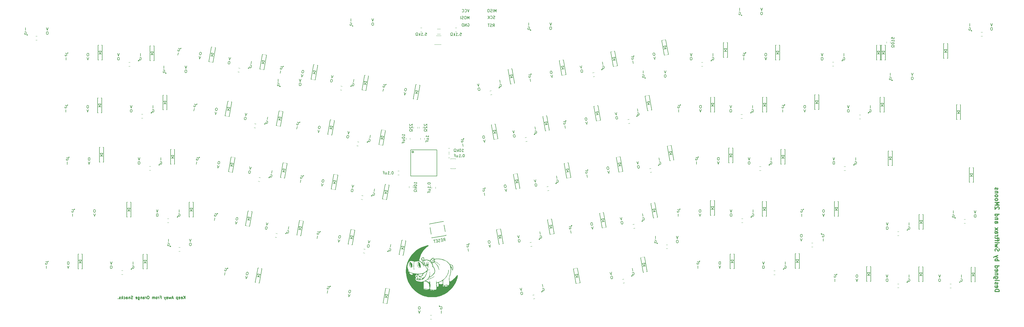
<source format=gbo>
G04 #@! TF.GenerationSoftware,KiCad,Pcbnew,(5.1.6)-1*
G04 #@! TF.CreationDate,2020-08-21T21:37:27+09:00*
G04 #@! TF.ProjectId,trifecta,74726966-6563-4746-912e-6b696361645f,rev?*
G04 #@! TF.SameCoordinates,Original*
G04 #@! TF.FileFunction,Legend,Bot*
G04 #@! TF.FilePolarity,Positive*
%FSLAX46Y46*%
G04 Gerber Fmt 4.6, Leading zero omitted, Abs format (unit mm)*
G04 Created by KiCad (PCBNEW (5.1.6)-1) date 2020-08-21 21:37:27*
%MOMM*%
%LPD*%
G01*
G04 APERTURE LIST*
%ADD10C,0.300000*%
%ADD11C,0.250000*%
%ADD12C,0.150000*%
%ADD13C,0.120000*%
%ADD14C,0.100000*%
%ADD15C,0.254000*%
%ADD16C,0.203200*%
%ADD17C,2.270000*%
%ADD18C,4.007800*%
%ADD19C,1.770000*%
%ADD20C,3.068000*%
%ADD21O,2.020000X2.020000*%
%ADD22C,2.020000*%
%ADD23R,2.020000X3.220000*%
%ADD24O,1.720000X1.720000*%
%ADD25R,1.720000X1.720000*%
%ADD26R,1.820000X0.840000*%
%ADD27R,0.720000X2.320000*%
%ADD28O,1.220000X2.320000*%
%ADD29C,0.620000*%
%ADD30R,0.570000X1.720000*%
%ADD31R,0.320000X1.720000*%
%ADD32R,1.020000X2.020000*%
%ADD33R,1.900000X0.900000*%
%ADD34R,0.900000X1.900000*%
%ADD35R,1.080000X0.670000*%
G04 APERTURE END LIST*
D10*
X344921428Y-100628571D02*
X346421428Y-100628571D01*
X346421428Y-100271428D01*
X346350000Y-100057142D01*
X346207142Y-99914285D01*
X346064285Y-99842857D01*
X345778571Y-99771428D01*
X345564285Y-99771428D01*
X345278571Y-99842857D01*
X345135714Y-99914285D01*
X344992857Y-100057142D01*
X344921428Y-100271428D01*
X344921428Y-100628571D01*
X344992857Y-98557142D02*
X344921428Y-98700000D01*
X344921428Y-98985714D01*
X344992857Y-99128571D01*
X345135714Y-99200000D01*
X345707142Y-99200000D01*
X345850000Y-99128571D01*
X345921428Y-98985714D01*
X345921428Y-98700000D01*
X345850000Y-98557142D01*
X345707142Y-98485714D01*
X345564285Y-98485714D01*
X345421428Y-99200000D01*
X344992857Y-97914285D02*
X344921428Y-97771428D01*
X344921428Y-97485714D01*
X344992857Y-97342857D01*
X345135714Y-97271428D01*
X345207142Y-97271428D01*
X345350000Y-97342857D01*
X345421428Y-97485714D01*
X345421428Y-97700000D01*
X345492857Y-97842857D01*
X345635714Y-97914285D01*
X345707142Y-97914285D01*
X345850000Y-97842857D01*
X345921428Y-97700000D01*
X345921428Y-97485714D01*
X345850000Y-97342857D01*
X344921428Y-96628571D02*
X345921428Y-96628571D01*
X346421428Y-96628571D02*
X346350000Y-96700000D01*
X346278571Y-96628571D01*
X346350000Y-96557142D01*
X346421428Y-96628571D01*
X346278571Y-96628571D01*
X345921428Y-95271428D02*
X344707142Y-95271428D01*
X344564285Y-95342857D01*
X344492857Y-95414285D01*
X344421428Y-95557142D01*
X344421428Y-95771428D01*
X344492857Y-95914285D01*
X344992857Y-95271428D02*
X344921428Y-95414285D01*
X344921428Y-95700000D01*
X344992857Y-95842857D01*
X345064285Y-95914285D01*
X345207142Y-95985714D01*
X345635714Y-95985714D01*
X345778571Y-95914285D01*
X345850000Y-95842857D01*
X345921428Y-95700000D01*
X345921428Y-95414285D01*
X345850000Y-95271428D01*
X345921428Y-94557142D02*
X344921428Y-94557142D01*
X345778571Y-94557142D02*
X345850000Y-94485714D01*
X345921428Y-94342857D01*
X345921428Y-94128571D01*
X345850000Y-93985714D01*
X345707142Y-93914285D01*
X344921428Y-93914285D01*
X344992857Y-92628571D02*
X344921428Y-92771428D01*
X344921428Y-93057142D01*
X344992857Y-93200000D01*
X345135714Y-93271428D01*
X345707142Y-93271428D01*
X345850000Y-93200000D01*
X345921428Y-93057142D01*
X345921428Y-92771428D01*
X345850000Y-92628571D01*
X345707142Y-92557142D01*
X345564285Y-92557142D01*
X345421428Y-93271428D01*
X344921428Y-91271428D02*
X346421428Y-91271428D01*
X344992857Y-91271428D02*
X344921428Y-91414285D01*
X344921428Y-91700000D01*
X344992857Y-91842857D01*
X345064285Y-91914285D01*
X345207142Y-91985714D01*
X345635714Y-91985714D01*
X345778571Y-91914285D01*
X345850000Y-91842857D01*
X345921428Y-91700000D01*
X345921428Y-91414285D01*
X345850000Y-91271428D01*
X344921428Y-89414285D02*
X346421428Y-89414285D01*
X345850000Y-89414285D02*
X345921428Y-89271428D01*
X345921428Y-88985714D01*
X345850000Y-88842857D01*
X345778571Y-88771428D01*
X345635714Y-88700000D01*
X345207142Y-88700000D01*
X345064285Y-88771428D01*
X344992857Y-88842857D01*
X344921428Y-88985714D01*
X344921428Y-89271428D01*
X344992857Y-89414285D01*
X345921428Y-88200000D02*
X344921428Y-87842857D01*
X345921428Y-87485714D02*
X344921428Y-87842857D01*
X344564285Y-87985714D01*
X344492857Y-88057142D01*
X344421428Y-88200000D01*
X344992857Y-85842857D02*
X344921428Y-85628571D01*
X344921428Y-85271428D01*
X344992857Y-85128571D01*
X345064285Y-85057142D01*
X345207142Y-84985714D01*
X345350000Y-84985714D01*
X345492857Y-85057142D01*
X345564285Y-85128571D01*
X345635714Y-85271428D01*
X345707142Y-85557142D01*
X345778571Y-85700000D01*
X345850000Y-85771428D01*
X345992857Y-85842857D01*
X346135714Y-85842857D01*
X346278571Y-85771428D01*
X346350000Y-85700000D01*
X346421428Y-85557142D01*
X346421428Y-85200000D01*
X346350000Y-84985714D01*
X345921428Y-84485714D02*
X344921428Y-84200000D01*
X345635714Y-83914285D01*
X344921428Y-83628571D01*
X345921428Y-83342857D01*
X344921428Y-82771428D02*
X345921428Y-82771428D01*
X346421428Y-82771428D02*
X346350000Y-82842857D01*
X346278571Y-82771428D01*
X346350000Y-82700000D01*
X346421428Y-82771428D01*
X346278571Y-82771428D01*
X345921428Y-82271428D02*
X345921428Y-81700000D01*
X344921428Y-82057142D02*
X346207142Y-82057142D01*
X346350000Y-81985714D01*
X346421428Y-81842857D01*
X346421428Y-81700000D01*
X345921428Y-81414285D02*
X345921428Y-80842857D01*
X346421428Y-81200000D02*
X345135714Y-81200000D01*
X344992857Y-81128571D01*
X344921428Y-80985714D01*
X344921428Y-80842857D01*
X344921428Y-80342857D02*
X345921428Y-80342857D01*
X345635714Y-80342857D02*
X345778571Y-80271428D01*
X345850000Y-80200000D01*
X345921428Y-80057142D01*
X345921428Y-79914285D01*
X344921428Y-78771428D02*
X345707142Y-78771428D01*
X345850000Y-78842857D01*
X345921428Y-78985714D01*
X345921428Y-79271428D01*
X345850000Y-79414285D01*
X344992857Y-78771428D02*
X344921428Y-78914285D01*
X344921428Y-79271428D01*
X344992857Y-79414285D01*
X345135714Y-79485714D01*
X345278571Y-79485714D01*
X345421428Y-79414285D01*
X345492857Y-79271428D01*
X345492857Y-78914285D01*
X345564285Y-78771428D01*
X344921428Y-78200000D02*
X345921428Y-77414285D01*
X345921428Y-78200000D02*
X344921428Y-77414285D01*
X344921428Y-75057142D02*
X345707142Y-75057142D01*
X345850000Y-75128571D01*
X345921428Y-75271428D01*
X345921428Y-75557142D01*
X345850000Y-75700000D01*
X344992857Y-75057142D02*
X344921428Y-75200000D01*
X344921428Y-75557142D01*
X344992857Y-75700000D01*
X345135714Y-75771428D01*
X345278571Y-75771428D01*
X345421428Y-75700000D01*
X345492857Y-75557142D01*
X345492857Y-75200000D01*
X345564285Y-75057142D01*
X345921428Y-74342857D02*
X344921428Y-74342857D01*
X345778571Y-74342857D02*
X345850000Y-74271428D01*
X345921428Y-74128571D01*
X345921428Y-73914285D01*
X345850000Y-73771428D01*
X345707142Y-73700000D01*
X344921428Y-73700000D01*
X344921428Y-72342857D02*
X346421428Y-72342857D01*
X344992857Y-72342857D02*
X344921428Y-72485714D01*
X344921428Y-72771428D01*
X344992857Y-72914285D01*
X345064285Y-72985714D01*
X345207142Y-73057142D01*
X345635714Y-73057142D01*
X345778571Y-72985714D01*
X345850000Y-72914285D01*
X345921428Y-72771428D01*
X345921428Y-72485714D01*
X345850000Y-72342857D01*
X346278571Y-70557142D02*
X346350000Y-70485714D01*
X346421428Y-70342857D01*
X346421428Y-69985714D01*
X346350000Y-69842857D01*
X346278571Y-69771428D01*
X346135714Y-69700000D01*
X345992857Y-69700000D01*
X345778571Y-69771428D01*
X344921428Y-70628571D01*
X344921428Y-69700000D01*
X344921428Y-69057142D02*
X346421428Y-69057142D01*
X345350000Y-68557142D01*
X346421428Y-68057142D01*
X344921428Y-68057142D01*
X344921428Y-67128571D02*
X344992857Y-67271428D01*
X345064285Y-67342857D01*
X345207142Y-67414285D01*
X345635714Y-67414285D01*
X345778571Y-67342857D01*
X345850000Y-67271428D01*
X345921428Y-67128571D01*
X345921428Y-66914285D01*
X345850000Y-66771428D01*
X345778571Y-66700000D01*
X345635714Y-66628571D01*
X345207142Y-66628571D01*
X345064285Y-66700000D01*
X344992857Y-66771428D01*
X344921428Y-66914285D01*
X344921428Y-67128571D01*
X344921428Y-65771428D02*
X344992857Y-65914285D01*
X345064285Y-65985714D01*
X345207142Y-66057142D01*
X345635714Y-66057142D01*
X345778571Y-65985714D01*
X345850000Y-65914285D01*
X345921428Y-65771428D01*
X345921428Y-65557142D01*
X345850000Y-65414285D01*
X345778571Y-65342857D01*
X345635714Y-65271428D01*
X345207142Y-65271428D01*
X345064285Y-65342857D01*
X344992857Y-65414285D01*
X344921428Y-65557142D01*
X344921428Y-65771428D01*
X345921428Y-64628571D02*
X344921428Y-64628571D01*
X345778571Y-64628571D02*
X345850000Y-64557142D01*
X345921428Y-64414285D01*
X345921428Y-64200000D01*
X345850000Y-64057142D01*
X345707142Y-63985714D01*
X344921428Y-63985714D01*
X344992857Y-63342857D02*
X344921428Y-63200000D01*
X344921428Y-62914285D01*
X344992857Y-62771428D01*
X345135714Y-62700000D01*
X345207142Y-62700000D01*
X345350000Y-62771428D01*
X345421428Y-62914285D01*
X345421428Y-63128571D01*
X345492857Y-63271428D01*
X345635714Y-63342857D01*
X345707142Y-63342857D01*
X345850000Y-63271428D01*
X345921428Y-63128571D01*
X345921428Y-62914285D01*
X345850000Y-62771428D01*
D11*
X48971505Y-103276140D02*
X48971505Y-102276140D01*
X48400077Y-103276140D02*
X48828648Y-102704712D01*
X48400077Y-102276140D02*
X48971505Y-102847569D01*
X47590553Y-103228521D02*
X47685791Y-103276140D01*
X47876267Y-103276140D01*
X47971505Y-103228521D01*
X48019124Y-103133283D01*
X48019124Y-102752331D01*
X47971505Y-102657093D01*
X47876267Y-102609474D01*
X47685791Y-102609474D01*
X47590553Y-102657093D01*
X47542934Y-102752331D01*
X47542934Y-102847569D01*
X48019124Y-102942807D01*
X46733410Y-103228521D02*
X46828648Y-103276140D01*
X47019124Y-103276140D01*
X47114362Y-103228521D01*
X47161981Y-103133283D01*
X47161981Y-102752331D01*
X47114362Y-102657093D01*
X47019124Y-102609474D01*
X46828648Y-102609474D01*
X46733410Y-102657093D01*
X46685791Y-102752331D01*
X46685791Y-102847569D01*
X47161981Y-102942807D01*
X46257220Y-102609474D02*
X46257220Y-103609474D01*
X46257220Y-102657093D02*
X46161981Y-102609474D01*
X45971505Y-102609474D01*
X45876267Y-102657093D01*
X45828648Y-102704712D01*
X45781029Y-102799950D01*
X45781029Y-103085664D01*
X45828648Y-103180902D01*
X45876267Y-103228521D01*
X45971505Y-103276140D01*
X46161981Y-103276140D01*
X46257220Y-103228521D01*
X44638172Y-102990426D02*
X44161981Y-102990426D01*
X44733410Y-103276140D02*
X44400077Y-102276140D01*
X44066743Y-103276140D01*
X43828648Y-102609474D02*
X43638172Y-103276140D01*
X43447696Y-102799950D01*
X43257220Y-103276140D01*
X43066743Y-102609474D01*
X42257220Y-103276140D02*
X42257220Y-102752331D01*
X42304839Y-102657093D01*
X42400077Y-102609474D01*
X42590553Y-102609474D01*
X42685791Y-102657093D01*
X42257220Y-103228521D02*
X42352458Y-103276140D01*
X42590553Y-103276140D01*
X42685791Y-103228521D01*
X42733410Y-103133283D01*
X42733410Y-103038045D01*
X42685791Y-102942807D01*
X42590553Y-102895188D01*
X42352458Y-102895188D01*
X42257220Y-102847569D01*
X41876267Y-102609474D02*
X41638172Y-103276140D01*
X41400077Y-102609474D02*
X41638172Y-103276140D01*
X41733410Y-103514236D01*
X41781029Y-103561855D01*
X41876267Y-103609474D01*
X39923886Y-102752331D02*
X40257220Y-102752331D01*
X40257220Y-103276140D02*
X40257220Y-102276140D01*
X39781029Y-102276140D01*
X39400077Y-103276140D02*
X39400077Y-102609474D01*
X39400077Y-102799950D02*
X39352458Y-102704712D01*
X39304839Y-102657093D01*
X39209600Y-102609474D01*
X39114362Y-102609474D01*
X38638172Y-103276140D02*
X38733410Y-103228521D01*
X38781029Y-103180902D01*
X38828648Y-103085664D01*
X38828648Y-102799950D01*
X38781029Y-102704712D01*
X38733410Y-102657093D01*
X38638172Y-102609474D01*
X38495315Y-102609474D01*
X38400077Y-102657093D01*
X38352458Y-102704712D01*
X38304839Y-102799950D01*
X38304839Y-103085664D01*
X38352458Y-103180902D01*
X38400077Y-103228521D01*
X38495315Y-103276140D01*
X38638172Y-103276140D01*
X37876267Y-103276140D02*
X37876267Y-102609474D01*
X37876267Y-102704712D02*
X37828648Y-102657093D01*
X37733410Y-102609474D01*
X37590553Y-102609474D01*
X37495315Y-102657093D01*
X37447696Y-102752331D01*
X37447696Y-103276140D01*
X37447696Y-102752331D02*
X37400077Y-102657093D01*
X37304839Y-102609474D01*
X37161981Y-102609474D01*
X37066743Y-102657093D01*
X37019124Y-102752331D01*
X37019124Y-103276140D01*
X35590553Y-102276140D02*
X35400077Y-102276140D01*
X35304839Y-102323760D01*
X35209600Y-102418998D01*
X35161981Y-102609474D01*
X35161981Y-102942807D01*
X35209600Y-103133283D01*
X35304839Y-103228521D01*
X35400077Y-103276140D01*
X35590553Y-103276140D01*
X35685791Y-103228521D01*
X35781029Y-103133283D01*
X35828648Y-102942807D01*
X35828648Y-102609474D01*
X35781029Y-102418998D01*
X35685791Y-102323760D01*
X35590553Y-102276140D01*
X34733410Y-103276140D02*
X34733410Y-102609474D01*
X34733410Y-102799950D02*
X34685791Y-102704712D01*
X34638172Y-102657093D01*
X34542934Y-102609474D01*
X34447696Y-102609474D01*
X33685791Y-103276140D02*
X33685791Y-102752331D01*
X33733410Y-102657093D01*
X33828648Y-102609474D01*
X34019124Y-102609474D01*
X34114362Y-102657093D01*
X33685791Y-103228521D02*
X33781029Y-103276140D01*
X34019124Y-103276140D01*
X34114362Y-103228521D01*
X34161981Y-103133283D01*
X34161981Y-103038045D01*
X34114362Y-102942807D01*
X34019124Y-102895188D01*
X33781029Y-102895188D01*
X33685791Y-102847569D01*
X33209600Y-102609474D02*
X33209600Y-103276140D01*
X33209600Y-102704712D02*
X33161981Y-102657093D01*
X33066743Y-102609474D01*
X32923886Y-102609474D01*
X32828648Y-102657093D01*
X32781029Y-102752331D01*
X32781029Y-103276140D01*
X31876267Y-102609474D02*
X31876267Y-103418998D01*
X31923886Y-103514236D01*
X31971505Y-103561855D01*
X32066743Y-103609474D01*
X32209600Y-103609474D01*
X32304839Y-103561855D01*
X31876267Y-103228521D02*
X31971505Y-103276140D01*
X32161981Y-103276140D01*
X32257220Y-103228521D01*
X32304839Y-103180902D01*
X32352458Y-103085664D01*
X32352458Y-102799950D01*
X32304839Y-102704712D01*
X32257220Y-102657093D01*
X32161981Y-102609474D01*
X31971505Y-102609474D01*
X31876267Y-102657093D01*
X31019124Y-103228521D02*
X31114362Y-103276140D01*
X31304839Y-103276140D01*
X31400077Y-103228521D01*
X31447696Y-103133283D01*
X31447696Y-102752331D01*
X31400077Y-102657093D01*
X31304839Y-102609474D01*
X31114362Y-102609474D01*
X31019124Y-102657093D01*
X30971505Y-102752331D01*
X30971505Y-102847569D01*
X31447696Y-102942807D01*
X29828648Y-103228521D02*
X29685791Y-103276140D01*
X29447696Y-103276140D01*
X29352458Y-103228521D01*
X29304839Y-103180902D01*
X29257220Y-103085664D01*
X29257220Y-102990426D01*
X29304839Y-102895188D01*
X29352458Y-102847569D01*
X29447696Y-102799950D01*
X29638172Y-102752331D01*
X29733410Y-102704712D01*
X29781029Y-102657093D01*
X29828648Y-102561855D01*
X29828648Y-102466617D01*
X29781029Y-102371379D01*
X29733410Y-102323760D01*
X29638172Y-102276140D01*
X29400077Y-102276140D01*
X29257220Y-102323760D01*
X28828648Y-102609474D02*
X28828648Y-103276140D01*
X28828648Y-102704712D02*
X28781029Y-102657093D01*
X28685791Y-102609474D01*
X28542934Y-102609474D01*
X28447696Y-102657093D01*
X28400077Y-102752331D01*
X28400077Y-103276140D01*
X27495315Y-103276140D02*
X27495315Y-102752331D01*
X27542934Y-102657093D01*
X27638172Y-102609474D01*
X27828648Y-102609474D01*
X27923886Y-102657093D01*
X27495315Y-103228521D02*
X27590553Y-103276140D01*
X27828648Y-103276140D01*
X27923886Y-103228521D01*
X27971505Y-103133283D01*
X27971505Y-103038045D01*
X27923886Y-102942807D01*
X27828648Y-102895188D01*
X27590553Y-102895188D01*
X27495315Y-102847569D01*
X26590553Y-103228521D02*
X26685791Y-103276140D01*
X26876267Y-103276140D01*
X26971505Y-103228521D01*
X27019124Y-103180902D01*
X27066743Y-103085664D01*
X27066743Y-102799950D01*
X27019124Y-102704712D01*
X26971505Y-102657093D01*
X26876267Y-102609474D01*
X26685791Y-102609474D01*
X26590553Y-102657093D01*
X26161981Y-103276140D02*
X26161981Y-102276140D01*
X26066743Y-102895188D02*
X25781029Y-103276140D01*
X25781029Y-102609474D02*
X26161981Y-102990426D01*
X25400077Y-103228521D02*
X25304839Y-103276140D01*
X25114362Y-103276140D01*
X25019124Y-103228521D01*
X24971505Y-103133283D01*
X24971505Y-103085664D01*
X25019124Y-102990426D01*
X25114362Y-102942807D01*
X25257220Y-102942807D01*
X25352458Y-102895188D01*
X25400077Y-102799950D01*
X25400077Y-102752331D01*
X25352458Y-102657093D01*
X25257220Y-102609474D01*
X25114362Y-102609474D01*
X25019124Y-102657093D01*
X24542934Y-103180902D02*
X24495315Y-103228521D01*
X24542934Y-103276140D01*
X24590553Y-103228521D01*
X24542934Y-103180902D01*
X24542934Y-103276140D01*
D12*
X141782800Y-105921680D02*
X142082800Y-106221680D01*
X142082800Y-105921680D02*
X142082800Y-106221680D01*
X142082800Y-105921680D02*
X141782800Y-105921680D01*
X43489600Y-84202400D02*
X43789600Y-84202400D01*
X43489600Y-84202400D02*
X43489600Y-83902400D01*
X43789600Y-84202400D02*
X43489600Y-83902400D01*
X143399935Y-75013755D02*
X138278935Y-75916725D01*
X138278935Y-75916725D02*
X139181905Y-81037725D01*
X139181905Y-81037725D02*
X144302905Y-80134755D01*
X144302905Y-80134755D02*
X143399935Y-75013755D01*
X307467000Y-23496400D02*
X307167000Y-23196400D01*
X307167000Y-23496400D02*
X307167000Y-23196400D01*
X307167000Y-23496400D02*
X307467000Y-23496400D01*
X252450600Y227200D02*
X252150600Y527200D01*
X252150600Y227200D02*
X252150600Y527200D01*
X252150600Y227200D02*
X252450600Y227200D01*
X217238580Y-22648040D02*
X216938580Y-22348040D01*
X216938580Y-22648040D02*
X216938580Y-22348040D01*
X216938580Y-22648040D02*
X217238580Y-22648040D01*
X175387000Y-5157600D02*
X175087000Y-4857600D01*
X175087000Y-5157600D02*
X175087000Y-4857600D01*
X175087000Y-5157600D02*
X175387000Y-5157600D01*
X110413800Y-3659000D02*
X110113800Y-3359000D01*
X110113800Y-3659000D02*
X110113800Y-3359000D01*
X110113800Y-3659000D02*
X110413800Y-3659000D01*
X83870800Y-25706200D02*
X83570800Y-25406200D01*
X83570800Y-25706200D02*
X83570800Y-25406200D01*
X83570800Y-25706200D02*
X83870800Y-25706200D01*
X42138600Y-20905600D02*
X41838600Y-20605600D01*
X41838600Y-20905600D02*
X41838600Y-20605600D01*
X41838600Y-20905600D02*
X42138600Y-20905600D01*
X-8458200Y-6935600D02*
X-8758200Y-6635600D01*
X-8758200Y-6935600D02*
X-8758200Y-6635600D01*
X-8758200Y-6935600D02*
X-8458200Y-6935600D01*
X221665800Y-83135600D02*
X221365800Y-82835600D01*
X221365800Y-83135600D02*
X221365800Y-82835600D01*
X221365800Y-83135600D02*
X221665800Y-83135600D01*
X281315160Y-79526000D02*
X281615160Y-79826000D01*
X281615160Y-79526000D02*
X281615160Y-79826000D01*
X281615160Y-79526000D02*
X281315160Y-79526000D01*
X330479400Y-73813800D02*
X330179400Y-73513800D01*
X330179400Y-73813800D02*
X330179400Y-73513800D01*
X330179400Y-73813800D02*
X330479400Y-73813800D01*
X336473800Y-5411600D02*
X336173800Y-5111600D01*
X336173800Y-5411600D02*
X336173800Y-5111600D01*
X336173800Y-5411600D02*
X336473800Y-5411600D01*
D13*
X-5024622Y-7265600D02*
X-5541778Y-7265600D01*
X-5024622Y-8685600D02*
X-5541778Y-8685600D01*
X47235878Y-84507000D02*
X46718722Y-84507000D01*
X47235878Y-85927000D02*
X46718722Y-85927000D01*
X138527022Y-110704700D02*
X139044178Y-110704700D01*
X138527022Y-109284700D02*
X139044178Y-109284700D01*
X225277178Y-83516400D02*
X224760022Y-83516400D01*
X225277178Y-84936400D02*
X224760022Y-84936400D01*
X277876502Y-84286160D02*
X278393658Y-84286160D01*
X277876502Y-82866160D02*
X278393658Y-82866160D01*
X334039978Y-74245400D02*
X333522822Y-74245400D01*
X334039978Y-75665400D02*
X333522822Y-75665400D01*
X340288378Y-5868600D02*
X339771222Y-5868600D01*
X340288378Y-7288600D02*
X339771222Y-7288600D01*
D12*
X248872240Y-51362980D02*
X247872240Y-51362980D01*
X248372240Y-51262980D02*
X248872240Y-50362980D01*
X247872240Y-50362980D02*
X248372240Y-51262980D01*
X248872240Y-50362980D02*
X247872240Y-50362980D01*
X249122240Y-48162980D02*
X247622240Y-48162980D01*
X249122240Y-53562980D02*
X247622240Y-53562980D01*
X249122240Y-48162980D02*
X249122240Y-53562980D01*
X247622240Y-53562980D02*
X247622240Y-48162980D01*
X337406480Y-94926520D02*
X336406480Y-94926520D01*
X336906480Y-94826520D02*
X337406480Y-93926520D01*
X336406480Y-93926520D02*
X336906480Y-94826520D01*
X337406480Y-93926520D02*
X336406480Y-93926520D01*
X337656480Y-91726520D02*
X336156480Y-91726520D01*
X337656480Y-97126520D02*
X336156480Y-97126520D01*
X337656480Y-91726520D02*
X337656480Y-97126520D01*
X336156480Y-97126520D02*
X336156480Y-91726520D01*
X318313300Y-94814760D02*
X317313300Y-94814760D01*
X317813300Y-94714760D02*
X318313300Y-93814760D01*
X317313300Y-93814760D02*
X317813300Y-94714760D01*
X318313300Y-93814760D02*
X317313300Y-93814760D01*
X318563300Y-91614760D02*
X317063300Y-91614760D01*
X318563300Y-97014760D02*
X317063300Y-97014760D01*
X318563300Y-91614760D02*
X318563300Y-97014760D01*
X317063300Y-97014760D02*
X317063300Y-91614760D01*
X299278540Y-94730940D02*
X298278540Y-94730940D01*
X298778540Y-94630940D02*
X299278540Y-93730940D01*
X298278540Y-93730940D02*
X298778540Y-94630940D01*
X299278540Y-93730940D02*
X298278540Y-93730940D01*
X299528540Y-91530940D02*
X298028540Y-91530940D01*
X299528540Y-96930940D02*
X298028540Y-96930940D01*
X299528540Y-91530940D02*
X299528540Y-96930940D01*
X298028540Y-96930940D02*
X298028540Y-91530940D01*
X273177500Y-89981140D02*
X272177500Y-89981140D01*
X272677500Y-89881140D02*
X273177500Y-88981140D01*
X272177500Y-88981140D02*
X272677500Y-89881140D01*
X273177500Y-88981140D02*
X272177500Y-88981140D01*
X273427500Y-86781140D02*
X271927500Y-86781140D01*
X273427500Y-92181140D02*
X271927500Y-92181140D01*
X273427500Y-86781140D02*
X273427500Y-92181140D01*
X271927500Y-92181140D02*
X271927500Y-86781140D01*
X249382780Y-90115760D02*
X248382780Y-90115760D01*
X248882780Y-90015760D02*
X249382780Y-89115760D01*
X248382780Y-89115760D02*
X248882780Y-90015760D01*
X249382780Y-89115760D02*
X248382780Y-89115760D01*
X249632780Y-86915760D02*
X248132780Y-86915760D01*
X249632780Y-92315760D02*
X248132780Y-92315760D01*
X249632780Y-86915760D02*
X249632780Y-92315760D01*
X248132780Y-92315760D02*
X248132780Y-86915760D01*
X217193848Y-91263400D02*
X216209040Y-91437048D01*
X216684079Y-91251743D02*
X217020200Y-90278592D01*
X216035392Y-90452240D02*
X216684079Y-91251743D01*
X217020200Y-90278592D02*
X216035392Y-90452240D01*
X216884376Y-88068603D02*
X215407164Y-88329075D01*
X217822076Y-93386565D02*
X216344864Y-93647037D01*
X216884376Y-88068603D02*
X217822076Y-93386565D01*
X216344864Y-93647037D02*
X215407164Y-88329075D01*
X192680308Y-95309620D02*
X191695500Y-95483268D01*
X192170539Y-95297963D02*
X192506660Y-94324812D01*
X191521852Y-94498460D02*
X192170539Y-95297963D01*
X192506660Y-94324812D02*
X191521852Y-94498460D01*
X192370836Y-92114823D02*
X190893624Y-92375295D01*
X193308536Y-97432785D02*
X191831324Y-97693257D01*
X192370836Y-92114823D02*
X193308536Y-97432785D01*
X191831324Y-97693257D02*
X190893624Y-92375295D01*
X122969080Y-102846728D02*
X121984272Y-102673080D01*
X122494041Y-102661423D02*
X123142728Y-101861920D01*
X122157920Y-101688272D02*
X122494041Y-102661423D01*
X123142728Y-101861920D02*
X122157920Y-101688272D01*
X123770956Y-99738755D02*
X122293744Y-99478283D01*
X122833256Y-105056717D02*
X121356044Y-104796245D01*
X123770956Y-99738755D02*
X122833256Y-105056717D01*
X121356044Y-104796245D02*
X122293744Y-99478283D01*
X76296580Y-95353728D02*
X75311772Y-95180080D01*
X75821541Y-95168423D02*
X76470228Y-94368920D01*
X75485420Y-94195272D02*
X75821541Y-95168423D01*
X76470228Y-94368920D02*
X75485420Y-94195272D01*
X77098456Y-92245755D02*
X75621244Y-91985283D01*
X76160756Y-97563717D02*
X74683544Y-97303245D01*
X77098456Y-92245755D02*
X76160756Y-97563717D01*
X74683544Y-97303245D02*
X75621244Y-91985283D01*
X34925500Y-90194500D02*
X33925500Y-90194500D01*
X34425500Y-90094500D02*
X34925500Y-89194500D01*
X33925500Y-89194500D02*
X34425500Y-90094500D01*
X34925500Y-89194500D02*
X33925500Y-89194500D01*
X35175500Y-86994500D02*
X33675500Y-86994500D01*
X35175500Y-92394500D02*
X33675500Y-92394500D01*
X35175500Y-86994500D02*
X35175500Y-92394500D01*
X33675500Y-92394500D02*
X33675500Y-86994500D01*
X11240000Y-90181800D02*
X10240000Y-90181800D01*
X10740000Y-90081800D02*
X11240000Y-89181800D01*
X10240000Y-89181800D02*
X10740000Y-90081800D01*
X11240000Y-89181800D02*
X10240000Y-89181800D01*
X11490000Y-86981800D02*
X9990000Y-86981800D01*
X11490000Y-92381800D02*
X9990000Y-92381800D01*
X11490000Y-86981800D02*
X11490000Y-92381800D01*
X9990000Y-92381800D02*
X9990000Y-86981800D01*
X336758690Y-58522050D02*
X335758690Y-58522050D01*
X336258690Y-58422050D02*
X336758690Y-57522050D01*
X335758690Y-57522050D02*
X336258690Y-58422050D01*
X336758690Y-57522050D02*
X335758690Y-57522050D01*
X337008690Y-55322050D02*
X335508690Y-55322050D01*
X337008690Y-60722050D02*
X335508690Y-60722050D01*
X337008690Y-55322050D02*
X337008690Y-60722050D01*
X335508690Y-60722050D02*
X335508690Y-55322050D01*
X318399660Y-75691100D02*
X317399660Y-75691100D01*
X317899660Y-75591100D02*
X318399660Y-74691100D01*
X317399660Y-74691100D02*
X317899660Y-75591100D01*
X318399660Y-74691100D02*
X317399660Y-74691100D01*
X318649660Y-72491100D02*
X317149660Y-72491100D01*
X318649660Y-77891100D02*
X317149660Y-77891100D01*
X318649660Y-72491100D02*
X318649660Y-77891100D01*
X317149660Y-77891100D02*
X317149660Y-72491100D01*
X287439600Y-70946380D02*
X286439600Y-70946380D01*
X286939600Y-70846380D02*
X287439600Y-69946380D01*
X286439600Y-69946380D02*
X286939600Y-70846380D01*
X287439600Y-69946380D02*
X286439600Y-69946380D01*
X287689600Y-67746380D02*
X286189600Y-67746380D01*
X287689600Y-73146380D02*
X286189600Y-73146380D01*
X287689600Y-67746380D02*
X287689600Y-73146380D01*
X286189600Y-73146380D02*
X286189600Y-67746380D01*
X261165840Y-70964160D02*
X260165840Y-70964160D01*
X260665840Y-70864160D02*
X261165840Y-69964160D01*
X260165840Y-69964160D02*
X260665840Y-70864160D01*
X261165840Y-69964160D02*
X260165840Y-69964160D01*
X261415840Y-67764160D02*
X259915840Y-67764160D01*
X261415840Y-73164160D02*
X259915840Y-73164160D01*
X261415840Y-67764160D02*
X261415840Y-73164160D01*
X259915840Y-73164160D02*
X259915840Y-67764160D01*
X242209820Y-70588240D02*
X241209820Y-70588240D01*
X241709820Y-70488240D02*
X242209820Y-69588240D01*
X241209820Y-69588240D02*
X241709820Y-70488240D01*
X242209820Y-69588240D02*
X241209820Y-69588240D01*
X242459820Y-67388240D02*
X240959820Y-67388240D01*
X242459820Y-72788240D02*
X240959820Y-72788240D01*
X242459820Y-67388240D02*
X242459820Y-72788240D01*
X240959820Y-72788240D02*
X240959820Y-67388240D01*
X220958128Y-71380280D02*
X219973320Y-71553928D01*
X220448359Y-71368623D02*
X220784480Y-70395472D01*
X219799672Y-70569120D02*
X220448359Y-71368623D01*
X220784480Y-70395472D02*
X219799672Y-70569120D01*
X220648656Y-68185483D02*
X219171444Y-68445955D01*
X221586356Y-73503445D02*
X220109144Y-73763917D01*
X220648656Y-68185483D02*
X221586356Y-73503445D01*
X220109144Y-73763917D02*
X219171444Y-68445955D01*
X202223088Y-74964220D02*
X201238280Y-75137868D01*
X201713319Y-74952563D02*
X202049440Y-73979412D01*
X201064632Y-74153060D02*
X201713319Y-74952563D01*
X202049440Y-73979412D02*
X201064632Y-74153060D01*
X201913616Y-71769423D02*
X200436404Y-72029895D01*
X202851316Y-77087385D02*
X201374104Y-77347857D01*
X201913616Y-71769423D02*
X202851316Y-77087385D01*
X201374104Y-77347857D02*
X200436404Y-72029895D01*
X183211188Y-77331500D02*
X182226380Y-77505148D01*
X182701419Y-77319843D02*
X183037540Y-76346692D01*
X182052732Y-76520340D02*
X182701419Y-77319843D01*
X183037540Y-76346692D02*
X182052732Y-76520340D01*
X182901716Y-74136703D02*
X181424504Y-74397175D01*
X183839416Y-79454665D02*
X182362204Y-79715137D01*
X182901716Y-74136703D02*
X183839416Y-79454665D01*
X182362204Y-79715137D02*
X181424504Y-74397175D01*
X164587908Y-81024660D02*
X163603100Y-81198308D01*
X164078139Y-81013003D02*
X164414260Y-80039852D01*
X163429452Y-80213500D02*
X164078139Y-81013003D01*
X164414260Y-80039852D02*
X163429452Y-80213500D01*
X164278436Y-77829863D02*
X162801224Y-78090335D01*
X165216136Y-83147825D02*
X163738924Y-83408297D01*
X164278436Y-77829863D02*
X165216136Y-83147825D01*
X163738924Y-83408297D02*
X162801224Y-78090335D01*
X128874580Y-85193728D02*
X127889772Y-85020080D01*
X128399541Y-85008423D02*
X129048228Y-84208920D01*
X128063420Y-84035272D02*
X128399541Y-85008423D01*
X129048228Y-84208920D02*
X128063420Y-84035272D01*
X129676456Y-82085755D02*
X128199244Y-81825283D01*
X128738756Y-87403717D02*
X127261544Y-87143245D01*
X129676456Y-82085755D02*
X128738756Y-87403717D01*
X127261544Y-87143245D02*
X128199244Y-81825283D01*
X110248760Y-81371028D02*
X109263952Y-81197380D01*
X109773721Y-81185723D02*
X110422408Y-80386220D01*
X109437600Y-80212572D02*
X109773721Y-81185723D01*
X110422408Y-80386220D02*
X109437600Y-80212572D01*
X111050636Y-78263055D02*
X109573424Y-78002583D01*
X110112936Y-83581017D02*
X108635724Y-83320545D01*
X111050636Y-78263055D02*
X110112936Y-83581017D01*
X108635724Y-83320545D02*
X109573424Y-78002583D01*
X91465460Y-78061408D02*
X90480652Y-77887760D01*
X90990421Y-77876103D02*
X91639108Y-77076600D01*
X90654300Y-76902952D02*
X90990421Y-77876103D01*
X91639108Y-77076600D02*
X90654300Y-76902952D01*
X92267336Y-74953435D02*
X90790124Y-74692963D01*
X91329636Y-80271397D02*
X89852424Y-80010925D01*
X92267336Y-74953435D02*
X91329636Y-80271397D01*
X89852424Y-80010925D02*
X90790124Y-74692963D01*
X72717720Y-74558748D02*
X71732912Y-74385100D01*
X72242681Y-74373443D02*
X72891368Y-73573940D01*
X71906560Y-73400292D02*
X72242681Y-74373443D01*
X72891368Y-73573940D02*
X71906560Y-73400292D01*
X73519596Y-71450775D02*
X72042384Y-71190303D01*
X72581896Y-76768737D02*
X71104684Y-76508265D01*
X73519596Y-71450775D02*
X72581896Y-76768737D01*
X71104684Y-76508265D02*
X72042384Y-71190303D01*
X51753000Y-71208000D02*
X50753000Y-71208000D01*
X51253000Y-71108000D02*
X51753000Y-70208000D01*
X50753000Y-70208000D02*
X51253000Y-71108000D01*
X51753000Y-70208000D02*
X50753000Y-70208000D01*
X52003000Y-68008000D02*
X50503000Y-68008000D01*
X52003000Y-73408000D02*
X50503000Y-73408000D01*
X52003000Y-68008000D02*
X52003000Y-73408000D01*
X50503000Y-73408000D02*
X50503000Y-68008000D01*
X29020000Y-71191546D02*
X28020000Y-71191546D01*
X28520000Y-71091546D02*
X29020000Y-70191546D01*
X28020000Y-70191546D02*
X28520000Y-71091546D01*
X29020000Y-70191546D02*
X28020000Y-70191546D01*
X29270000Y-67991546D02*
X27770000Y-67991546D01*
X29270000Y-73391546D02*
X27770000Y-73391546D01*
X29270000Y-67991546D02*
X29270000Y-73391546D01*
X27770000Y-73391546D02*
X27770000Y-67991546D01*
X332067400Y-35571800D02*
X331067400Y-35571800D01*
X331567400Y-35471800D02*
X332067400Y-34571800D01*
X331067400Y-34571800D02*
X331567400Y-35471800D01*
X332067400Y-34571800D02*
X331067400Y-34571800D01*
X332317400Y-32371800D02*
X330817400Y-32371800D01*
X332317400Y-37771800D02*
X330817400Y-37771800D01*
X332317400Y-32371800D02*
X332317400Y-37771800D01*
X330817400Y-37771800D02*
X330817400Y-32371800D01*
X307134760Y-52439940D02*
X306134760Y-52439940D01*
X306634760Y-52339940D02*
X307134760Y-51439940D01*
X306134760Y-51439940D02*
X306634760Y-52339940D01*
X307134760Y-51439940D02*
X306134760Y-51439940D01*
X307384760Y-49239940D02*
X305884760Y-49239940D01*
X307384760Y-54639940D02*
X305884760Y-54639940D01*
X307384760Y-49239940D02*
X307384760Y-54639940D01*
X305884760Y-54639940D02*
X305884760Y-49239940D01*
X267929860Y-51873520D02*
X266929860Y-51873520D01*
X267429860Y-51773520D02*
X267929860Y-50873520D01*
X266929860Y-50873520D02*
X267429860Y-51773520D01*
X267929860Y-50873520D02*
X266929860Y-50873520D01*
X268179860Y-48673520D02*
X266679860Y-48673520D01*
X268179860Y-54073520D02*
X266679860Y-54073520D01*
X268179860Y-48673520D02*
X268179860Y-54073520D01*
X266679860Y-54073520D02*
X266679860Y-48673520D01*
X226952528Y-50450680D02*
X225967720Y-50624328D01*
X226442759Y-50439023D02*
X226778880Y-49465872D01*
X225794072Y-49639520D02*
X226442759Y-50439023D01*
X226778880Y-49465872D02*
X225794072Y-49639520D01*
X226643056Y-47255883D02*
X225165844Y-47516355D01*
X227580756Y-52573845D02*
X226103544Y-52834317D01*
X226643056Y-47255883D02*
X227580756Y-52573845D01*
X226103544Y-52834317D02*
X225165844Y-47516355D01*
X208306388Y-54578180D02*
X207321580Y-54751828D01*
X207796619Y-54566523D02*
X208132740Y-53593372D01*
X207147932Y-53767020D02*
X207796619Y-54566523D01*
X208132740Y-53593372D02*
X207147932Y-53767020D01*
X207996916Y-51383383D02*
X206519704Y-51643855D01*
X208934616Y-56701345D02*
X207457404Y-56961817D01*
X207996916Y-51383383D02*
X208934616Y-56701345D01*
X207457404Y-56961817D02*
X206519704Y-51643855D01*
X189302108Y-56762580D02*
X188317300Y-56936228D01*
X188792339Y-56750923D02*
X189128460Y-55777772D01*
X188143652Y-55951420D02*
X188792339Y-56750923D01*
X189128460Y-55777772D02*
X188143652Y-55951420D01*
X188992636Y-53567783D02*
X187515424Y-53828255D01*
X189930336Y-58885745D02*
X188453124Y-59146217D01*
X188992636Y-53567783D02*
X189930336Y-58885745D01*
X188453124Y-59146217D02*
X187515424Y-53828255D01*
X170706768Y-60783400D02*
X169721960Y-60957048D01*
X170196999Y-60771743D02*
X170533120Y-59798592D01*
X169548312Y-59972240D02*
X170196999Y-60771743D01*
X170533120Y-59798592D02*
X169548312Y-59972240D01*
X170397296Y-57588603D02*
X168920084Y-57849075D01*
X171334996Y-62906565D02*
X169857784Y-63167037D01*
X170397296Y-57588603D02*
X171334996Y-62906565D01*
X169857784Y-63167037D02*
X168920084Y-57849075D01*
X122778580Y-64810228D02*
X121793772Y-64636580D01*
X122303541Y-64624923D02*
X122952228Y-63825420D01*
X121967420Y-63651772D02*
X122303541Y-64624923D01*
X122952228Y-63825420D02*
X121967420Y-63651772D01*
X123580456Y-61702255D02*
X122103244Y-61441783D01*
X122642756Y-67020217D02*
X121165544Y-66759745D01*
X123580456Y-61702255D02*
X122642756Y-67020217D01*
X121165544Y-66759745D02*
X122103244Y-61441783D01*
X104046080Y-61190728D02*
X103061272Y-61017080D01*
X103571041Y-61005423D02*
X104219728Y-60205920D01*
X103234920Y-60032272D02*
X103571041Y-61005423D01*
X104219728Y-60205920D02*
X103234920Y-60032272D01*
X104847956Y-58082755D02*
X103370744Y-57822283D01*
X103910256Y-63400717D02*
X102433044Y-63140245D01*
X104847956Y-58082755D02*
X103910256Y-63400717D01*
X102433044Y-63140245D02*
X103370744Y-57822283D01*
X85506620Y-56966708D02*
X84521812Y-56793060D01*
X85031581Y-56781403D02*
X85680268Y-55981900D01*
X84695460Y-55808252D02*
X85031581Y-56781403D01*
X85680268Y-55981900D02*
X84695460Y-55808252D01*
X86308496Y-53858735D02*
X84831284Y-53598263D01*
X85370796Y-59176697D02*
X83893584Y-58916225D01*
X86308496Y-53858735D02*
X85370796Y-59176697D01*
X83893584Y-58916225D02*
X84831284Y-53598263D01*
X66517580Y-54840728D02*
X65532772Y-54667080D01*
X66042541Y-54655423D02*
X66691228Y-53855920D01*
X65706420Y-53682272D02*
X66042541Y-54655423D01*
X66691228Y-53855920D02*
X65706420Y-53682272D01*
X67319456Y-51732755D02*
X65842244Y-51472283D01*
X66381756Y-57050717D02*
X64904544Y-56790245D01*
X67319456Y-51732755D02*
X66381756Y-57050717D01*
X64904544Y-56790245D02*
X65842244Y-51472283D01*
X44961040Y-51868440D02*
X43961040Y-51868440D01*
X44461040Y-51768440D02*
X44961040Y-50868440D01*
X43961040Y-50868440D02*
X44461040Y-51768440D01*
X44961040Y-50868440D02*
X43961040Y-50868440D01*
X45211040Y-48668440D02*
X43711040Y-48668440D01*
X45211040Y-54068440D02*
X43711040Y-54068440D01*
X45211040Y-48668440D02*
X45211040Y-54068440D01*
X43711040Y-54068440D02*
X43711040Y-48668440D01*
X19002240Y-51129300D02*
X18002240Y-51129300D01*
X18502240Y-51029300D02*
X19002240Y-50129300D01*
X18002240Y-50129300D02*
X18502240Y-51029300D01*
X19002240Y-50129300D02*
X18002240Y-50129300D01*
X19252240Y-47929300D02*
X17752240Y-47929300D01*
X19252240Y-53329300D02*
X17752240Y-53329300D01*
X19252240Y-47929300D02*
X19252240Y-53329300D01*
X17752240Y-53329300D02*
X17752240Y-47929300D01*
X327343000Y-13214720D02*
X326343000Y-13214720D01*
X326843000Y-13114720D02*
X327343000Y-12214720D01*
X326343000Y-12214720D02*
X326843000Y-13114720D01*
X327343000Y-12214720D02*
X326343000Y-12214720D01*
X327593000Y-10014720D02*
X326093000Y-10014720D01*
X327593000Y-15414720D02*
X326093000Y-15414720D01*
X327593000Y-10014720D02*
X327593000Y-15414720D01*
X326093000Y-15414720D02*
X326093000Y-10014720D01*
X304137560Y-32838760D02*
X303137560Y-32838760D01*
X303637560Y-32738760D02*
X304137560Y-31838760D01*
X303137560Y-31838760D02*
X303637560Y-32738760D01*
X304137560Y-31838760D02*
X303137560Y-31838760D01*
X304387560Y-29638760D02*
X302887560Y-29638760D01*
X304387560Y-35038760D02*
X302887560Y-35038760D01*
X304387560Y-29638760D02*
X304387560Y-35038760D01*
X302887560Y-35038760D02*
X302887560Y-29638760D01*
X280289500Y-31896420D02*
X279289500Y-31896420D01*
X279789500Y-31796420D02*
X280289500Y-30896420D01*
X279289500Y-30896420D02*
X279789500Y-31796420D01*
X280289500Y-30896420D02*
X279289500Y-30896420D01*
X280539500Y-28696420D02*
X279039500Y-28696420D01*
X280539500Y-34096420D02*
X279039500Y-34096420D01*
X280539500Y-28696420D02*
X280539500Y-34096420D01*
X279039500Y-34096420D02*
X279039500Y-28696420D01*
X261262360Y-32831140D02*
X260262360Y-32831140D01*
X260762360Y-32731140D02*
X261262360Y-31831140D01*
X260262360Y-31831140D02*
X260762360Y-32731140D01*
X261262360Y-31831140D02*
X260262360Y-31831140D01*
X261512360Y-29631140D02*
X260012360Y-29631140D01*
X261512360Y-35031140D02*
X260012360Y-35031140D01*
X261512360Y-29631140D02*
X261512360Y-35031140D01*
X260012360Y-35031140D02*
X260012360Y-29631140D01*
X242230140Y-32828600D02*
X241230140Y-32828600D01*
X241730140Y-32728600D02*
X242230140Y-31828600D01*
X241230140Y-31828600D02*
X241730140Y-32728600D01*
X242230140Y-31828600D02*
X241230140Y-31828600D01*
X242480140Y-29628600D02*
X240980140Y-29628600D01*
X242480140Y-35028600D02*
X240980140Y-35028600D01*
X242480140Y-29628600D02*
X242480140Y-35028600D01*
X240980140Y-35028600D02*
X240980140Y-29628600D01*
X218857548Y-32172840D02*
X217872740Y-32346488D01*
X218347779Y-32161183D02*
X218683900Y-31188032D01*
X217699092Y-31361680D02*
X218347779Y-32161183D01*
X218683900Y-31188032D02*
X217699092Y-31361680D01*
X218548076Y-28978043D02*
X217070864Y-29238515D01*
X219485776Y-34296005D02*
X218008564Y-34556477D01*
X218548076Y-28978043D02*
X219485776Y-34296005D01*
X218008564Y-34556477D02*
X217070864Y-29238515D01*
X200160608Y-35853300D02*
X199175800Y-36026948D01*
X199650839Y-35841643D02*
X199986960Y-34868492D01*
X199002152Y-35042140D02*
X199650839Y-35841643D01*
X199986960Y-34868492D02*
X199002152Y-35042140D01*
X199851136Y-32658503D02*
X198373924Y-32918975D01*
X200788836Y-37976465D02*
X199311624Y-38236937D01*
X199851136Y-32658503D02*
X200788836Y-37976465D01*
X199311624Y-38236937D02*
X198373924Y-32918975D01*
X181471288Y-39554080D02*
X180486480Y-39727728D01*
X180961519Y-39542423D02*
X181297640Y-38569272D01*
X180312832Y-38742920D02*
X180961519Y-39542423D01*
X181297640Y-38569272D02*
X180312832Y-38742920D01*
X181161816Y-36359283D02*
X179684604Y-36619755D01*
X182099516Y-41677245D02*
X180622304Y-41937717D01*
X181161816Y-36359283D02*
X182099516Y-41677245D01*
X180622304Y-41937717D02*
X179684604Y-36619755D01*
X162680368Y-42630020D02*
X161695560Y-42803668D01*
X162170599Y-42618363D02*
X162506720Y-41645212D01*
X161521912Y-41818860D02*
X162170599Y-42618363D01*
X162506720Y-41645212D02*
X161521912Y-41818860D01*
X162370896Y-39435223D02*
X160893684Y-39695695D01*
X163308596Y-44753185D02*
X161831384Y-45013657D01*
X162370896Y-39435223D02*
X163308596Y-44753185D01*
X161831384Y-45013657D02*
X160893684Y-39695695D01*
X121445080Y-44934728D02*
X120460272Y-44761080D01*
X120970041Y-44749423D02*
X121618728Y-43949920D01*
X120633920Y-43776272D02*
X120970041Y-44749423D01*
X121618728Y-43949920D02*
X120633920Y-43776272D01*
X122246956Y-41826755D02*
X120769744Y-41566283D01*
X121309256Y-47144717D02*
X119832044Y-46884245D01*
X122246956Y-41826755D02*
X121309256Y-47144717D01*
X119832044Y-46884245D02*
X120769744Y-41566283D01*
X102791320Y-41241568D02*
X101806512Y-41067920D01*
X102316281Y-41056263D02*
X102964968Y-40256760D01*
X101980160Y-40083112D02*
X102316281Y-41056263D01*
X102964968Y-40256760D02*
X101980160Y-40083112D01*
X103593196Y-38133595D02*
X102115984Y-37873123D01*
X102655496Y-43451557D02*
X101178284Y-43191085D01*
X103593196Y-38133595D02*
X102655496Y-43451557D01*
X101178284Y-43191085D02*
X102115984Y-37873123D01*
X84000400Y-37990368D02*
X83015592Y-37816720D01*
X83525361Y-37805063D02*
X84174048Y-37005560D01*
X83189240Y-36831912D02*
X83525361Y-37805063D01*
X84174048Y-37005560D02*
X83189240Y-36831912D01*
X84802276Y-34882395D02*
X83325064Y-34621923D01*
X83864576Y-40200357D02*
X82387364Y-39939885D01*
X84802276Y-34882395D02*
X83864576Y-40200357D01*
X82387364Y-39939885D02*
X83325064Y-34621923D01*
X65290760Y-34411508D02*
X64305952Y-34237860D01*
X64815721Y-34226203D02*
X65464408Y-33426700D01*
X64479600Y-33253052D02*
X64815721Y-34226203D01*
X65464408Y-33426700D02*
X64479600Y-33253052D01*
X66092636Y-31303535D02*
X64615424Y-31043063D01*
X65154936Y-36621497D02*
X63677724Y-36361025D01*
X66092636Y-31303535D02*
X65154936Y-36621497D01*
X63677724Y-36361025D02*
X64615424Y-31043063D01*
X42169580Y-32023420D02*
X41169580Y-32023420D01*
X41669580Y-31923420D02*
X42169580Y-31023420D01*
X41169580Y-31023420D02*
X41669580Y-31923420D01*
X42169580Y-31023420D02*
X41169580Y-31023420D01*
X42419580Y-28823420D02*
X40919580Y-28823420D01*
X42419580Y-34223420D02*
X40919580Y-34223420D01*
X42419580Y-28823420D02*
X42419580Y-34223420D01*
X40919580Y-34223420D02*
X40919580Y-28823420D01*
X18352000Y-33108000D02*
X17352000Y-33108000D01*
X17852000Y-33008000D02*
X18352000Y-32108000D01*
X17352000Y-32108000D02*
X17852000Y-33008000D01*
X18352000Y-32108000D02*
X17352000Y-32108000D01*
X18602000Y-29908000D02*
X17102000Y-29908000D01*
X18602000Y-35308000D02*
X17102000Y-35308000D01*
X18602000Y-29908000D02*
X18602000Y-35308000D01*
X17102000Y-35308000D02*
X17102000Y-29908000D01*
X304584600Y-13789220D02*
X303584600Y-13789220D01*
X304084600Y-13689220D02*
X304584600Y-12789220D01*
X303584600Y-12789220D02*
X304084600Y-13689220D01*
X304584600Y-12789220D02*
X303584600Y-12789220D01*
X304834600Y-10589220D02*
X303334600Y-10589220D01*
X304834600Y-15989220D02*
X303334600Y-15989220D01*
X304834600Y-10589220D02*
X304834600Y-15989220D01*
X303334600Y-15989220D02*
X303334600Y-10589220D01*
X302852320Y-13801460D02*
X301852320Y-13801460D01*
X302352320Y-13701460D02*
X302852320Y-12801460D01*
X301852320Y-12801460D02*
X302352320Y-13701460D01*
X302852320Y-12801460D02*
X301852320Y-12801460D01*
X303102320Y-10601460D02*
X301602320Y-10601460D01*
X303102320Y-16001460D02*
X301602320Y-16001460D01*
X303102320Y-10601460D02*
X303102320Y-16001460D01*
X301602320Y-16001460D02*
X301602320Y-10601460D01*
X266009620Y-13786220D02*
X265009620Y-13786220D01*
X265509620Y-13686220D02*
X266009620Y-12786220D01*
X265009620Y-12786220D02*
X265509620Y-13686220D01*
X266009620Y-12786220D02*
X265009620Y-12786220D01*
X266259620Y-10586220D02*
X264759620Y-10586220D01*
X266259620Y-15986220D02*
X264759620Y-15986220D01*
X266259620Y-10586220D02*
X266259620Y-15986220D01*
X264759620Y-15986220D02*
X264759620Y-10586220D01*
X246941840Y-12828640D02*
X245941840Y-12828640D01*
X246441840Y-12728640D02*
X246941840Y-11828640D01*
X245941840Y-11828640D02*
X246441840Y-12728640D01*
X246941840Y-11828640D02*
X245941840Y-11828640D01*
X247191840Y-9628640D02*
X245691840Y-9628640D01*
X247191840Y-15028640D02*
X245691840Y-15028640D01*
X247191840Y-9628640D02*
X247191840Y-15028640D01*
X245691840Y-15028640D02*
X245691840Y-9628640D01*
X224935768Y-11824900D02*
X223950960Y-11998548D01*
X224425999Y-11813243D02*
X224762120Y-10840092D01*
X223777312Y-11013740D02*
X224425999Y-11813243D01*
X224762120Y-10840092D02*
X223777312Y-11013740D01*
X224626296Y-8630103D02*
X223149084Y-8890575D01*
X225563996Y-13948065D02*
X224086784Y-14208537D01*
X224626296Y-8630103D02*
X225563996Y-13948065D01*
X224086784Y-14208537D02*
X223149084Y-8890575D01*
X206307408Y-15962560D02*
X205322600Y-16136208D01*
X205797639Y-15950903D02*
X206133760Y-14977752D01*
X205148952Y-15151400D02*
X205797639Y-15950903D01*
X206133760Y-14977752D02*
X205148952Y-15151400D01*
X205997936Y-12767763D02*
X204520724Y-13028235D01*
X206935636Y-18085725D02*
X205458424Y-18346197D01*
X205997936Y-12767763D02*
X206935636Y-18085725D01*
X205458424Y-18346197D02*
X204520724Y-13028235D01*
X187541888Y-19170580D02*
X186557080Y-19344228D01*
X187032119Y-19158923D02*
X187368240Y-18185772D01*
X186383432Y-18359420D02*
X187032119Y-19158923D01*
X187368240Y-18185772D02*
X186383432Y-18359420D01*
X187232416Y-15975783D02*
X185755204Y-16236255D01*
X188170116Y-21293745D02*
X186692904Y-21554217D01*
X187232416Y-15975783D02*
X188170116Y-21293745D01*
X186692904Y-21554217D02*
X185755204Y-16236255D01*
X168778908Y-22370980D02*
X167794100Y-22544628D01*
X168269139Y-22359323D02*
X168605260Y-21386172D01*
X167620452Y-21559820D02*
X168269139Y-22359323D01*
X168605260Y-21386172D02*
X167620452Y-21559820D01*
X168469436Y-19176183D02*
X166992224Y-19436655D01*
X169407136Y-24494145D02*
X167929924Y-24754617D01*
X168469436Y-19176183D02*
X169407136Y-24494145D01*
X167929924Y-24754617D02*
X166992224Y-19436655D01*
X134018080Y-28297728D02*
X133033272Y-28124080D01*
X133543041Y-28112423D02*
X134191728Y-27312920D01*
X133206920Y-27139272D02*
X133543041Y-28112423D01*
X134191728Y-27312920D02*
X133206920Y-27139272D01*
X134819956Y-25189755D02*
X133342744Y-24929283D01*
X133882256Y-30507717D02*
X132405044Y-30247245D01*
X134819956Y-25189755D02*
X133882256Y-30507717D01*
X132405044Y-30247245D02*
X133342744Y-24929283D01*
X115285580Y-24932228D02*
X114300772Y-24758580D01*
X114810541Y-24746923D02*
X115459228Y-23947420D01*
X114474420Y-23773772D02*
X114810541Y-24746923D01*
X115459228Y-23947420D02*
X114474420Y-23773772D01*
X116087456Y-21824255D02*
X114610244Y-21563783D01*
X115149756Y-27142217D02*
X113672544Y-26881745D01*
X116087456Y-21824255D02*
X115149756Y-27142217D01*
X113672544Y-26881745D02*
X114610244Y-21563783D01*
X96669920Y-21035868D02*
X95685112Y-20862220D01*
X96194881Y-20850563D02*
X96843568Y-20051060D01*
X95858760Y-19877412D02*
X96194881Y-20850563D01*
X96843568Y-20051060D02*
X95858760Y-19877412D01*
X97471796Y-17927895D02*
X95994584Y-17667423D01*
X96534096Y-23245857D02*
X95056884Y-22985385D01*
X97471796Y-17927895D02*
X96534096Y-23245857D01*
X95056884Y-22985385D02*
X95994584Y-17667423D01*
X77962820Y-17332548D02*
X76978012Y-17158900D01*
X77487781Y-17147243D02*
X78136468Y-16347740D01*
X77151660Y-16174092D02*
X77487781Y-17147243D01*
X78136468Y-16347740D02*
X77151660Y-16174092D01*
X78764696Y-14224575D02*
X77287484Y-13964103D01*
X77826996Y-19542537D02*
X76349784Y-19282065D01*
X78764696Y-14224575D02*
X77826996Y-19542537D01*
X76349784Y-19282065D02*
X77287484Y-13964103D01*
X59344620Y-14607128D02*
X58359812Y-14433480D01*
X58869581Y-14421823D02*
X59518268Y-13622320D01*
X58533460Y-13448672D02*
X58869581Y-14421823D01*
X59518268Y-13622320D02*
X58533460Y-13448672D01*
X60146496Y-11499155D02*
X58669284Y-11238683D01*
X59208796Y-16817117D02*
X57731584Y-16556645D01*
X60146496Y-11499155D02*
X59208796Y-16817117D01*
X57731584Y-16556645D02*
X58669284Y-11238683D01*
X37440100Y-14040220D02*
X36440100Y-14040220D01*
X36940100Y-13940220D02*
X37440100Y-13040220D01*
X36440100Y-13040220D02*
X36940100Y-13940220D01*
X37440100Y-13040220D02*
X36440100Y-13040220D01*
X37690100Y-10840220D02*
X36190100Y-10840220D01*
X37690100Y-16240220D02*
X36190100Y-16240220D01*
X37690100Y-10840220D02*
X37690100Y-16240220D01*
X36190100Y-16240220D02*
X36190100Y-10840220D01*
X18494240Y-13796380D02*
X17494240Y-13796380D01*
X17994240Y-13696380D02*
X18494240Y-12796380D01*
X17494240Y-12796380D02*
X17994240Y-13696380D01*
X18494240Y-12796380D02*
X17494240Y-12796380D01*
X18744240Y-10596380D02*
X17244240Y-10596380D01*
X18744240Y-15996380D02*
X17244240Y-15996380D01*
X18744240Y-10596380D02*
X18744240Y-15996380D01*
X17244240Y-15996380D02*
X17244240Y-10596380D01*
D14*
G36*
X137522627Y-83762431D02*
G01*
X137297217Y-83815408D01*
X137293462Y-83816856D01*
X137110678Y-83878550D01*
X136828442Y-83963342D01*
X136546154Y-84042372D01*
X135985998Y-84229595D01*
X135352803Y-84499973D01*
X134702263Y-84825788D01*
X134090076Y-85179320D01*
X133612199Y-85502550D01*
X132712659Y-86266052D01*
X131904164Y-87140745D01*
X131204861Y-88100640D01*
X130632898Y-89119746D01*
X130206420Y-90172073D01*
X130096365Y-90537996D01*
X129876032Y-91435476D01*
X129739570Y-92233599D01*
X129684064Y-92979070D01*
X129706596Y-93718594D01*
X129804253Y-94498876D01*
X129837153Y-94689684D01*
X130133536Y-95948380D01*
X130553218Y-97097909D01*
X131104254Y-98153943D01*
X131794701Y-99132155D01*
X132549007Y-99965975D01*
X133249826Y-100591712D01*
X134028913Y-101163763D01*
X134848794Y-101660122D01*
X135671996Y-102058789D01*
X136461044Y-102337761D01*
X136685847Y-102394902D01*
X137000646Y-102472967D01*
X137263437Y-102549097D01*
X137415737Y-102606122D01*
X137544397Y-102631244D01*
X137805842Y-102651416D01*
X138169477Y-102666613D01*
X138604704Y-102676809D01*
X139080927Y-102681981D01*
X139567548Y-102682103D01*
X140033972Y-102677149D01*
X140449600Y-102667094D01*
X140783837Y-102651914D01*
X141006086Y-102631583D01*
X141084912Y-102609133D01*
X141189932Y-102553696D01*
X141404009Y-102498030D01*
X141535912Y-102475275D01*
X141856444Y-102401819D01*
X142280246Y-102266991D01*
X142760392Y-102088840D01*
X143249958Y-101885415D01*
X143702020Y-101674763D01*
X143936790Y-101551827D01*
X144842039Y-100968207D01*
X145698835Y-100256729D01*
X145780024Y-100172793D01*
X139976720Y-100172793D01*
X139949266Y-100200209D01*
X139778240Y-100208866D01*
X139689298Y-100209237D01*
X139467797Y-100204586D01*
X139396255Y-100184257D01*
X139396710Y-100183903D01*
X139171100Y-100183903D01*
X139147333Y-100212940D01*
X139052174Y-100215023D01*
X138851451Y-100173130D01*
X138669900Y-100093311D01*
X138457525Y-99971906D01*
X138674901Y-99968896D01*
X138912157Y-100015524D01*
X139057175Y-100090609D01*
X139171100Y-100183903D01*
X139396710Y-100183903D01*
X139454842Y-100138687D01*
X139498161Y-100117055D01*
X139734918Y-100070400D01*
X139880435Y-100117055D01*
X139976720Y-100172793D01*
X145780024Y-100172793D01*
X146484726Y-99444250D01*
X147170658Y-98566080D01*
X145026909Y-98566080D01*
X144997716Y-98624459D01*
X144871238Y-98680399D01*
X144664548Y-98729855D01*
X144370748Y-98762010D01*
X144191639Y-98768519D01*
X143724415Y-98771219D01*
X143927844Y-98592250D01*
X143582552Y-98592250D01*
X143575950Y-98737901D01*
X143465545Y-98768114D01*
X143412653Y-98762150D01*
X143237334Y-98668740D01*
X143186679Y-98536177D01*
X143191278Y-98434713D01*
X141633580Y-98434713D01*
X141595619Y-98662943D01*
X141492110Y-98795100D01*
X141307181Y-98866399D01*
X141260870Y-98876100D01*
X141133257Y-98863952D01*
X141048081Y-98754256D01*
X140997677Y-98524927D01*
X140974381Y-98153883D01*
X140972013Y-98043896D01*
X140970935Y-97757352D01*
X140992761Y-97596942D01*
X141057298Y-97518928D01*
X141184354Y-97479570D01*
X141231963Y-97469895D01*
X141428390Y-97443971D01*
X141538206Y-97454399D01*
X141540413Y-97456243D01*
X141566138Y-97555057D01*
X141595283Y-97775937D01*
X141621589Y-98071326D01*
X141621867Y-98075196D01*
X141633580Y-98434713D01*
X143191278Y-98434713D01*
X143193281Y-98390526D01*
X143303686Y-98360313D01*
X143356579Y-98366277D01*
X143531898Y-98459687D01*
X143582552Y-98592250D01*
X143927844Y-98592250D01*
X143962764Y-98561529D01*
X144255056Y-98396541D01*
X144579382Y-98355462D01*
X144874368Y-98443949D01*
X144918714Y-98473409D01*
X145026909Y-98566080D01*
X147170658Y-98566080D01*
X147177261Y-98557627D01*
X147753987Y-97623718D01*
X148192453Y-96669380D01*
X148316231Y-96313043D01*
X148408883Y-96044035D01*
X148493233Y-95840135D01*
X148536360Y-95765117D01*
X148574378Y-95646675D01*
X148598008Y-95425798D01*
X148607292Y-95153484D01*
X148602269Y-94880734D01*
X148582981Y-94658547D01*
X148549468Y-94537923D01*
X148535369Y-94529097D01*
X148449654Y-94594108D01*
X148313466Y-94759728D01*
X148230816Y-94877998D01*
X148001986Y-95177279D01*
X147695778Y-95512660D01*
X147340185Y-95860120D01*
X146963199Y-96195638D01*
X146592812Y-96495193D01*
X146257016Y-96734765D01*
X145983803Y-96890333D01*
X145830157Y-96938079D01*
X145742326Y-96913223D01*
X145680260Y-96799389D01*
X145629829Y-96563354D01*
X145608242Y-96416307D01*
X145578912Y-96143500D01*
X145581261Y-95911169D01*
X145622961Y-95663794D01*
X145711685Y-95345852D01*
X145790204Y-95099585D01*
X145991711Y-94434841D01*
X146125411Y-93868261D01*
X146199992Y-93346305D01*
X146224142Y-92815433D01*
X146217819Y-92464289D01*
X146216913Y-92371014D01*
X146047112Y-92371014D01*
X146039550Y-93226729D01*
X145898448Y-94157597D01*
X145622695Y-95156304D01*
X145585747Y-95265204D01*
X145481841Y-95579090D01*
X145424199Y-95816331D01*
X145407571Y-96039684D01*
X145426708Y-96311910D01*
X145469995Y-96649261D01*
X145524057Y-97243049D01*
X145514054Y-97740835D01*
X145441657Y-98119508D01*
X145350057Y-98307873D01*
X145263242Y-98400799D01*
X145161256Y-98404491D01*
X144978604Y-98320955D01*
X144975486Y-98319344D01*
X144637152Y-98198993D01*
X144315827Y-98218206D01*
X144014631Y-98343757D01*
X143819004Y-98442548D01*
X143714858Y-98459649D01*
X143644702Y-98395060D01*
X143611658Y-98343757D01*
X143485903Y-98214290D01*
X143398876Y-98181939D01*
X143344560Y-98138989D01*
X143310755Y-97994445D01*
X143294391Y-97724768D01*
X143293647Y-97612562D01*
X143160048Y-97612562D01*
X143147559Y-97779601D01*
X143142238Y-97797797D01*
X143085834Y-97867576D01*
X142960415Y-97905315D01*
X142730775Y-97916533D01*
X142430216Y-97909449D01*
X141770569Y-97884615D01*
X141744203Y-97566053D01*
X141748723Y-97334224D01*
X141815818Y-97248520D01*
X141829153Y-97247424D01*
X141957630Y-97212890D01*
X142189032Y-97122269D01*
X142474054Y-96994923D01*
X142483466Y-96990478D01*
X142754920Y-96868401D01*
X142960084Y-96788039D01*
X143057590Y-96765463D01*
X143059516Y-96766650D01*
X143097184Y-96879674D01*
X143129841Y-97100040D01*
X143152469Y-97365189D01*
X143160048Y-97612562D01*
X143293647Y-97612562D01*
X143291991Y-97362944D01*
X143296832Y-96543949D01*
X143831053Y-96030963D01*
X144427677Y-95381445D01*
X144866260Y-94722545D01*
X145158131Y-94031505D01*
X145314623Y-93285562D01*
X145339953Y-93000000D01*
X145350317Y-92707949D01*
X145338387Y-92576733D01*
X145307314Y-92599202D01*
X145260248Y-92768209D01*
X145200339Y-93076604D01*
X145140130Y-93453371D01*
X144991435Y-94076723D01*
X144726427Y-94669251D01*
X144326110Y-95270880D01*
X144198539Y-95432468D01*
X143565781Y-96094331D01*
X142857576Y-96623273D01*
X142093375Y-97007184D01*
X141309192Y-97230984D01*
X140862686Y-97312139D01*
X140894123Y-96982491D01*
X140904750Y-96743641D01*
X140883909Y-96655230D01*
X140843681Y-96703471D01*
X140796153Y-96874579D01*
X140754911Y-97141304D01*
X140739363Y-97460616D01*
X140747662Y-97871034D01*
X140777757Y-98295753D01*
X140788348Y-98394314D01*
X140847340Y-98956298D01*
X140867001Y-99371954D01*
X140835291Y-99662649D01*
X140740167Y-99849749D01*
X140569587Y-99954621D01*
X140311508Y-99998632D01*
X139953890Y-100003147D01*
X139882532Y-100001529D01*
X139536972Y-99981863D01*
X139240119Y-99945426D01*
X139137346Y-99920904D01*
X137707724Y-99920904D01*
X137604491Y-99955630D01*
X137566492Y-99964843D01*
X137383071Y-99980515D01*
X137110895Y-99973024D01*
X136803753Y-99947794D01*
X136515435Y-99910249D01*
X136299726Y-99865814D01*
X136215235Y-99828574D01*
X136257996Y-99804934D01*
X136424848Y-99808532D01*
X136541460Y-99820909D01*
X136805955Y-99834058D01*
X137016855Y-99809179D01*
X137064014Y-99791619D01*
X137277153Y-99763089D01*
X137493458Y-99814069D01*
X137674822Y-99882201D01*
X137707724Y-99920904D01*
X139137346Y-99920904D01*
X139047300Y-99899419D01*
X139026957Y-99890172D01*
X138807266Y-99812933D01*
X138675485Y-99795986D01*
X138539794Y-99725284D01*
X138497996Y-99513683D01*
X138534681Y-99266380D01*
X138315177Y-99266380D01*
X138311860Y-99460738D01*
X138269289Y-99582196D01*
X138178594Y-99678572D01*
X138148621Y-99703332D01*
X137982590Y-99808992D01*
X137834470Y-99799188D01*
X137736428Y-99754079D01*
X137525277Y-99694695D01*
X137194966Y-99659922D01*
X136869422Y-99653815D01*
X136555211Y-99653722D01*
X136314473Y-99644432D01*
X136190880Y-99627860D01*
X136183958Y-99623713D01*
X136175130Y-99529096D01*
X136172136Y-99295497D01*
X136174861Y-98953727D01*
X136183189Y-98534601D01*
X136188793Y-98326952D01*
X136225437Y-97070293D01*
X136491983Y-96960718D01*
X136633973Y-96912853D01*
X136767285Y-96908584D01*
X136935214Y-96958635D01*
X137181053Y-97073734D01*
X137395652Y-97184592D01*
X137707093Y-97351668D01*
X137902032Y-97477654D01*
X138015430Y-97598435D01*
X138082247Y-97749898D01*
X138130767Y-97939169D01*
X138192123Y-98254798D01*
X138251475Y-98644617D01*
X138288110Y-98951308D01*
X138315177Y-99266380D01*
X138534681Y-99266380D01*
X138550175Y-99161939D01*
X138587128Y-99018489D01*
X138621951Y-98786436D01*
X138629037Y-98472666D01*
X138612682Y-98109406D01*
X138577180Y-97728883D01*
X138526824Y-97363324D01*
X138465909Y-97044956D01*
X138398730Y-96806007D01*
X138329579Y-96678704D01*
X138275427Y-96679199D01*
X138266834Y-96784910D01*
X138312137Y-96976813D01*
X138320662Y-97002081D01*
X138374361Y-97196425D01*
X138379508Y-97309683D01*
X138376163Y-97314695D01*
X138287058Y-97298628D01*
X138083115Y-97221752D01*
X137801708Y-97098735D01*
X137674944Y-97039475D01*
X137013378Y-96724602D01*
X137334565Y-96466002D01*
X137723454Y-96241191D01*
X137993834Y-96182187D01*
X138296110Y-96115804D01*
X138682003Y-95969472D01*
X139101278Y-95767881D01*
X139503700Y-95535723D01*
X139839034Y-95297689D01*
X139901673Y-95244454D01*
X140064144Y-95098714D01*
X140126026Y-95034799D01*
X140076347Y-95055891D01*
X139904132Y-95165171D01*
X139689298Y-95306037D01*
X139268609Y-95560495D01*
X138842342Y-95779857D01*
X138451007Y-95946032D01*
X138135110Y-96040931D01*
X138009580Y-96056177D01*
X137880519Y-96047000D01*
X137871531Y-95984788D01*
X137953727Y-95848735D01*
X138096731Y-95701642D01*
X138338864Y-95518509D01*
X138623212Y-95341630D01*
X139280925Y-94913434D01*
X139788592Y-94450963D01*
X140140853Y-93961081D01*
X140332349Y-93450653D01*
X140368067Y-93107113D01*
X140362274Y-93061416D01*
X140174598Y-93061416D01*
X140156740Y-93338511D01*
X139999313Y-93792364D01*
X139687800Y-94247250D01*
X139236811Y-94684025D01*
X138983658Y-94875615D01*
X138712110Y-95061318D01*
X138498492Y-95197992D01*
X138376132Y-95264708D01*
X138360215Y-95267126D01*
X138363165Y-95176245D01*
X138405604Y-94987873D01*
X138416503Y-94948780D01*
X138457492Y-94721523D01*
X138484288Y-94407395D01*
X138496330Y-94056824D01*
X138493059Y-93720235D01*
X138473913Y-93448054D01*
X138438334Y-93290709D01*
X138434987Y-93284943D01*
X138408211Y-93320789D01*
X138386146Y-93495495D01*
X138371681Y-93778030D01*
X138367712Y-94007016D01*
X138357931Y-94429103D01*
X138328433Y-94735617D01*
X138270120Y-94980552D01*
X138173892Y-95217904D01*
X138158050Y-95251170D01*
X137796051Y-95813713D01*
X137296756Y-96305345D01*
X136685138Y-96705492D01*
X136078930Y-96963915D01*
X135715575Y-97036413D01*
X135255334Y-97059993D01*
X134759006Y-97038204D01*
X134287391Y-96974598D01*
X133901288Y-96872728D01*
X133802186Y-96830924D01*
X133427519Y-96588373D01*
X133192093Y-96278981D01*
X133100077Y-96023613D01*
X133073098Y-95897034D01*
X133096669Y-95871659D01*
X133195940Y-95954653D01*
X133332766Y-96089889D01*
X133726283Y-96366466D01*
X134208128Y-96508134D01*
X134758376Y-96510932D01*
X135113901Y-96444090D01*
X135444615Y-96343270D01*
X135750707Y-96223271D01*
X135915111Y-96139385D01*
X136375202Y-95762433D01*
X136102026Y-95762433D01*
X136047291Y-95831911D01*
X135920443Y-95942798D01*
X135813653Y-95975672D01*
X135794448Y-95950553D01*
X135696656Y-95950553D01*
X135622649Y-96105198D01*
X135420569Y-96207132D01*
X135187298Y-96278655D01*
X135065125Y-96298783D01*
X135003972Y-96269870D01*
X134982355Y-96239141D01*
X134847157Y-96239141D01*
X134772540Y-96283027D01*
X134587450Y-96306113D01*
X134350033Y-96308431D01*
X134118434Y-96290017D01*
X133950800Y-96250901D01*
X133926824Y-96238614D01*
X133858108Y-96169045D01*
X133932413Y-96121162D01*
X134088196Y-96099920D01*
X134316105Y-96108023D01*
X134557467Y-96137903D01*
X134753608Y-96181991D01*
X134845854Y-96232721D01*
X134847157Y-96239141D01*
X134982355Y-96239141D01*
X134974582Y-96228093D01*
X135003426Y-96160700D01*
X135118231Y-96134676D01*
X135250546Y-96125342D01*
X135226558Y-96103297D01*
X135102007Y-96067133D01*
X134951360Y-96000644D01*
X134905148Y-95878841D01*
X134919365Y-95716292D01*
X134999960Y-95625958D01*
X135159194Y-95542901D01*
X135359857Y-95500933D01*
X135503597Y-95574102D01*
X135512934Y-95583215D01*
X135595074Y-95702184D01*
X135548448Y-95824436D01*
X135519459Y-95862793D01*
X135443061Y-95966554D01*
X135482674Y-95949405D01*
X135547994Y-95899130D01*
X135660858Y-95829817D01*
X135695129Y-95893518D01*
X135696656Y-95950553D01*
X135794448Y-95950553D01*
X135781606Y-95933758D01*
X135847209Y-95869087D01*
X135972743Y-95792425D01*
X136101839Y-95730131D01*
X136102026Y-95762433D01*
X136375202Y-95762433D01*
X136384573Y-95754756D01*
X136794788Y-95225468D01*
X137135069Y-94569679D01*
X137394728Y-93805542D01*
X137467490Y-93502422D01*
X137476859Y-93458888D01*
X137310703Y-93458888D01*
X137278886Y-93626725D01*
X137195566Y-93898857D01*
X137078934Y-94224632D01*
X136947182Y-94553400D01*
X136818504Y-94834509D01*
X136812028Y-94847287D01*
X136667083Y-95055746D01*
X136450555Y-95285273D01*
X136206466Y-95497675D01*
X135978839Y-95654759D01*
X135811696Y-95718331D01*
X135807972Y-95718394D01*
X135713141Y-95654524D01*
X135631421Y-95548495D01*
X135473823Y-95413346D01*
X135340374Y-95378595D01*
X135146710Y-95437289D01*
X134945952Y-95578870D01*
X134799520Y-95751586D01*
X134762208Y-95865755D01*
X134704468Y-95944606D01*
X134515307Y-95961765D01*
X134443646Y-95957134D01*
X134233305Y-95926130D01*
X134137892Y-95843983D01*
X134102473Y-95655952D01*
X134098795Y-95613486D01*
X134060540Y-95457514D01*
X133973175Y-95457514D01*
X133895333Y-95566668D01*
X133861602Y-95593833D01*
X133768771Y-95676967D01*
X133816489Y-95678345D01*
X133838159Y-95671198D01*
X133933527Y-95668762D01*
X133944230Y-95782807D01*
X133934443Y-95840889D01*
X133838200Y-96011895D01*
X133666850Y-96057848D01*
X133463021Y-95976183D01*
X133352464Y-95875883D01*
X133257759Y-95728888D01*
X133284476Y-95660545D01*
X133341450Y-95563265D01*
X133338286Y-95418106D01*
X133331398Y-95270505D01*
X133419746Y-95215368D01*
X133552605Y-95208695D01*
X133772022Y-95249867D01*
X133914913Y-95338775D01*
X133973175Y-95457514D01*
X134060540Y-95457514D01*
X134033245Y-95346233D01*
X133914088Y-95185242D01*
X133819788Y-95105673D01*
X133800495Y-95013824D01*
X133855017Y-94852194D01*
X133904823Y-94737977D01*
X134053976Y-94401672D01*
X134159843Y-94720272D01*
X134293436Y-94978818D01*
X134471484Y-95090518D01*
X134623087Y-95136555D01*
X134662740Y-95202048D01*
X134598564Y-95336411D01*
X134529799Y-95445296D01*
X134451140Y-95573942D01*
X134452797Y-95603167D01*
X134552000Y-95528439D01*
X134702655Y-95399832D01*
X134933709Y-95236232D01*
X135153092Y-95137230D01*
X135233635Y-95123745D01*
X135458802Y-95055047D01*
X135703967Y-94881824D01*
X135917007Y-94653386D01*
X136045802Y-94419042D01*
X136046289Y-94416630D01*
X135932705Y-94416630D01*
X135909001Y-94507859D01*
X135855702Y-94605295D01*
X135806570Y-94551916D01*
X135790483Y-94514551D01*
X135611706Y-94514551D01*
X135598473Y-94728299D01*
X135535481Y-94855616D01*
X135387793Y-94919627D01*
X135120471Y-94943458D01*
X134958162Y-94947139D01*
X134676754Y-94937626D01*
X134506882Y-94886259D01*
X134391864Y-94775039D01*
X134384750Y-94765044D01*
X134270474Y-94554078D01*
X134297458Y-94422115D01*
X134467947Y-94348838D01*
X133903111Y-94348838D01*
X133770203Y-94687188D01*
X133608697Y-94966530D01*
X133435203Y-95076260D01*
X133276668Y-95152809D01*
X133223256Y-95231551D01*
X133199484Y-95254722D01*
X133174332Y-95186313D01*
X133185108Y-95018187D01*
X133260256Y-94785332D01*
X133290374Y-94719089D01*
X133443631Y-94484873D01*
X133624844Y-94383548D01*
X133674298Y-94375255D01*
X133903111Y-94348838D01*
X134467947Y-94348838D01*
X134477126Y-94344893D01*
X134592308Y-94324189D01*
X134921281Y-94275838D01*
X135255179Y-94226764D01*
X135271907Y-94224305D01*
X135451393Y-94197925D01*
X132365814Y-94197925D01*
X132338485Y-94334296D01*
X132282870Y-94440710D01*
X132249663Y-94388308D01*
X132235532Y-94331311D01*
X132231231Y-94246380D01*
X132128820Y-94246380D01*
X132109008Y-94409087D01*
X132072130Y-94472463D01*
X131912820Y-94525604D01*
X131660752Y-94497514D01*
X131501612Y-94447938D01*
X131247947Y-94267999D01*
X131049917Y-93962050D01*
X130987669Y-93794002D01*
X130933232Y-93611081D01*
X131424810Y-93813223D01*
X131700245Y-93920174D01*
X131920193Y-93994218D01*
X132022576Y-94017381D01*
X132097083Y-94088946D01*
X132128820Y-94246380D01*
X132231231Y-94246380D01*
X132227711Y-94176905D01*
X132248678Y-94126015D01*
X132329607Y-94105767D01*
X132365814Y-94197925D01*
X135451393Y-94197925D01*
X135611706Y-94174363D01*
X135611706Y-94514551D01*
X135790483Y-94514551D01*
X135778458Y-94486622D01*
X135717994Y-94299174D01*
X135702627Y-94210535D01*
X135744480Y-94114463D01*
X135841583Y-94128112D01*
X135920785Y-94231772D01*
X135932705Y-94416630D01*
X136046289Y-94416630D01*
X136061694Y-94340367D01*
X136097533Y-94205861D01*
X136202372Y-94073588D01*
X136404562Y-93916191D01*
X136694816Y-93729444D01*
X136989314Y-93559537D01*
X137200659Y-93461320D01*
X137304288Y-93445583D01*
X137310703Y-93458888D01*
X137476859Y-93458888D01*
X137621330Y-92787625D01*
X138166852Y-92803474D01*
X138712375Y-92819322D01*
X138252244Y-92738424D01*
X137989243Y-92678482D01*
X137478737Y-92678482D01*
X137404413Y-92904485D01*
X137194576Y-93157023D01*
X136876829Y-93415108D01*
X136478776Y-93657747D01*
X136028019Y-93863951D01*
X135824724Y-93936235D01*
X135273004Y-94062364D01*
X134611205Y-94129490D01*
X133888525Y-94137755D01*
X133154160Y-94087296D01*
X132457305Y-93978255D01*
X132230461Y-93926045D01*
X131801899Y-93796260D01*
X131387597Y-93633062D01*
X131020617Y-93453595D01*
X130734022Y-93275002D01*
X130560874Y-93114426D01*
X130526405Y-93042475D01*
X130511635Y-92928800D01*
X130554382Y-92930945D01*
X130679300Y-93038528D01*
X130768354Y-93109541D01*
X130786520Y-93088097D01*
X130729613Y-92954961D01*
X130610827Y-92723893D01*
X130378980Y-92130496D01*
X130283531Y-91515565D01*
X130323485Y-90913909D01*
X130497848Y-90360337D01*
X130687629Y-90036077D01*
X131009712Y-89684298D01*
X131364174Y-89489400D01*
X131772885Y-89445026D01*
X132257716Y-89544819D01*
X132313951Y-89563410D01*
X132699304Y-89694713D01*
X132585260Y-90179296D01*
X132518752Y-90580368D01*
X132487348Y-91036078D01*
X132488801Y-91506242D01*
X132520863Y-91950677D01*
X132581287Y-92329200D01*
X132667826Y-92601629D01*
X132725760Y-92691705D01*
X132750146Y-92664313D01*
X132734171Y-92511290D01*
X132710441Y-92394380D01*
X132653488Y-92008848D01*
X132625645Y-91525383D01*
X132626730Y-91009953D01*
X132656559Y-90528524D01*
X132714949Y-90147065D01*
X132716693Y-90139713D01*
X132820798Y-89705752D01*
X133472941Y-89636847D01*
X134021154Y-89592743D01*
X134442472Y-89600015D01*
X134775144Y-89670118D01*
X135057416Y-89814506D01*
X135327538Y-90044633D01*
X135517936Y-90249271D01*
X135854071Y-90741939D01*
X136032590Y-91165331D01*
X136123655Y-91427670D01*
X136179324Y-91527035D01*
X136201250Y-91466262D01*
X136201583Y-91455195D01*
X136173446Y-91193813D01*
X136121272Y-91003330D01*
X136036190Y-90779546D01*
X136278111Y-90951809D01*
X136603654Y-91229451D01*
X136913837Y-91574322D01*
X137180761Y-91946299D01*
X137376528Y-92305259D01*
X137473238Y-92611081D01*
X137478737Y-92678482D01*
X137989243Y-92678482D01*
X137898287Y-92657752D01*
X137685392Y-92555090D01*
X137584733Y-92410508D01*
X137565552Y-92263663D01*
X137621336Y-92078911D01*
X137756572Y-91873972D01*
X137923085Y-91708165D01*
X138071390Y-91640802D01*
X138139981Y-91592380D01*
X137800296Y-91592380D01*
X137768729Y-91666488D01*
X137656544Y-91813853D01*
X137632535Y-91841812D01*
X137496284Y-91981903D01*
X137415642Y-91999879D01*
X137353178Y-91924539D01*
X137245906Y-91773488D01*
X137080967Y-91566047D01*
X137023310Y-91497414D01*
X136883543Y-91317770D01*
X136814568Y-91196958D01*
X136814518Y-91174222D01*
X136898652Y-91190995D01*
X137084339Y-91258796D01*
X137319725Y-91355630D01*
X137552956Y-91459501D01*
X137732180Y-91548413D01*
X137800296Y-91592380D01*
X138139981Y-91592380D01*
X138157004Y-91580363D01*
X138160201Y-91558519D01*
X138099417Y-91506461D01*
X138054014Y-91515151D01*
X137894272Y-91508612D01*
X137830347Y-91479255D01*
X137761254Y-91401194D01*
X137801020Y-91282820D01*
X137851584Y-91206396D01*
X137913846Y-91048401D01*
X137808507Y-91048401D01*
X137803012Y-91077975D01*
X137746288Y-91152341D01*
X137616839Y-91271610D01*
X137540992Y-91301003D01*
X137481128Y-91284305D01*
X137487681Y-91276965D01*
X137576187Y-91213523D01*
X137692977Y-91128303D01*
X137808507Y-91048401D01*
X137913846Y-91048401D01*
X137948896Y-90959459D01*
X137967770Y-90799450D01*
X137620111Y-90799450D01*
X137586888Y-90909013D01*
X137500505Y-90920493D01*
X137459734Y-90889366D01*
X137414241Y-90746812D01*
X137432560Y-90648352D01*
X137486862Y-90540778D01*
X137543388Y-90587295D01*
X137575863Y-90643315D01*
X137620111Y-90799450D01*
X137967770Y-90799450D01*
X137975968Y-90729960D01*
X137881031Y-90729960D01*
X137864487Y-90778423D01*
X137838045Y-90714394D01*
X137728759Y-90517107D01*
X137622357Y-90417069D01*
X137460511Y-90392564D01*
X137329353Y-90501286D01*
X137254779Y-90706627D01*
X137256010Y-90934937D01*
X137268543Y-91119238D01*
X137218585Y-91170540D01*
X137181979Y-91161325D01*
X137113116Y-91080932D01*
X137095053Y-90891537D01*
X137109892Y-90677892D01*
X137182490Y-90248163D01*
X137296636Y-89973967D01*
X137450184Y-89860007D01*
X137484555Y-89856856D01*
X137682204Y-89933752D01*
X137811888Y-90165050D01*
X137871655Y-90515263D01*
X137881031Y-90729960D01*
X137975968Y-90729960D01*
X137987889Y-90628911D01*
X137968176Y-90289005D01*
X137889372Y-90013993D01*
X137858060Y-89960707D01*
X137661526Y-89802294D01*
X137432221Y-89788134D01*
X137225424Y-89917180D01*
X137182506Y-89973536D01*
X137094415Y-90177379D01*
X137021551Y-90464572D01*
X136998816Y-90610660D01*
X136959876Y-90867857D01*
X136905569Y-90997706D01*
X136810656Y-91042470D01*
X136738724Y-91046153D01*
X136617590Y-91036059D01*
X136563963Y-90977240D01*
X136562924Y-90826889D01*
X136589211Y-90617173D01*
X136591679Y-90560081D01*
X136438935Y-90560081D01*
X136423304Y-90614002D01*
X136339275Y-90701192D01*
X136296864Y-90623724D01*
X136291305Y-90519464D01*
X136312117Y-90396221D01*
X136383871Y-90425154D01*
X136385843Y-90427113D01*
X136438935Y-90560081D01*
X136591679Y-90560081D01*
X136602460Y-90310784D01*
X136566958Y-90023372D01*
X136531217Y-89914991D01*
X136456362Y-89914991D01*
X136438748Y-90055947D01*
X136337397Y-90229546D01*
X136284736Y-90288173D01*
X136171950Y-90452432D01*
X136154646Y-90585498D01*
X136149719Y-90690647D01*
X136111989Y-90706354D01*
X136062055Y-90632551D01*
X136082231Y-90430267D01*
X136175196Y-90110729D01*
X136285570Y-89911462D01*
X136379243Y-89856856D01*
X136456362Y-89914991D01*
X136531217Y-89914991D01*
X136493771Y-89801445D01*
X136393963Y-89691511D01*
X136367907Y-89686956D01*
X136261953Y-89760151D01*
X136141188Y-89944961D01*
X136036000Y-90189225D01*
X135997439Y-90322879D01*
X135950384Y-90486834D01*
X135904585Y-90501742D01*
X135849678Y-90418330D01*
X135810312Y-90202097D01*
X135861100Y-89926760D01*
X135980553Y-89661283D01*
X136142796Y-89477655D01*
X136373953Y-89376656D01*
X136565056Y-89347157D01*
X136735692Y-89323594D01*
X136801004Y-89271416D01*
X136875905Y-89190449D01*
X137061689Y-89135310D01*
X137299975Y-89117142D01*
X137497499Y-89138493D01*
X137674566Y-89208092D01*
X137700840Y-89314299D01*
X137698007Y-89322206D01*
X137697038Y-89412873D01*
X137777701Y-89401473D01*
X138005938Y-89397444D01*
X138285499Y-89516077D01*
X138581493Y-89733634D01*
X138859029Y-90026377D01*
X139008944Y-90239130D01*
X139130909Y-90466581D01*
X139270399Y-90768796D01*
X139345765Y-90950651D01*
X139442830Y-91205518D01*
X139477296Y-91337007D01*
X139450836Y-91379011D01*
X139366267Y-91365724D01*
X139324212Y-91390281D01*
X139408367Y-91514435D01*
X139571408Y-91688341D01*
X139884580Y-92098336D01*
X140091844Y-92573508D01*
X140174598Y-93061416D01*
X140362274Y-93061416D01*
X140325595Y-92772125D01*
X140215518Y-92400588D01*
X140062022Y-92054134D01*
X139889292Y-91794393D01*
X139830241Y-91736588D01*
X139712283Y-91559369D01*
X139687282Y-91439263D01*
X139654724Y-91267267D01*
X139572144Y-91002665D01*
X139477558Y-90753257D01*
X139373906Y-90493664D01*
X139305908Y-90308786D01*
X139288438Y-90240685D01*
X139666617Y-90113732D01*
X139962371Y-90057881D01*
X140109743Y-90067864D01*
X140246445Y-90154276D01*
X140451112Y-90332455D01*
X140681202Y-90565118D01*
X140697983Y-90583381D01*
X141185169Y-91239845D01*
X141549135Y-92002129D01*
X141647861Y-92299163D01*
X141726099Y-92516902D01*
X141798633Y-92645449D01*
X141821911Y-92660200D01*
X141841597Y-92588631D01*
X141806390Y-92399861D01*
X141728446Y-92132799D01*
X141619925Y-91826353D01*
X141492983Y-91519433D01*
X141412662Y-91350501D01*
X141244893Y-91074644D01*
X141014734Y-90767249D01*
X140755850Y-90465966D01*
X140501906Y-90208444D01*
X140286564Y-90032332D01*
X140187892Y-89980756D01*
X140070704Y-89910339D01*
X140089507Y-89843415D01*
X140212482Y-89810048D01*
X140352865Y-89824877D01*
X140772423Y-89982888D01*
X141225062Y-90253515D01*
X141657765Y-90602908D01*
X141813963Y-90757745D01*
X142056424Y-91001890D01*
X142194452Y-91117216D01*
X142225920Y-91110545D01*
X142148704Y-90988701D01*
X141960677Y-90758506D01*
X141852049Y-90635488D01*
X141614512Y-90411792D01*
X141308792Y-90179105D01*
X140978460Y-89964653D01*
X140667087Y-89795665D01*
X140418246Y-89699366D01*
X140334091Y-89686956D01*
X140276735Y-89609954D01*
X140244708Y-89409540D01*
X140244626Y-89406837D01*
X140102177Y-89406837D01*
X140039273Y-89580728D01*
X139876367Y-89767805D01*
X139686179Y-89933689D01*
X139548415Y-90013822D01*
X139487388Y-90006820D01*
X139527408Y-89911301D01*
X139637742Y-89781385D01*
X139777329Y-89584316D01*
X139880885Y-89345529D01*
X139927328Y-89154672D01*
X139842627Y-89154672D01*
X139780264Y-89366679D01*
X139645672Y-89604087D01*
X139502758Y-89775477D01*
X139264422Y-89968782D01*
X139080344Y-90024674D01*
X138978079Y-89959369D01*
X139007360Y-89868381D01*
X139122612Y-89701050D01*
X139290359Y-89495138D01*
X139477126Y-89288403D01*
X139649438Y-89118609D01*
X139773817Y-89023514D01*
X139812118Y-89018571D01*
X139842627Y-89154672D01*
X139927328Y-89154672D01*
X139937935Y-89111083D01*
X139938007Y-88927035D01*
X139870625Y-88839445D01*
X139852401Y-88837458D01*
X139743532Y-88896114D01*
X139558736Y-89051397D01*
X139334206Y-89272279D01*
X139287734Y-89321578D01*
X139056430Y-89562901D01*
X138906163Y-89693718D01*
X138807263Y-89732402D01*
X138730063Y-89697330D01*
X138710541Y-89679054D01*
X138657402Y-89600137D01*
X138668203Y-89501175D01*
X138757888Y-89348466D01*
X138941400Y-89108310D01*
X138991117Y-89046272D01*
X139209370Y-88798571D01*
X139410622Y-88610663D01*
X139555771Y-88518441D01*
X139569742Y-88515156D01*
X139776636Y-88563471D01*
X139950702Y-88750201D01*
X140066968Y-89044044D01*
X140089407Y-89166563D01*
X140102177Y-89406837D01*
X140244626Y-89406837D01*
X140241472Y-89303666D01*
X140249353Y-89108572D01*
X140290427Y-88973137D01*
X140390835Y-88886549D01*
X140576723Y-88837995D01*
X140874232Y-88816662D01*
X141309508Y-88811739D01*
X141430770Y-88811790D01*
X142423353Y-88888774D01*
X143350543Y-89114786D01*
X144200504Y-89486154D01*
X144764126Y-89845983D01*
X145279639Y-90327937D01*
X145666047Y-90914304D01*
X145922241Y-91597767D01*
X146047112Y-92371014D01*
X146216913Y-92371014D01*
X146214177Y-92089442D01*
X146231232Y-91842675D01*
X146263055Y-91732662D01*
X146303712Y-91768073D01*
X146347273Y-91957580D01*
X146380301Y-92226743D01*
X146450044Y-92571560D01*
X146574502Y-92791181D01*
X146582694Y-92798900D01*
X146723816Y-92886690D01*
X146827092Y-92846676D01*
X146901039Y-92666009D01*
X146954174Y-92331839D01*
X146961937Y-92255027D01*
X146816425Y-92255027D01*
X146788570Y-92507898D01*
X146736839Y-92641287D01*
X146673096Y-92643516D01*
X146609202Y-92502904D01*
X146557021Y-92207771D01*
X146550809Y-92148124D01*
X146500657Y-91850860D01*
X146392681Y-91636820D01*
X146200032Y-91434059D01*
X145979622Y-91207177D01*
X145904296Y-91058427D01*
X145972841Y-90979549D01*
X146130677Y-90961204D01*
X146421029Y-91037514D01*
X146636696Y-91259885D01*
X146770533Y-91618480D01*
X146808542Y-91894356D01*
X146816425Y-92255027D01*
X146961937Y-92255027D01*
X146965312Y-92221644D01*
X146971542Y-91668330D01*
X146874407Y-91249524D01*
X146674002Y-90965390D01*
X146370425Y-90816093D01*
X146136353Y-90791304D01*
X145881858Y-90754736D01*
X145717535Y-90624292D01*
X145691196Y-90586748D01*
X145301149Y-90117320D01*
X144778963Y-89675888D01*
X144162362Y-89286955D01*
X143489071Y-88975021D01*
X142936798Y-88797842D01*
X142372188Y-88685522D01*
X141769092Y-88618802D01*
X141189966Y-88601675D01*
X140697264Y-88638135D01*
X140625946Y-88650069D01*
X140353402Y-88693997D01*
X140187785Y-88690592D01*
X140070131Y-88629212D01*
X139971642Y-88531997D01*
X139774650Y-88371345D01*
X139575321Y-88333317D01*
X139350244Y-88424654D01*
X139076009Y-88652093D01*
X138890570Y-88843223D01*
X138413342Y-89358687D01*
X137935434Y-89132600D01*
X137690452Y-89023241D01*
X137492894Y-88964065D01*
X137289451Y-88951867D01*
X137026809Y-88983441D01*
X136652341Y-89055443D01*
X136474030Y-89082722D01*
X136395983Y-89038567D01*
X136383730Y-88938644D01*
X136206355Y-88938644D01*
X136186282Y-89198444D01*
X136135180Y-89330752D01*
X136066722Y-89321544D01*
X135994585Y-89156800D01*
X135994366Y-89156020D01*
X135899537Y-88888465D01*
X135790603Y-88682225D01*
X135693630Y-88584899D01*
X135680343Y-88582608D01*
X135665123Y-88642613D01*
X135727066Y-88773745D01*
X135815296Y-88952339D01*
X135888166Y-89159709D01*
X135929252Y-89337999D01*
X135922130Y-89429353D01*
X135913958Y-89432107D01*
X135833526Y-89376702D01*
X135697618Y-89243669D01*
X135564647Y-89008062D01*
X135530406Y-88735044D01*
X135590642Y-88483620D01*
X135741103Y-88312789D01*
X135765614Y-88300235D01*
X135968149Y-88274502D01*
X136111491Y-88402993D01*
X136191037Y-88679043D01*
X136206355Y-88938644D01*
X136383730Y-88938644D01*
X136376757Y-88881791D01*
X136376254Y-88781052D01*
X136328407Y-88458747D01*
X136200684Y-88213508D01*
X136016816Y-88083865D01*
X135940154Y-88072909D01*
X135774521Y-88130348D01*
X135571829Y-88273568D01*
X135513511Y-88327935D01*
X135349566Y-88519119D01*
X135295506Y-88685994D01*
X135313787Y-88858872D01*
X135415659Y-89108056D01*
X135588239Y-89339742D01*
X135602390Y-89353408D01*
X135752650Y-89518919D01*
X135786478Y-89655011D01*
X135749479Y-89778157D01*
X135675620Y-89945364D01*
X135636601Y-90020562D01*
X135564802Y-89992711D01*
X135420091Y-89878215D01*
X135377208Y-89839123D01*
X135132713Y-89645117D01*
X134869993Y-89482906D01*
X134868395Y-89482098D01*
X134687398Y-89375507D01*
X134595717Y-89291624D01*
X134592903Y-89281263D01*
X134621973Y-89073805D01*
X134697481Y-88752980D01*
X134805814Y-88364353D01*
X134933355Y-87953488D01*
X135066491Y-87565950D01*
X135191605Y-87247304D01*
X135218968Y-87186052D01*
X135637711Y-86408690D01*
X136150888Y-85665257D01*
X136727095Y-84994339D01*
X137334931Y-84434523D01*
X137643999Y-84206243D01*
X137920439Y-84000679D01*
X138042791Y-83858039D01*
X138012647Y-83773205D01*
X137831599Y-83741063D01*
X137789003Y-83740468D01*
X137522627Y-83762431D01*
G37*
G36*
X133981401Y-89916343D02*
G01*
X133856860Y-90131449D01*
X133789339Y-90424874D01*
X133785999Y-90767342D01*
X133854006Y-91129578D01*
X133979912Y-91444052D01*
X134209503Y-91789500D01*
X134456954Y-91996547D01*
X134704650Y-92056728D01*
X134934977Y-91961579D01*
X134953366Y-91944936D01*
X134773900Y-91944936D01*
X134665710Y-91980602D01*
X134555235Y-91925200D01*
X134387778Y-91787457D01*
X134338932Y-91740295D01*
X134157844Y-91492444D01*
X134024925Y-91181431D01*
X133942989Y-90843358D01*
X133914851Y-90514326D01*
X133943323Y-90230437D01*
X134031219Y-90027792D01*
X134181352Y-89942494D01*
X134198774Y-89941806D01*
X134262643Y-89991871D01*
X134283168Y-90159845D01*
X134271005Y-90399510D01*
X134286333Y-90925740D01*
X134421294Y-91363180D01*
X134633353Y-91656097D01*
X134770396Y-91829701D01*
X134773900Y-91944936D01*
X134953366Y-91944936D01*
X134977263Y-91923310D01*
X135056468Y-91802203D01*
X135092603Y-91615096D01*
X135092625Y-91317132D01*
X135087411Y-91213085D01*
X135006978Y-90725552D01*
X134835579Y-90305102D01*
X134591750Y-89987401D01*
X134372881Y-89838186D01*
X134155796Y-89808830D01*
X133981401Y-89916343D01*
G37*
G36*
X131076300Y-89928827D02*
G01*
X130947032Y-90121564D01*
X130885788Y-90400305D01*
X130892387Y-90730286D01*
X130966650Y-91076744D01*
X131108396Y-91404916D01*
X131283046Y-91644850D01*
X131534948Y-91842903D01*
X131765742Y-91884173D01*
X131960443Y-91766166D01*
X131966825Y-91758633D01*
X131974051Y-91740200D01*
X131809042Y-91740200D01*
X131610162Y-91711739D01*
X131414238Y-91603571D01*
X131221435Y-91347339D01*
X131219246Y-91343478D01*
X131086459Y-91008280D01*
X131029310Y-90642516D01*
X131051020Y-90305988D01*
X131150340Y-90064229D01*
X131233449Y-89966060D01*
X131253522Y-89996835D01*
X131226542Y-90166062D01*
X131225450Y-90462809D01*
X131296993Y-90828808D01*
X131420259Y-91191910D01*
X131574335Y-91479965D01*
X131625784Y-91543495D01*
X131809042Y-91740200D01*
X131974051Y-91740200D01*
X132038129Y-91576764D01*
X132069650Y-91293974D01*
X132061721Y-90974436D01*
X132014674Y-90682325D01*
X131960476Y-90532040D01*
X131796793Y-90279649D01*
X131594831Y-90054903D01*
X131398188Y-89900668D01*
X131273773Y-89856856D01*
X131076300Y-89928827D01*
G37*
D15*
X132500900Y-49613600D02*
G75*
G03*
X132500900Y-49613600I-282700J0D01*
G01*
D16*
X141018200Y-48813600D02*
X131418200Y-48813600D01*
X141018200Y-58413600D02*
X141018200Y-48813600D01*
X131418200Y-58413600D02*
X141018200Y-58413600D01*
X131418200Y-48813600D02*
X131418200Y-58413600D01*
D13*
X285436422Y-18205000D02*
X285953578Y-18205000D01*
X285436422Y-16785000D02*
X285953578Y-16785000D01*
X306658960Y-9780518D02*
X306658960Y-9263362D01*
X305238960Y-9780518D02*
X305238960Y-9263362D01*
X147809400Y-52083040D02*
X146009400Y-52083040D01*
X146009400Y-55683040D02*
X147809400Y-55683040D01*
X147809400Y-55683040D02*
X147809400Y-55533040D01*
X146009400Y-55683040D02*
X146009400Y-55533040D01*
X146009400Y-52083040D02*
X146009400Y-52233040D01*
X147809400Y-52083040D02*
X147809400Y-52233040D01*
D12*
X332148940Y-97290500D02*
X332148940Y-96990500D01*
X332148940Y-96990500D02*
X331848940Y-97290500D01*
X331848940Y-97290500D02*
X332148940Y-97290500D01*
X312977020Y-97272720D02*
X312977020Y-96972720D01*
X312977020Y-96972720D02*
X312677020Y-97272720D01*
X312677020Y-97272720D02*
X312977020Y-97272720D01*
X286937180Y-94295580D02*
X286937180Y-94595580D01*
X286937180Y-94595580D02*
X287237180Y-94295580D01*
X287237180Y-94295580D02*
X286937180Y-94295580D01*
X267792960Y-92520380D02*
X267792960Y-92220380D01*
X267792960Y-92220380D02*
X267492960Y-92520380D01*
X267492960Y-92520380D02*
X267792960Y-92520380D01*
X236856000Y-89502600D02*
X236856000Y-89802600D01*
X236856000Y-89802600D02*
X237156000Y-89502600D01*
X237156000Y-89502600D02*
X236856000Y-89502600D01*
X212392039Y-94988623D02*
X212339945Y-94693181D01*
X212339945Y-94693181D02*
X212096597Y-95040717D01*
X212096597Y-95040717D02*
X212392039Y-94988623D01*
X179532059Y-100777283D02*
X179479965Y-100481841D01*
X179479965Y-100481841D02*
X179236617Y-100829377D01*
X179236617Y-100829377D02*
X179532059Y-100777283D01*
X101914645Y-98658520D02*
X101862551Y-98953962D01*
X101862551Y-98953962D02*
X102210087Y-98710614D01*
X102210087Y-98710614D02*
X101914645Y-98658520D01*
X64745087Y-92106614D02*
X64449645Y-92054520D01*
X64397551Y-92349962D02*
X64745087Y-92106614D01*
X64449645Y-92054520D02*
X64397551Y-92349962D01*
X29543500Y-92528000D02*
X29543500Y-92228000D01*
X29543500Y-92228000D02*
X29243500Y-92528000D01*
X29243500Y-92528000D02*
X29543500Y-92528000D01*
X-1142000Y-89528000D02*
X-1142000Y-89828000D01*
X-1142000Y-89828000D02*
X-842000Y-89528000D01*
X-842000Y-89528000D02*
X-1142000Y-89528000D01*
X312997340Y-78245580D02*
X312997340Y-77945580D01*
X312997340Y-77945580D02*
X312697340Y-78245580D01*
X312697340Y-78245580D02*
X312997340Y-78245580D01*
X274762960Y-70498320D02*
X274762960Y-70798320D01*
X274762960Y-70798320D02*
X275062960Y-70498320D01*
X275062960Y-70498320D02*
X274762960Y-70498320D01*
X255981960Y-73462760D02*
X255981960Y-73162760D01*
X255981960Y-73162760D02*
X255681960Y-73462760D01*
X255681960Y-73462760D02*
X255981960Y-73462760D01*
X229632240Y-70467840D02*
X229632240Y-70767840D01*
X229632240Y-70767840D02*
X229932240Y-70467840D01*
X229932240Y-70467840D02*
X229632240Y-70467840D01*
X216143619Y-74968343D02*
X216091525Y-74672901D01*
X216091525Y-74672901D02*
X215848177Y-75020437D01*
X215848177Y-75020437D02*
X216143619Y-74968343D01*
X190054941Y-76536537D02*
X190107035Y-76831979D01*
X190107035Y-76831979D02*
X190350383Y-76484443D01*
X190350383Y-76484443D02*
X190054941Y-76536537D01*
X178607499Y-81582503D02*
X178555405Y-81287061D01*
X178555405Y-81287061D02*
X178312057Y-81634597D01*
X178312057Y-81634597D02*
X178607499Y-81582503D01*
X152595021Y-83143077D02*
X152647115Y-83438519D01*
X152647115Y-83438519D02*
X152890463Y-83090983D01*
X152890463Y-83090983D02*
X152595021Y-83143077D01*
X123209855Y-86064480D02*
X123261949Y-85769038D01*
X123261949Y-85769038D02*
X122914413Y-86012386D01*
X122914413Y-86012386D02*
X123209855Y-86064480D01*
X98231645Y-78656020D02*
X98179551Y-78951462D01*
X98179551Y-78951462D02*
X98527087Y-78708114D01*
X98527087Y-78708114D02*
X98231645Y-78656020D01*
X85935355Y-79523980D02*
X85987449Y-79228538D01*
X85987449Y-79228538D02*
X85639913Y-79471886D01*
X85639913Y-79471886D02*
X85935355Y-79523980D01*
X60703145Y-72052020D02*
X60651051Y-72347462D01*
X60651051Y-72347462D02*
X60998587Y-72104114D01*
X60998587Y-72104114D02*
X60703145Y-72052020D01*
X46371000Y-73478000D02*
X46371000Y-73178000D01*
X46371000Y-73178000D02*
X46071000Y-73478000D01*
X46071000Y-73478000D02*
X46371000Y-73478000D01*
X8446500Y-70478000D02*
X8446500Y-70778000D01*
X8446500Y-70778000D02*
X8746500Y-70478000D01*
X8746500Y-70478000D02*
X8446500Y-70478000D01*
X293510460Y-54410220D02*
X293510460Y-54110220D01*
X293510460Y-54110220D02*
X293210460Y-54410220D01*
X293210460Y-54410220D02*
X293510460Y-54410220D01*
X262573260Y-54428000D02*
X262573260Y-54128000D01*
X262573260Y-54128000D02*
X262273260Y-54428000D01*
X262273260Y-54428000D02*
X262573260Y-54428000D01*
X236342920Y-51400060D02*
X236342920Y-51700060D01*
X236342920Y-51700060D02*
X236642920Y-51400060D01*
X236642920Y-51400060D02*
X236342920Y-51400060D01*
X222163419Y-54556903D02*
X222111325Y-54261461D01*
X222111325Y-54261461D02*
X221867977Y-54608997D01*
X221867977Y-54608997D02*
X222163419Y-54556903D01*
X195968061Y-56150497D02*
X196020155Y-56445939D01*
X196020155Y-56445939D02*
X196263503Y-56098403D01*
X196263503Y-56098403D02*
X195968061Y-56150497D01*
X184703499Y-61171063D02*
X184651405Y-60875621D01*
X184651405Y-60875621D02*
X184408057Y-61223157D01*
X184408057Y-61223157D02*
X184703499Y-61171063D01*
X158454801Y-62744337D02*
X158506895Y-63039779D01*
X158506895Y-63039779D02*
X158750243Y-62692243D01*
X158750243Y-62692243D02*
X158454801Y-62744337D01*
X117304355Y-65744480D02*
X117356449Y-65449038D01*
X117356449Y-65449038D02*
X117008913Y-65692386D01*
X117008913Y-65692386D02*
X117304355Y-65744480D01*
X92135645Y-58209020D02*
X92083551Y-58504462D01*
X92083551Y-58504462D02*
X92431087Y-58261114D01*
X92431087Y-58261114D02*
X92135645Y-58209020D01*
X79839355Y-59076980D02*
X79891449Y-58781538D01*
X79891449Y-58781538D02*
X79543913Y-59024886D01*
X79543913Y-59024886D02*
X79839355Y-59076980D01*
X54099145Y-51541520D02*
X54047051Y-51836962D01*
X54047051Y-51836962D02*
X54394587Y-51593614D01*
X54394587Y-51593614D02*
X54099145Y-51541520D01*
X39703500Y-54428000D02*
X39703500Y-54128000D01*
X39703500Y-54128000D02*
X39403500Y-54428000D01*
X39403500Y-54428000D02*
X39703500Y-54428000D01*
X6478000Y-51491500D02*
X6478000Y-51791500D01*
X6478000Y-51791500D02*
X6778000Y-51491500D01*
X6778000Y-51491500D02*
X6478000Y-51491500D01*
X298816520Y-35378000D02*
X298816520Y-35078000D01*
X298816520Y-35078000D02*
X298516520Y-35378000D01*
X298516520Y-35378000D02*
X298816520Y-35378000D01*
X267887180Y-32365300D02*
X267887180Y-32665300D01*
X267887180Y-32665300D02*
X268187180Y-32365300D01*
X268187180Y-32365300D02*
X267887180Y-32365300D01*
X255854960Y-35355140D02*
X255854960Y-35055140D01*
X255854960Y-35055140D02*
X255554960Y-35355140D01*
X255554960Y-35355140D02*
X255854960Y-35355140D01*
X229822740Y-32360220D02*
X229822740Y-32660220D01*
X229822740Y-32660220D02*
X230122740Y-32360220D01*
X230122740Y-32360220D02*
X229822740Y-32360220D01*
X214225919Y-36604183D02*
X214173825Y-36308741D01*
X214173825Y-36308741D02*
X213930477Y-36656277D01*
X213930477Y-36656277D02*
X214225919Y-36604183D01*
X187969601Y-38207937D02*
X188021695Y-38503379D01*
X188021695Y-38503379D02*
X188265043Y-38155843D01*
X188265043Y-38155843D02*
X187969601Y-38207937D01*
X176801559Y-43218343D02*
X176749465Y-42922901D01*
X176749465Y-42922901D02*
X176506117Y-43270437D01*
X176506117Y-43270437D02*
X176801559Y-43218343D01*
X150613821Y-44783997D02*
X150665915Y-45079439D01*
X150665915Y-45079439D02*
X150909263Y-44731903D01*
X150909263Y-44731903D02*
X150613821Y-44783997D01*
X115716855Y-46122980D02*
X115768949Y-45827538D01*
X115768949Y-45827538D02*
X115421413Y-46070886D01*
X115421413Y-46070886D02*
X115716855Y-46122980D01*
X90802145Y-38651020D02*
X90750051Y-38946462D01*
X90750051Y-38946462D02*
X91097587Y-38703114D01*
X91097587Y-38703114D02*
X90802145Y-38651020D01*
X78251855Y-39455480D02*
X78303949Y-39160038D01*
X78303949Y-39160038D02*
X77956413Y-39403386D01*
X77956413Y-39403386D02*
X78251855Y-39455480D01*
X53210145Y-32047020D02*
X53158051Y-32342462D01*
X53158051Y-32342462D02*
X53505587Y-32099114D01*
X53505587Y-32099114D02*
X53210145Y-32047020D01*
X36846000Y-35378000D02*
X36846000Y-35078000D01*
X36846000Y-35078000D02*
X36546000Y-35378000D01*
X36546000Y-35378000D02*
X36846000Y-35378000D01*
X5970000Y-32378000D02*
X5970000Y-32678000D01*
X5970000Y-32678000D02*
X6270000Y-32378000D01*
X6270000Y-32378000D02*
X5970000Y-32378000D01*
X289205160Y-16333080D02*
X289205160Y-16033080D01*
X289205160Y-16033080D02*
X288905160Y-16333080D01*
X288905160Y-16333080D02*
X289205160Y-16333080D01*
X253645400Y-13307680D02*
X253645400Y-13607680D01*
X253645400Y-13607680D02*
X253945400Y-13307680D01*
X253945400Y-13307680D02*
X253645400Y-13307680D01*
X241374420Y-16310220D02*
X241374420Y-16010220D01*
X241374420Y-16010220D02*
X241074420Y-16310220D01*
X241074420Y-16310220D02*
X241374420Y-16310220D01*
X212795561Y-14502117D02*
X212847655Y-14797559D01*
X212847655Y-14797559D02*
X213091003Y-14450023D01*
X213091003Y-14450023D02*
X212795561Y-14502117D01*
X201467499Y-19545543D02*
X201415405Y-19250101D01*
X201415405Y-19250101D02*
X201172057Y-19597637D01*
X201172057Y-19597637D02*
X201467499Y-19545543D01*
X175246741Y-21106117D02*
X175298835Y-21401559D01*
X175298835Y-21401559D02*
X175542183Y-21054023D01*
X175542183Y-21054023D02*
X175246741Y-21106117D01*
X163926299Y-26147003D02*
X163874205Y-25851561D01*
X163874205Y-25851561D02*
X163630857Y-26199097D01*
X163630857Y-26199097D02*
X163926299Y-26147003D01*
X122298145Y-24871520D02*
X122246051Y-25166962D01*
X122246051Y-25166962D02*
X122593587Y-24923614D01*
X122593587Y-24923614D02*
X122298145Y-24871520D01*
X109747855Y-25675980D02*
X109799949Y-25380538D01*
X109799949Y-25380538D02*
X109452413Y-25623886D01*
X109452413Y-25623886D02*
X109747855Y-25675980D01*
X84769645Y-18267520D02*
X84717551Y-18562962D01*
X84717551Y-18562962D02*
X85065087Y-18319614D01*
X85065087Y-18319614D02*
X84769645Y-18267520D01*
X72346355Y-19071980D02*
X72398449Y-18776538D01*
X72398449Y-18776538D02*
X72050913Y-19019886D01*
X72050913Y-19019886D02*
X72346355Y-19071980D01*
X47368145Y-11663520D02*
X47316051Y-11958962D01*
X47316051Y-11958962D02*
X47663587Y-11715614D01*
X47663587Y-11715614D02*
X47368145Y-11663520D01*
X32210500Y-16315300D02*
X32210500Y-16015300D01*
X32210500Y-16015300D02*
X31910500Y-16315300D01*
X31910500Y-16315300D02*
X32210500Y-16315300D01*
X6033500Y-13328000D02*
X6033500Y-13628000D01*
X6033500Y-13628000D02*
X6333500Y-13328000D01*
X6333500Y-13328000D02*
X6033500Y-13328000D01*
D13*
X328370042Y-99276720D02*
X328887198Y-99276720D01*
X328370042Y-97856720D02*
X328887198Y-97856720D01*
X309238762Y-99258940D02*
X309755918Y-99258940D01*
X309238762Y-97838940D02*
X309755918Y-97838940D01*
X309256542Y-80153060D02*
X309773698Y-80153060D01*
X309256542Y-78733060D02*
X309773698Y-78733060D01*
X289736642Y-56340560D02*
X290253798Y-56340560D01*
X289736642Y-54920560D02*
X290253798Y-54920560D01*
X295311942Y-37473440D02*
X295829098Y-37473440D01*
X295311942Y-36053440D02*
X295829098Y-36053440D01*
X264016602Y-94468500D02*
X264533758Y-94468500D01*
X264016602Y-93048500D02*
X264533758Y-93048500D01*
X252238622Y-75393100D02*
X252755778Y-75393100D01*
X252238622Y-73973100D02*
X252755778Y-73973100D01*
X258835002Y-56348180D02*
X259352158Y-56348180D01*
X258835002Y-54928180D02*
X259352158Y-54928180D01*
X252058282Y-37295640D02*
X252575438Y-37295640D01*
X252058282Y-35875640D02*
X252575438Y-35875640D01*
X237605682Y-18248180D02*
X238122838Y-18248180D01*
X237605682Y-16828180D02*
X238122838Y-16828180D01*
X209030901Y-97535375D02*
X209540200Y-97445572D01*
X208784320Y-96136948D02*
X209293619Y-96047145D01*
X212818041Y-77520175D02*
X213327340Y-77430372D01*
X212571460Y-76121748D02*
X213080759Y-76031945D01*
X218878481Y-57090955D02*
X219387780Y-57001152D01*
X218631900Y-55692528D02*
X219141199Y-55602725D01*
X210928281Y-39161095D02*
X211437580Y-39071292D01*
X210681700Y-37762668D02*
X211190999Y-37672865D01*
X198121601Y-22071975D02*
X198630900Y-21982172D01*
X197875020Y-20673548D02*
X198384319Y-20583745D01*
X176211561Y-103313875D02*
X176720860Y-103224072D01*
X175964980Y-101915448D02*
X176474279Y-101825645D01*
X175256521Y-84141955D02*
X175765820Y-84052152D01*
X175009940Y-82743528D02*
X175519239Y-82653725D01*
X181395701Y-63720355D02*
X181905000Y-63630552D01*
X181149120Y-62321928D02*
X181658419Y-62232125D01*
X173470901Y-45765095D02*
X173980200Y-45675292D01*
X173224320Y-44366668D02*
X173733619Y-44276865D01*
X160582941Y-28696295D02*
X161092240Y-28606492D01*
X160336360Y-27297868D02*
X160845659Y-27208065D01*
X114057560Y-86475312D02*
X114566859Y-86565115D01*
X114304141Y-85076885D02*
X114813440Y-85166688D01*
X113295560Y-66917312D02*
X113804859Y-67007115D01*
X113542141Y-65518885D02*
X114051440Y-65608688D01*
X111708060Y-47295812D02*
X112217359Y-47385615D01*
X111954641Y-45897385D02*
X112463940Y-45987188D01*
X105675560Y-26912312D02*
X106184859Y-27002115D01*
X105922141Y-25513885D02*
X106431440Y-25603688D01*
X81926560Y-80760312D02*
X82435859Y-80850115D01*
X82173141Y-79361885D02*
X82682440Y-79451688D01*
X75767060Y-60313312D02*
X76276359Y-60403115D01*
X76013641Y-58914885D02*
X76522940Y-59004688D01*
X74179560Y-40691812D02*
X74688859Y-40781615D01*
X74426141Y-39293385D02*
X74935440Y-39383188D01*
X68274060Y-20308312D02*
X68783359Y-20398115D01*
X68520641Y-18909885D02*
X69029940Y-18999688D01*
X25784922Y-94405000D02*
X26302078Y-94405000D01*
X25784922Y-92985000D02*
X26302078Y-92985000D01*
X42548922Y-75395640D02*
X43066078Y-75395640D01*
X42548922Y-73975640D02*
X43066078Y-73975640D01*
X35944922Y-56305000D02*
X36462078Y-56305000D01*
X35944922Y-54885000D02*
X36462078Y-54885000D01*
X33072422Y-37255000D02*
X33589578Y-37255000D01*
X33072422Y-35835000D02*
X33589578Y-35835000D01*
X28388422Y-18268500D02*
X28905578Y-18268500D01*
X28388422Y-16848500D02*
X28905578Y-16848500D01*
X142549000Y-10300800D02*
X140099000Y-10300800D01*
X140749000Y-7080800D02*
X142549000Y-7080800D01*
X130885400Y-62685978D02*
X130885400Y-62168822D01*
X132305400Y-62685978D02*
X132305400Y-62168822D01*
X132502200Y-40981678D02*
X132502200Y-40464522D01*
X133922200Y-40981678D02*
X133922200Y-40464522D01*
X134483400Y-40981678D02*
X134483400Y-40464522D01*
X135903400Y-40981678D02*
X135903400Y-40464522D01*
X148257578Y-5667000D02*
X147740422Y-5667000D01*
X148257578Y-4247000D02*
X147740422Y-4247000D01*
X135040422Y-4247000D02*
X135557578Y-4247000D01*
X135040422Y-5667000D02*
X135557578Y-5667000D01*
X145658578Y-49710000D02*
X145141422Y-49710000D01*
X145658578Y-48290000D02*
X145141422Y-48290000D01*
X141110436Y-4682000D02*
X142314564Y-4682000D01*
X141110436Y-6502000D02*
X142314564Y-6502000D01*
X129767800Y-45058378D02*
X129767800Y-44541222D01*
X131187800Y-45058378D02*
X131187800Y-44541222D01*
X127231178Y-58006600D02*
X126714022Y-58006600D01*
X127231178Y-56586600D02*
X126714022Y-56586600D01*
X145154422Y-50287400D02*
X145671578Y-50287400D01*
X145154422Y-51707400D02*
X145671578Y-51707400D01*
X140484200Y-62422822D02*
X140484200Y-62939978D01*
X139064200Y-62422822D02*
X139064200Y-62939978D01*
X135000200Y-45058378D02*
X135000200Y-44541222D01*
X136420200Y-45058378D02*
X136420200Y-44541222D01*
D12*
X162719188Y1528819D02*
X162719188Y2528819D01*
X162385855Y1814533D01*
X162052521Y2528819D01*
X162052521Y1528819D01*
X161576331Y1528819D02*
X161576331Y2528819D01*
X161147760Y1576438D02*
X161004902Y1528819D01*
X160766807Y1528819D01*
X160671569Y1576438D01*
X160623950Y1624057D01*
X160576331Y1719295D01*
X160576331Y1814533D01*
X160623950Y1909771D01*
X160671569Y1957390D01*
X160766807Y2005009D01*
X160957283Y2052628D01*
X161052521Y2100247D01*
X161100140Y2147866D01*
X161147760Y2243104D01*
X161147760Y2338342D01*
X161100140Y2433580D01*
X161052521Y2481200D01*
X160957283Y2528819D01*
X160719188Y2528819D01*
X160576331Y2481200D01*
X159957283Y2528819D02*
X159766807Y2528819D01*
X159671569Y2481200D01*
X159576331Y2385961D01*
X159528712Y2195485D01*
X159528712Y1862152D01*
X159576331Y1671676D01*
X159671569Y1576438D01*
X159766807Y1528819D01*
X159957283Y1528819D01*
X160052521Y1576438D01*
X160147760Y1671676D01*
X160195379Y1862152D01*
X160195379Y2195485D01*
X160147760Y2385961D01*
X160052521Y2481200D01*
X159957283Y2528819D01*
X152829093Y2528819D02*
X152495760Y1528819D01*
X152162426Y2528819D01*
X151257664Y1624057D02*
X151305283Y1576438D01*
X151448140Y1528819D01*
X151543379Y1528819D01*
X151686236Y1576438D01*
X151781474Y1671676D01*
X151829093Y1766914D01*
X151876712Y1957390D01*
X151876712Y2100247D01*
X151829093Y2290723D01*
X151781474Y2385961D01*
X151686236Y2481200D01*
X151543379Y2528819D01*
X151448140Y2528819D01*
X151305283Y2481200D01*
X151257664Y2433580D01*
X150257664Y1624057D02*
X150305283Y1576438D01*
X150448140Y1528819D01*
X150543379Y1528819D01*
X150686236Y1576438D01*
X150781474Y1671676D01*
X150829093Y1766914D01*
X150876712Y1957390D01*
X150876712Y2100247D01*
X150829093Y2290723D01*
X150781474Y2385961D01*
X150686236Y2481200D01*
X150543379Y2528819D01*
X150448140Y2528819D01*
X150305283Y2481200D01*
X150257664Y2433580D01*
X162179474Y-836561D02*
X162036617Y-884180D01*
X161798521Y-884180D01*
X161703283Y-836561D01*
X161655664Y-788942D01*
X161608045Y-693704D01*
X161608045Y-598466D01*
X161655664Y-503228D01*
X161703283Y-455609D01*
X161798521Y-407990D01*
X161988998Y-360371D01*
X162084236Y-312752D01*
X162131855Y-265133D01*
X162179474Y-169895D01*
X162179474Y-74657D01*
X162131855Y20580D01*
X162084236Y68200D01*
X161988998Y115819D01*
X161750902Y115819D01*
X161608045Y68200D01*
X160608045Y-788942D02*
X160655664Y-836561D01*
X160798521Y-884180D01*
X160893760Y-884180D01*
X161036617Y-836561D01*
X161131855Y-741323D01*
X161179474Y-646085D01*
X161227093Y-455609D01*
X161227093Y-312752D01*
X161179474Y-122276D01*
X161131855Y-27038D01*
X161036617Y68200D01*
X160893760Y115819D01*
X160798521Y115819D01*
X160655664Y68200D01*
X160608045Y20580D01*
X160179474Y-884180D02*
X160179474Y115819D01*
X159608045Y-884180D02*
X160036617Y-312752D01*
X159608045Y115819D02*
X160179474Y-455609D01*
X152813188Y-1011180D02*
X152813188Y-11180D01*
X152479855Y-725466D01*
X152146521Y-11180D01*
X152146521Y-1011180D01*
X151479855Y-11180D02*
X151289379Y-11180D01*
X151194140Y-58800D01*
X151098902Y-154038D01*
X151051283Y-344514D01*
X151051283Y-677847D01*
X151098902Y-868323D01*
X151194140Y-963561D01*
X151289379Y-1011180D01*
X151479855Y-1011180D01*
X151575093Y-963561D01*
X151670331Y-868323D01*
X151717950Y-677847D01*
X151717950Y-344514D01*
X151670331Y-154038D01*
X151575093Y-58800D01*
X151479855Y-11180D01*
X150670331Y-963561D02*
X150527474Y-1011180D01*
X150289379Y-1011180D01*
X150194140Y-963561D01*
X150146521Y-915942D01*
X150098902Y-820704D01*
X150098902Y-725466D01*
X150146521Y-630228D01*
X150194140Y-582609D01*
X150289379Y-534990D01*
X150479855Y-487371D01*
X150575093Y-439752D01*
X150622712Y-392133D01*
X150670331Y-296895D01*
X150670331Y-201657D01*
X150622712Y-106419D01*
X150575093Y-58800D01*
X150479855Y-11180D01*
X150241760Y-11180D01*
X150098902Y-58800D01*
X149670331Y-1011180D02*
X149670331Y-11180D01*
X161441379Y-3805180D02*
X161774712Y-3328990D01*
X162012807Y-3805180D02*
X162012807Y-2805180D01*
X161631855Y-2805180D01*
X161536617Y-2852800D01*
X161488998Y-2900419D01*
X161441379Y-2995657D01*
X161441379Y-3138514D01*
X161488998Y-3233752D01*
X161536617Y-3281371D01*
X161631855Y-3328990D01*
X162012807Y-3328990D01*
X161060426Y-3757561D02*
X160917569Y-3805180D01*
X160679474Y-3805180D01*
X160584236Y-3757561D01*
X160536617Y-3709942D01*
X160488998Y-3614704D01*
X160488998Y-3519466D01*
X160536617Y-3424228D01*
X160584236Y-3376609D01*
X160679474Y-3328990D01*
X160869950Y-3281371D01*
X160965188Y-3233752D01*
X161012807Y-3186133D01*
X161060426Y-3090895D01*
X161060426Y-2995657D01*
X161012807Y-2900419D01*
X160965188Y-2852800D01*
X160869950Y-2805180D01*
X160631855Y-2805180D01*
X160488998Y-2852800D01*
X160203283Y-2805180D02*
X159631855Y-2805180D01*
X159917569Y-3805180D02*
X159917569Y-2805180D01*
X152257664Y-2725800D02*
X152352902Y-2678180D01*
X152495760Y-2678180D01*
X152638617Y-2725800D01*
X152733855Y-2821038D01*
X152781474Y-2916276D01*
X152829093Y-3106752D01*
X152829093Y-3249609D01*
X152781474Y-3440085D01*
X152733855Y-3535323D01*
X152638617Y-3630561D01*
X152495760Y-3678180D01*
X152400521Y-3678180D01*
X152257664Y-3630561D01*
X152210045Y-3582942D01*
X152210045Y-3249609D01*
X152400521Y-3249609D01*
X151781474Y-3678180D02*
X151781474Y-2678180D01*
X151210045Y-3678180D01*
X151210045Y-2678180D01*
X150733855Y-3678180D02*
X150733855Y-2678180D01*
X150495760Y-2678180D01*
X150352902Y-2725800D01*
X150257664Y-2821038D01*
X150210045Y-2916276D01*
X150162426Y-3106752D01*
X150162426Y-3249609D01*
X150210045Y-3440085D01*
X150257664Y-3535323D01*
X150352902Y-3630561D01*
X150495760Y-3678180D01*
X150733855Y-3678180D01*
X134703038Y-106124060D02*
X134512561Y-106124060D01*
X134417323Y-106171680D01*
X134322085Y-106266918D01*
X134274466Y-106457394D01*
X134274466Y-106790727D01*
X134322085Y-106981203D01*
X134417323Y-107076441D01*
X134512561Y-107124060D01*
X134703038Y-107124060D01*
X134798276Y-107076441D01*
X134893514Y-106981203D01*
X134941133Y-106790727D01*
X134941133Y-106457394D01*
X134893514Y-106266918D01*
X134798276Y-106171680D01*
X134703038Y-106124060D01*
X142345895Y-106171680D02*
X142441133Y-106124060D01*
X142583990Y-106124060D01*
X142726847Y-106171680D01*
X142822085Y-106266918D01*
X142869704Y-106362156D01*
X142917323Y-106552632D01*
X142917323Y-106695489D01*
X142869704Y-106885965D01*
X142822085Y-106981203D01*
X142726847Y-107076441D01*
X142583990Y-107124060D01*
X142488752Y-107124060D01*
X142345895Y-107076441D01*
X142298276Y-107028822D01*
X142298276Y-106695489D01*
X142488752Y-106695489D01*
X142607800Y-108624060D02*
X142607800Y-107624060D01*
X134941133Y-107624060D02*
X134607800Y-108624060D01*
X134274466Y-107624060D01*
X51059838Y-82904780D02*
X50869361Y-82904780D01*
X50774123Y-82952400D01*
X50678885Y-83047638D01*
X50631266Y-83238114D01*
X50631266Y-83571447D01*
X50678885Y-83761923D01*
X50774123Y-83857161D01*
X50869361Y-83904780D01*
X51059838Y-83904780D01*
X51155076Y-83857161D01*
X51250314Y-83761923D01*
X51297933Y-83571447D01*
X51297933Y-83238114D01*
X51250314Y-83047638D01*
X51155076Y-82952400D01*
X51059838Y-82904780D01*
X42702695Y-82952400D02*
X42797933Y-82904780D01*
X42940790Y-82904780D01*
X43083647Y-82952400D01*
X43178885Y-83047638D01*
X43226504Y-83142876D01*
X43274123Y-83333352D01*
X43274123Y-83476209D01*
X43226504Y-83666685D01*
X43178885Y-83761923D01*
X43083647Y-83857161D01*
X42940790Y-83904780D01*
X42845552Y-83904780D01*
X42702695Y-83857161D01*
X42655076Y-83809542D01*
X42655076Y-83476209D01*
X42845552Y-83476209D01*
X42964600Y-82404780D02*
X42964600Y-81404780D01*
X51297933Y-81404780D02*
X50964600Y-82404780D01*
X50631266Y-81404780D01*
X143505497Y-82221303D02*
X143751076Y-81694465D01*
X144068244Y-82122076D02*
X143894596Y-81137268D01*
X143519431Y-81203420D01*
X143433909Y-81266853D01*
X143395282Y-81322018D01*
X143364924Y-81424078D01*
X143389731Y-81564765D01*
X143453165Y-81650287D01*
X143508329Y-81688914D01*
X143610389Y-81719272D01*
X143985554Y-81653120D01*
X142992478Y-81779872D02*
X142664208Y-81837755D01*
X142614480Y-82378414D02*
X143083436Y-82295724D01*
X142909788Y-81310916D01*
X142440832Y-81393606D01*
X142231046Y-82397670D02*
X142098628Y-82469372D01*
X141864150Y-82510717D01*
X141762090Y-82480359D01*
X141706926Y-82441733D01*
X141643492Y-82356211D01*
X141626954Y-82262419D01*
X141657312Y-82160359D01*
X141695939Y-82105195D01*
X141781461Y-82041761D01*
X141960774Y-81961790D01*
X142046297Y-81898356D01*
X142084923Y-81843191D01*
X142115281Y-81741131D01*
X142098743Y-81647340D01*
X142035309Y-81561818D01*
X141980145Y-81523191D01*
X141878085Y-81492833D01*
X141643607Y-81534178D01*
X141511189Y-81605881D01*
X141163549Y-82102362D02*
X140835280Y-82160245D01*
X140785551Y-82700903D02*
X141254508Y-82618214D01*
X141080859Y-81633406D01*
X140611903Y-81716095D01*
X140330530Y-81765709D02*
X139767782Y-81864937D01*
X140222804Y-82800131D02*
X140049156Y-81815323D01*
X314737238Y-22198780D02*
X314546761Y-22198780D01*
X314451523Y-22246400D01*
X314356285Y-22341638D01*
X314308666Y-22532114D01*
X314308666Y-22865447D01*
X314356285Y-23055923D01*
X314451523Y-23151161D01*
X314546761Y-23198780D01*
X314737238Y-23198780D01*
X314832476Y-23151161D01*
X314927714Y-23055923D01*
X314975333Y-22865447D01*
X314975333Y-22532114D01*
X314927714Y-22341638D01*
X314832476Y-22246400D01*
X314737238Y-22198780D01*
X306380095Y-22246400D02*
X306475333Y-22198780D01*
X306618190Y-22198780D01*
X306761047Y-22246400D01*
X306856285Y-22341638D01*
X306903904Y-22436876D01*
X306951523Y-22627352D01*
X306951523Y-22770209D01*
X306903904Y-22960685D01*
X306856285Y-23055923D01*
X306761047Y-23151161D01*
X306618190Y-23198780D01*
X306522952Y-23198780D01*
X306380095Y-23151161D01*
X306332476Y-23103542D01*
X306332476Y-22770209D01*
X306522952Y-22770209D01*
X306642000Y-21698780D02*
X306642000Y-20698780D01*
X314975333Y-20698780D02*
X314642000Y-21698780D01*
X314308666Y-20698780D01*
X259720838Y1524819D02*
X259530361Y1524819D01*
X259435123Y1477200D01*
X259339885Y1381961D01*
X259292266Y1191485D01*
X259292266Y858152D01*
X259339885Y667676D01*
X259435123Y572438D01*
X259530361Y524819D01*
X259720838Y524819D01*
X259816076Y572438D01*
X259911314Y667676D01*
X259958933Y858152D01*
X259958933Y1191485D01*
X259911314Y1381961D01*
X259816076Y1477200D01*
X259720838Y1524819D01*
X251363695Y1477200D02*
X251458933Y1524819D01*
X251601790Y1524819D01*
X251744647Y1477200D01*
X251839885Y1381961D01*
X251887504Y1286723D01*
X251935123Y1096247D01*
X251935123Y953390D01*
X251887504Y762914D01*
X251839885Y667676D01*
X251744647Y572438D01*
X251601790Y524819D01*
X251506552Y524819D01*
X251363695Y572438D01*
X251316076Y620057D01*
X251316076Y953390D01*
X251506552Y953390D01*
X251625600Y2024819D02*
X251625600Y3024819D01*
X259958933Y3024819D02*
X259625600Y2024819D01*
X259292266Y3024819D01*
X224508818Y-21350420D02*
X224318341Y-21350420D01*
X224223103Y-21398040D01*
X224127865Y-21493278D01*
X224080246Y-21683754D01*
X224080246Y-22017087D01*
X224127865Y-22207563D01*
X224223103Y-22302801D01*
X224318341Y-22350420D01*
X224508818Y-22350420D01*
X224604056Y-22302801D01*
X224699294Y-22207563D01*
X224746913Y-22017087D01*
X224746913Y-21683754D01*
X224699294Y-21493278D01*
X224604056Y-21398040D01*
X224508818Y-21350420D01*
X216151675Y-21398040D02*
X216246913Y-21350420D01*
X216389770Y-21350420D01*
X216532627Y-21398040D01*
X216627865Y-21493278D01*
X216675484Y-21588516D01*
X216723103Y-21778992D01*
X216723103Y-21921849D01*
X216675484Y-22112325D01*
X216627865Y-22207563D01*
X216532627Y-22302801D01*
X216389770Y-22350420D01*
X216294532Y-22350420D01*
X216151675Y-22302801D01*
X216104056Y-22255182D01*
X216104056Y-21921849D01*
X216294532Y-21921849D01*
X216413580Y-20850420D02*
X216413580Y-19850420D01*
X224746913Y-19850420D02*
X224413580Y-20850420D01*
X224080246Y-19850420D01*
X182657238Y-3859980D02*
X182466761Y-3859980D01*
X182371523Y-3907600D01*
X182276285Y-4002838D01*
X182228666Y-4193314D01*
X182228666Y-4526647D01*
X182276285Y-4717123D01*
X182371523Y-4812361D01*
X182466761Y-4859980D01*
X182657238Y-4859980D01*
X182752476Y-4812361D01*
X182847714Y-4717123D01*
X182895333Y-4526647D01*
X182895333Y-4193314D01*
X182847714Y-4002838D01*
X182752476Y-3907600D01*
X182657238Y-3859980D01*
X174300095Y-3907600D02*
X174395333Y-3859980D01*
X174538190Y-3859980D01*
X174681047Y-3907600D01*
X174776285Y-4002838D01*
X174823904Y-4098076D01*
X174871523Y-4288552D01*
X174871523Y-4431409D01*
X174823904Y-4621885D01*
X174776285Y-4717123D01*
X174681047Y-4812361D01*
X174538190Y-4859980D01*
X174442952Y-4859980D01*
X174300095Y-4812361D01*
X174252476Y-4764742D01*
X174252476Y-4431409D01*
X174442952Y-4431409D01*
X174562000Y-3359980D02*
X174562000Y-2359980D01*
X182895333Y-2359980D02*
X182562000Y-3359980D01*
X182228666Y-2359980D01*
X117684038Y-2361380D02*
X117493561Y-2361380D01*
X117398323Y-2409000D01*
X117303085Y-2504238D01*
X117255466Y-2694714D01*
X117255466Y-3028047D01*
X117303085Y-3218523D01*
X117398323Y-3313761D01*
X117493561Y-3361380D01*
X117684038Y-3361380D01*
X117779276Y-3313761D01*
X117874514Y-3218523D01*
X117922133Y-3028047D01*
X117922133Y-2694714D01*
X117874514Y-2504238D01*
X117779276Y-2409000D01*
X117684038Y-2361380D01*
X109326895Y-2409000D02*
X109422133Y-2361380D01*
X109564990Y-2361380D01*
X109707847Y-2409000D01*
X109803085Y-2504238D01*
X109850704Y-2599476D01*
X109898323Y-2789952D01*
X109898323Y-2932809D01*
X109850704Y-3123285D01*
X109803085Y-3218523D01*
X109707847Y-3313761D01*
X109564990Y-3361380D01*
X109469752Y-3361380D01*
X109326895Y-3313761D01*
X109279276Y-3266142D01*
X109279276Y-2932809D01*
X109469752Y-2932809D01*
X109588800Y-1861380D02*
X109588800Y-861380D01*
X117922133Y-861380D02*
X117588800Y-1861380D01*
X117255466Y-861380D01*
X91141038Y-24408580D02*
X90950561Y-24408580D01*
X90855323Y-24456200D01*
X90760085Y-24551438D01*
X90712466Y-24741914D01*
X90712466Y-25075247D01*
X90760085Y-25265723D01*
X90855323Y-25360961D01*
X90950561Y-25408580D01*
X91141038Y-25408580D01*
X91236276Y-25360961D01*
X91331514Y-25265723D01*
X91379133Y-25075247D01*
X91379133Y-24741914D01*
X91331514Y-24551438D01*
X91236276Y-24456200D01*
X91141038Y-24408580D01*
X82783895Y-24456200D02*
X82879133Y-24408580D01*
X83021990Y-24408580D01*
X83164847Y-24456200D01*
X83260085Y-24551438D01*
X83307704Y-24646676D01*
X83355323Y-24837152D01*
X83355323Y-24980009D01*
X83307704Y-25170485D01*
X83260085Y-25265723D01*
X83164847Y-25360961D01*
X83021990Y-25408580D01*
X82926752Y-25408580D01*
X82783895Y-25360961D01*
X82736276Y-25313342D01*
X82736276Y-24980009D01*
X82926752Y-24980009D01*
X83045800Y-23908580D02*
X83045800Y-22908580D01*
X91379133Y-22908580D02*
X91045800Y-23908580D01*
X90712466Y-22908580D01*
X49408838Y-19607980D02*
X49218361Y-19607980D01*
X49123123Y-19655600D01*
X49027885Y-19750838D01*
X48980266Y-19941314D01*
X48980266Y-20274647D01*
X49027885Y-20465123D01*
X49123123Y-20560361D01*
X49218361Y-20607980D01*
X49408838Y-20607980D01*
X49504076Y-20560361D01*
X49599314Y-20465123D01*
X49646933Y-20274647D01*
X49646933Y-19941314D01*
X49599314Y-19750838D01*
X49504076Y-19655600D01*
X49408838Y-19607980D01*
X41051695Y-19655600D02*
X41146933Y-19607980D01*
X41289790Y-19607980D01*
X41432647Y-19655600D01*
X41527885Y-19750838D01*
X41575504Y-19846076D01*
X41623123Y-20036552D01*
X41623123Y-20179409D01*
X41575504Y-20369885D01*
X41527885Y-20465123D01*
X41432647Y-20560361D01*
X41289790Y-20607980D01*
X41194552Y-20607980D01*
X41051695Y-20560361D01*
X41004076Y-20512742D01*
X41004076Y-20179409D01*
X41194552Y-20179409D01*
X41313600Y-19107980D02*
X41313600Y-18107980D01*
X49646933Y-18107980D02*
X49313600Y-19107980D01*
X48980266Y-18107980D01*
X-1187961Y-5637980D02*
X-1378438Y-5637980D01*
X-1473676Y-5685600D01*
X-1568914Y-5780838D01*
X-1616533Y-5971314D01*
X-1616533Y-6304647D01*
X-1568914Y-6495123D01*
X-1473676Y-6590361D01*
X-1378438Y-6637980D01*
X-1187961Y-6637980D01*
X-1092723Y-6590361D01*
X-997485Y-6495123D01*
X-949866Y-6304647D01*
X-949866Y-5971314D01*
X-997485Y-5780838D01*
X-1092723Y-5685600D01*
X-1187961Y-5637980D01*
X-9545104Y-5685600D02*
X-9449866Y-5637980D01*
X-9307009Y-5637980D01*
X-9164152Y-5685600D01*
X-9068914Y-5780838D01*
X-9021295Y-5876076D01*
X-8973676Y-6066552D01*
X-8973676Y-6209409D01*
X-9021295Y-6399885D01*
X-9068914Y-6495123D01*
X-9164152Y-6590361D01*
X-9307009Y-6637980D01*
X-9402247Y-6637980D01*
X-9545104Y-6590361D01*
X-9592723Y-6542742D01*
X-9592723Y-6209409D01*
X-9402247Y-6209409D01*
X-9283200Y-5137980D02*
X-9283200Y-4137980D01*
X-949866Y-4137980D02*
X-1283200Y-5137980D01*
X-1616533Y-4137980D01*
X228936038Y-81837980D02*
X228745561Y-81837980D01*
X228650323Y-81885600D01*
X228555085Y-81980838D01*
X228507466Y-82171314D01*
X228507466Y-82504647D01*
X228555085Y-82695123D01*
X228650323Y-82790361D01*
X228745561Y-82837980D01*
X228936038Y-82837980D01*
X229031276Y-82790361D01*
X229126514Y-82695123D01*
X229174133Y-82504647D01*
X229174133Y-82171314D01*
X229126514Y-81980838D01*
X229031276Y-81885600D01*
X228936038Y-81837980D01*
X220578895Y-81885600D02*
X220674133Y-81837980D01*
X220816990Y-81837980D01*
X220959847Y-81885600D01*
X221055085Y-81980838D01*
X221102704Y-82076076D01*
X221150323Y-82266552D01*
X221150323Y-82409409D01*
X221102704Y-82599885D01*
X221055085Y-82695123D01*
X220959847Y-82790361D01*
X220816990Y-82837980D01*
X220721752Y-82837980D01*
X220578895Y-82790361D01*
X220531276Y-82742742D01*
X220531276Y-82409409D01*
X220721752Y-82409409D01*
X220840800Y-81337980D02*
X220840800Y-80337980D01*
X229174133Y-80337980D02*
X228840800Y-81337980D01*
X228507466Y-80337980D01*
X274235398Y-79728380D02*
X274044921Y-79728380D01*
X273949683Y-79776000D01*
X273854445Y-79871238D01*
X273806826Y-80061714D01*
X273806826Y-80395047D01*
X273854445Y-80585523D01*
X273949683Y-80680761D01*
X274044921Y-80728380D01*
X274235398Y-80728380D01*
X274330636Y-80680761D01*
X274425874Y-80585523D01*
X274473493Y-80395047D01*
X274473493Y-80061714D01*
X274425874Y-79871238D01*
X274330636Y-79776000D01*
X274235398Y-79728380D01*
X281878255Y-79776000D02*
X281973493Y-79728380D01*
X282116350Y-79728380D01*
X282259207Y-79776000D01*
X282354445Y-79871238D01*
X282402064Y-79966476D01*
X282449683Y-80156952D01*
X282449683Y-80299809D01*
X282402064Y-80490285D01*
X282354445Y-80585523D01*
X282259207Y-80680761D01*
X282116350Y-80728380D01*
X282021112Y-80728380D01*
X281878255Y-80680761D01*
X281830636Y-80633142D01*
X281830636Y-80299809D01*
X282021112Y-80299809D01*
X282140160Y-82228380D02*
X282140160Y-81228380D01*
X274473493Y-81228380D02*
X274140160Y-82228380D01*
X273806826Y-81228380D01*
X337749638Y-72516180D02*
X337559161Y-72516180D01*
X337463923Y-72563800D01*
X337368685Y-72659038D01*
X337321066Y-72849514D01*
X337321066Y-73182847D01*
X337368685Y-73373323D01*
X337463923Y-73468561D01*
X337559161Y-73516180D01*
X337749638Y-73516180D01*
X337844876Y-73468561D01*
X337940114Y-73373323D01*
X337987733Y-73182847D01*
X337987733Y-72849514D01*
X337940114Y-72659038D01*
X337844876Y-72563800D01*
X337749638Y-72516180D01*
X329392495Y-72563800D02*
X329487733Y-72516180D01*
X329630590Y-72516180D01*
X329773447Y-72563800D01*
X329868685Y-72659038D01*
X329916304Y-72754276D01*
X329963923Y-72944752D01*
X329963923Y-73087609D01*
X329916304Y-73278085D01*
X329868685Y-73373323D01*
X329773447Y-73468561D01*
X329630590Y-73516180D01*
X329535352Y-73516180D01*
X329392495Y-73468561D01*
X329344876Y-73420942D01*
X329344876Y-73087609D01*
X329535352Y-73087609D01*
X329654400Y-72016180D02*
X329654400Y-71016180D01*
X337987733Y-71016180D02*
X337654400Y-72016180D01*
X337321066Y-71016180D01*
X343744038Y-4113980D02*
X343553561Y-4113980D01*
X343458323Y-4161600D01*
X343363085Y-4256838D01*
X343315466Y-4447314D01*
X343315466Y-4780647D01*
X343363085Y-4971123D01*
X343458323Y-5066361D01*
X343553561Y-5113980D01*
X343744038Y-5113980D01*
X343839276Y-5066361D01*
X343934514Y-4971123D01*
X343982133Y-4780647D01*
X343982133Y-4447314D01*
X343934514Y-4256838D01*
X343839276Y-4161600D01*
X343744038Y-4113980D01*
X335386895Y-4161600D02*
X335482133Y-4113980D01*
X335624990Y-4113980D01*
X335767847Y-4161600D01*
X335863085Y-4256838D01*
X335910704Y-4352076D01*
X335958323Y-4542552D01*
X335958323Y-4685409D01*
X335910704Y-4875885D01*
X335863085Y-4971123D01*
X335767847Y-5066361D01*
X335624990Y-5113980D01*
X335529752Y-5113980D01*
X335386895Y-5066361D01*
X335339276Y-5018742D01*
X335339276Y-4685409D01*
X335529752Y-4685409D01*
X335648800Y-3613980D02*
X335648800Y-2613980D01*
X343982133Y-2613980D02*
X343648800Y-3613980D01*
X343315466Y-2613980D01*
X307052380Y-8236225D02*
X307052380Y-7760035D01*
X307528571Y-7712416D01*
X307480952Y-7760035D01*
X307433333Y-7855273D01*
X307433333Y-8093368D01*
X307480952Y-8188606D01*
X307528571Y-8236225D01*
X307623809Y-8283844D01*
X307861904Y-8283844D01*
X307957142Y-8236225D01*
X308004761Y-8188606D01*
X308052380Y-8093368D01*
X308052380Y-7855273D01*
X308004761Y-7760035D01*
X307957142Y-7712416D01*
X308052380Y-9236225D02*
X308052380Y-8664797D01*
X308052380Y-8950511D02*
X307052380Y-8950511D01*
X307195238Y-8855273D01*
X307290476Y-8760035D01*
X307338095Y-8664797D01*
X307052380Y-9855273D02*
X307052380Y-9950511D01*
X307100000Y-10045749D01*
X307147619Y-10093368D01*
X307242857Y-10140987D01*
X307433333Y-10188606D01*
X307671428Y-10188606D01*
X307861904Y-10140987D01*
X307957142Y-10093368D01*
X308004761Y-10045749D01*
X308052380Y-9950511D01*
X308052380Y-9855273D01*
X308004761Y-9760035D01*
X307957142Y-9712416D01*
X307861904Y-9664797D01*
X307671428Y-9617178D01*
X307433333Y-9617178D01*
X307242857Y-9664797D01*
X307147619Y-9712416D01*
X307100000Y-9760035D01*
X307052380Y-9855273D01*
X308052380Y-10569559D02*
X308052380Y-10807654D01*
X307861904Y-10807654D01*
X307814285Y-10712416D01*
X307719047Y-10617178D01*
X307576190Y-10569559D01*
X307338095Y-10569559D01*
X307195238Y-10617178D01*
X307100000Y-10712416D01*
X307052380Y-10855273D01*
X307052380Y-11045749D01*
X307100000Y-11188606D01*
X307195238Y-11283844D01*
X307338095Y-11331463D01*
X307576190Y-11331463D01*
X307719047Y-11283844D01*
X307814285Y-11188606D01*
X307861904Y-11093368D01*
X308052380Y-11093368D01*
X308052380Y-11331463D01*
X332387035Y-96040500D02*
X332482273Y-95992880D01*
X332625130Y-95992880D01*
X332767987Y-96040500D01*
X332863225Y-96135738D01*
X332910844Y-96230976D01*
X332958463Y-96421452D01*
X332958463Y-96564309D01*
X332910844Y-96754785D01*
X332863225Y-96850023D01*
X332767987Y-96945261D01*
X332625130Y-96992880D01*
X332529892Y-96992880D01*
X332387035Y-96945261D01*
X332339416Y-96897642D01*
X332339416Y-96564309D01*
X332529892Y-96564309D01*
X332648940Y-95492880D02*
X332648940Y-94492880D01*
X324744178Y-95992880D02*
X324553701Y-95992880D01*
X324458463Y-96040500D01*
X324363225Y-96135738D01*
X324315606Y-96326214D01*
X324315606Y-96659547D01*
X324363225Y-96850023D01*
X324458463Y-96945261D01*
X324553701Y-96992880D01*
X324744178Y-96992880D01*
X324839416Y-96945261D01*
X324934654Y-96850023D01*
X324982273Y-96659547D01*
X324982273Y-96326214D01*
X324934654Y-96135738D01*
X324839416Y-96040500D01*
X324744178Y-95992880D01*
X324982273Y-94492880D02*
X324648940Y-95492880D01*
X324315606Y-94492880D01*
X313215115Y-96022720D02*
X313310353Y-95975100D01*
X313453210Y-95975100D01*
X313596067Y-96022720D01*
X313691305Y-96117958D01*
X313738924Y-96213196D01*
X313786543Y-96403672D01*
X313786543Y-96546529D01*
X313738924Y-96737005D01*
X313691305Y-96832243D01*
X313596067Y-96927481D01*
X313453210Y-96975100D01*
X313357972Y-96975100D01*
X313215115Y-96927481D01*
X313167496Y-96879862D01*
X313167496Y-96546529D01*
X313357972Y-96546529D01*
X313477020Y-95475100D02*
X313477020Y-94475100D01*
X305572258Y-95975100D02*
X305381781Y-95975100D01*
X305286543Y-96022720D01*
X305191305Y-96117958D01*
X305143686Y-96308434D01*
X305143686Y-96641767D01*
X305191305Y-96832243D01*
X305286543Y-96927481D01*
X305381781Y-96975100D01*
X305572258Y-96975100D01*
X305667496Y-96927481D01*
X305762734Y-96832243D01*
X305810353Y-96641767D01*
X305810353Y-96308434D01*
X305762734Y-96117958D01*
X305667496Y-96022720D01*
X305572258Y-95975100D01*
X305810353Y-94475100D02*
X305477020Y-95475100D01*
X305143686Y-94475100D01*
X286175275Y-94545580D02*
X286270513Y-94497960D01*
X286413370Y-94497960D01*
X286556227Y-94545580D01*
X286651465Y-94640818D01*
X286699084Y-94736056D01*
X286746703Y-94926532D01*
X286746703Y-95069389D01*
X286699084Y-95259865D01*
X286651465Y-95355103D01*
X286556227Y-95450341D01*
X286413370Y-95497960D01*
X286318132Y-95497960D01*
X286175275Y-95450341D01*
X286127656Y-95402722D01*
X286127656Y-95069389D01*
X286318132Y-95069389D01*
X286437180Y-96997960D02*
X286437180Y-95997960D01*
X294532418Y-94497960D02*
X294341941Y-94497960D01*
X294246703Y-94545580D01*
X294151465Y-94640818D01*
X294103846Y-94831294D01*
X294103846Y-95164627D01*
X294151465Y-95355103D01*
X294246703Y-95450341D01*
X294341941Y-95497960D01*
X294532418Y-95497960D01*
X294627656Y-95450341D01*
X294722894Y-95355103D01*
X294770513Y-95164627D01*
X294770513Y-94831294D01*
X294722894Y-94640818D01*
X294627656Y-94545580D01*
X294532418Y-94497960D01*
X294770513Y-95997960D02*
X294437180Y-96997960D01*
X294103846Y-95997960D01*
X268031055Y-91270380D02*
X268126293Y-91222760D01*
X268269150Y-91222760D01*
X268412007Y-91270380D01*
X268507245Y-91365618D01*
X268554864Y-91460856D01*
X268602483Y-91651332D01*
X268602483Y-91794189D01*
X268554864Y-91984665D01*
X268507245Y-92079903D01*
X268412007Y-92175141D01*
X268269150Y-92222760D01*
X268173912Y-92222760D01*
X268031055Y-92175141D01*
X267983436Y-92127522D01*
X267983436Y-91794189D01*
X268173912Y-91794189D01*
X268292960Y-90722760D02*
X268292960Y-89722760D01*
X260388198Y-91222760D02*
X260197721Y-91222760D01*
X260102483Y-91270380D01*
X260007245Y-91365618D01*
X259959626Y-91556094D01*
X259959626Y-91889427D01*
X260007245Y-92079903D01*
X260102483Y-92175141D01*
X260197721Y-92222760D01*
X260388198Y-92222760D01*
X260483436Y-92175141D01*
X260578674Y-92079903D01*
X260626293Y-91889427D01*
X260626293Y-91556094D01*
X260578674Y-91365618D01*
X260483436Y-91270380D01*
X260388198Y-91222760D01*
X260626293Y-89722760D02*
X260292960Y-90722760D01*
X259959626Y-89722760D01*
X236094095Y-89752600D02*
X236189333Y-89704980D01*
X236332190Y-89704980D01*
X236475047Y-89752600D01*
X236570285Y-89847838D01*
X236617904Y-89943076D01*
X236665523Y-90133552D01*
X236665523Y-90276409D01*
X236617904Y-90466885D01*
X236570285Y-90562123D01*
X236475047Y-90657361D01*
X236332190Y-90704980D01*
X236236952Y-90704980D01*
X236094095Y-90657361D01*
X236046476Y-90609742D01*
X236046476Y-90276409D01*
X236236952Y-90276409D01*
X236356000Y-92204980D02*
X236356000Y-91204980D01*
X244451238Y-89704980D02*
X244260761Y-89704980D01*
X244165523Y-89752600D01*
X244070285Y-89847838D01*
X244022666Y-90038314D01*
X244022666Y-90371647D01*
X244070285Y-90562123D01*
X244165523Y-90657361D01*
X244260761Y-90704980D01*
X244451238Y-90704980D01*
X244546476Y-90657361D01*
X244641714Y-90562123D01*
X244689333Y-90371647D01*
X244689333Y-90038314D01*
X244641714Y-89847838D01*
X244546476Y-89752600D01*
X244451238Y-89704980D01*
X244689333Y-91204980D02*
X244356000Y-92204980D01*
X244022666Y-91204980D01*
X212409457Y-93716268D02*
X212494979Y-93652834D01*
X212635666Y-93628027D01*
X212784621Y-93650116D01*
X212894951Y-93727370D01*
X212958384Y-93812892D01*
X213038356Y-93992205D01*
X213063162Y-94132892D01*
X213049343Y-94328743D01*
X213018985Y-94430804D01*
X212941732Y-94541133D01*
X212809314Y-94612835D01*
X212715523Y-94629373D01*
X212566567Y-94607284D01*
X212511402Y-94568658D01*
X212453520Y-94240389D01*
X212641102Y-94207313D01*
X212572290Y-93131489D02*
X212398641Y-92146681D01*
X204874443Y-94996541D02*
X204686860Y-95029617D01*
X204601338Y-95093050D01*
X204524085Y-95203380D01*
X204510265Y-95399231D01*
X204568148Y-95727500D01*
X204648119Y-95906814D01*
X204758448Y-95984067D01*
X204860508Y-96014425D01*
X205048091Y-95981349D01*
X205133613Y-95917915D01*
X205210866Y-95807586D01*
X205224686Y-95611735D01*
X205166803Y-95283466D01*
X205086832Y-95104152D01*
X204976503Y-95026899D01*
X204874443Y-94996541D01*
X204848449Y-93477984D02*
X204693828Y-94520675D01*
X204191910Y-93593750D01*
X179549477Y-99504928D02*
X179634999Y-99441494D01*
X179775686Y-99416687D01*
X179924641Y-99438776D01*
X180034971Y-99516030D01*
X180098404Y-99601552D01*
X180178376Y-99780865D01*
X180203182Y-99921552D01*
X180189363Y-100117403D01*
X180159005Y-100219464D01*
X180081752Y-100329793D01*
X179949334Y-100401495D01*
X179855543Y-100418033D01*
X179706587Y-100395944D01*
X179651422Y-100357318D01*
X179593540Y-100029049D01*
X179781122Y-99995973D01*
X179712310Y-98920149D02*
X179538661Y-97935341D01*
X172014463Y-100785201D02*
X171826880Y-100818277D01*
X171741358Y-100881710D01*
X171664105Y-100992040D01*
X171650285Y-101187891D01*
X171708168Y-101516160D01*
X171788139Y-101695474D01*
X171898468Y-101772727D01*
X172000528Y-101803085D01*
X172188111Y-101770009D01*
X172273633Y-101706575D01*
X172350886Y-101596246D01*
X172364706Y-101400395D01*
X172306823Y-101072126D01*
X172226852Y-100892812D01*
X172116523Y-100815559D01*
X172014463Y-100785201D01*
X171988469Y-99266644D02*
X171833848Y-100309335D01*
X171331930Y-99382410D01*
X101120903Y-98772417D02*
X101222963Y-98742060D01*
X101363650Y-98766867D01*
X101496068Y-98838569D01*
X101573321Y-98948898D01*
X101603679Y-99050958D01*
X101617498Y-99246810D01*
X101592691Y-99387497D01*
X101512720Y-99566810D01*
X101449286Y-99652332D01*
X101338957Y-99729586D01*
X101190002Y-99751674D01*
X101096210Y-99735136D01*
X100963792Y-99663434D01*
X100925166Y-99608269D01*
X100983049Y-99280000D01*
X101170631Y-99313076D01*
X100952977Y-101233021D02*
X101126626Y-100248213D01*
X109359351Y-100176725D02*
X109171768Y-100143649D01*
X109069708Y-100174007D01*
X108959379Y-100251260D01*
X108879408Y-100430574D01*
X108821525Y-100758843D01*
X108835345Y-100954694D01*
X108912598Y-101065023D01*
X108998120Y-101128457D01*
X109185703Y-101161533D01*
X109287763Y-101131175D01*
X109398092Y-101053922D01*
X109478063Y-100874608D01*
X109535946Y-100546339D01*
X109522126Y-100350488D01*
X109444873Y-100240158D01*
X109359351Y-100176725D01*
X109333357Y-101695282D02*
X108831439Y-102622207D01*
X108676818Y-101579516D01*
X71868357Y-95091282D02*
X71366439Y-96018207D01*
X71211818Y-94975516D01*
X71894351Y-93572725D02*
X71706768Y-93539649D01*
X71604708Y-93570007D01*
X71494379Y-93647260D01*
X71414408Y-93826574D01*
X71356525Y-94154843D01*
X71370345Y-94350694D01*
X71447598Y-94461023D01*
X71533120Y-94524457D01*
X71720703Y-94557533D01*
X71822763Y-94527175D01*
X71933092Y-94449922D01*
X72013063Y-94270608D01*
X72070946Y-93942339D01*
X72057126Y-93746488D01*
X71979873Y-93636158D01*
X71894351Y-93572725D01*
X63487977Y-94629021D02*
X63661626Y-93644213D01*
X63655903Y-92168417D02*
X63757963Y-92138060D01*
X63898650Y-92162867D01*
X64031068Y-92234569D01*
X64108321Y-92344898D01*
X64138679Y-92446958D01*
X64152498Y-92642810D01*
X64127691Y-92783497D01*
X64047720Y-92962810D01*
X63984286Y-93048332D01*
X63873957Y-93125586D01*
X63725002Y-93147674D01*
X63631210Y-93131136D01*
X63498792Y-93059434D01*
X63460166Y-93004269D01*
X63518049Y-92676000D01*
X63705631Y-92709076D01*
X29781595Y-91278000D02*
X29876833Y-91230380D01*
X30019690Y-91230380D01*
X30162547Y-91278000D01*
X30257785Y-91373238D01*
X30305404Y-91468476D01*
X30353023Y-91658952D01*
X30353023Y-91801809D01*
X30305404Y-91992285D01*
X30257785Y-92087523D01*
X30162547Y-92182761D01*
X30019690Y-92230380D01*
X29924452Y-92230380D01*
X29781595Y-92182761D01*
X29733976Y-92135142D01*
X29733976Y-91801809D01*
X29924452Y-91801809D01*
X30043500Y-90730380D02*
X30043500Y-89730380D01*
X22138738Y-91230380D02*
X21948261Y-91230380D01*
X21853023Y-91278000D01*
X21757785Y-91373238D01*
X21710166Y-91563714D01*
X21710166Y-91897047D01*
X21757785Y-92087523D01*
X21853023Y-92182761D01*
X21948261Y-92230380D01*
X22138738Y-92230380D01*
X22233976Y-92182761D01*
X22329214Y-92087523D01*
X22376833Y-91897047D01*
X22376833Y-91563714D01*
X22329214Y-91373238D01*
X22233976Y-91278000D01*
X22138738Y-91230380D01*
X22376833Y-89730380D02*
X22043500Y-90730380D01*
X21710166Y-89730380D01*
X-1903904Y-89778000D02*
X-1808666Y-89730380D01*
X-1665809Y-89730380D01*
X-1522952Y-89778000D01*
X-1427714Y-89873238D01*
X-1380095Y-89968476D01*
X-1332476Y-90158952D01*
X-1332476Y-90301809D01*
X-1380095Y-90492285D01*
X-1427714Y-90587523D01*
X-1522952Y-90682761D01*
X-1665809Y-90730380D01*
X-1761047Y-90730380D01*
X-1903904Y-90682761D01*
X-1951523Y-90635142D01*
X-1951523Y-90301809D01*
X-1761047Y-90301809D01*
X-1642000Y-92230380D02*
X-1642000Y-91230380D01*
X6453238Y-89730380D02*
X6262761Y-89730380D01*
X6167523Y-89778000D01*
X6072285Y-89873238D01*
X6024666Y-90063714D01*
X6024666Y-90397047D01*
X6072285Y-90587523D01*
X6167523Y-90682761D01*
X6262761Y-90730380D01*
X6453238Y-90730380D01*
X6548476Y-90682761D01*
X6643714Y-90587523D01*
X6691333Y-90397047D01*
X6691333Y-90063714D01*
X6643714Y-89873238D01*
X6548476Y-89778000D01*
X6453238Y-89730380D01*
X6691333Y-91230380D02*
X6358000Y-92230380D01*
X6024666Y-91230380D01*
X313235435Y-76995580D02*
X313330673Y-76947960D01*
X313473530Y-76947960D01*
X313616387Y-76995580D01*
X313711625Y-77090818D01*
X313759244Y-77186056D01*
X313806863Y-77376532D01*
X313806863Y-77519389D01*
X313759244Y-77709865D01*
X313711625Y-77805103D01*
X313616387Y-77900341D01*
X313473530Y-77947960D01*
X313378292Y-77947960D01*
X313235435Y-77900341D01*
X313187816Y-77852722D01*
X313187816Y-77519389D01*
X313378292Y-77519389D01*
X313497340Y-76447960D02*
X313497340Y-75447960D01*
X305592578Y-76947960D02*
X305402101Y-76947960D01*
X305306863Y-76995580D01*
X305211625Y-77090818D01*
X305164006Y-77281294D01*
X305164006Y-77614627D01*
X305211625Y-77805103D01*
X305306863Y-77900341D01*
X305402101Y-77947960D01*
X305592578Y-77947960D01*
X305687816Y-77900341D01*
X305783054Y-77805103D01*
X305830673Y-77614627D01*
X305830673Y-77281294D01*
X305783054Y-77090818D01*
X305687816Y-76995580D01*
X305592578Y-76947960D01*
X305830673Y-75447960D02*
X305497340Y-76447960D01*
X305164006Y-75447960D01*
X274001055Y-70748320D02*
X274096293Y-70700700D01*
X274239150Y-70700700D01*
X274382007Y-70748320D01*
X274477245Y-70843558D01*
X274524864Y-70938796D01*
X274572483Y-71129272D01*
X274572483Y-71272129D01*
X274524864Y-71462605D01*
X274477245Y-71557843D01*
X274382007Y-71653081D01*
X274239150Y-71700700D01*
X274143912Y-71700700D01*
X274001055Y-71653081D01*
X273953436Y-71605462D01*
X273953436Y-71272129D01*
X274143912Y-71272129D01*
X274262960Y-73200700D02*
X274262960Y-72200700D01*
X282358198Y-70700700D02*
X282167721Y-70700700D01*
X282072483Y-70748320D01*
X281977245Y-70843558D01*
X281929626Y-71034034D01*
X281929626Y-71367367D01*
X281977245Y-71557843D01*
X282072483Y-71653081D01*
X282167721Y-71700700D01*
X282358198Y-71700700D01*
X282453436Y-71653081D01*
X282548674Y-71557843D01*
X282596293Y-71367367D01*
X282596293Y-71034034D01*
X282548674Y-70843558D01*
X282453436Y-70748320D01*
X282358198Y-70700700D01*
X282596293Y-72200700D02*
X282262960Y-73200700D01*
X281929626Y-72200700D01*
X256220055Y-72212760D02*
X256315293Y-72165140D01*
X256458150Y-72165140D01*
X256601007Y-72212760D01*
X256696245Y-72307998D01*
X256743864Y-72403236D01*
X256791483Y-72593712D01*
X256791483Y-72736569D01*
X256743864Y-72927045D01*
X256696245Y-73022283D01*
X256601007Y-73117521D01*
X256458150Y-73165140D01*
X256362912Y-73165140D01*
X256220055Y-73117521D01*
X256172436Y-73069902D01*
X256172436Y-72736569D01*
X256362912Y-72736569D01*
X256481960Y-71665140D02*
X256481960Y-70665140D01*
X248577198Y-72165140D02*
X248386721Y-72165140D01*
X248291483Y-72212760D01*
X248196245Y-72307998D01*
X248148626Y-72498474D01*
X248148626Y-72831807D01*
X248196245Y-73022283D01*
X248291483Y-73117521D01*
X248386721Y-73165140D01*
X248577198Y-73165140D01*
X248672436Y-73117521D01*
X248767674Y-73022283D01*
X248815293Y-72831807D01*
X248815293Y-72498474D01*
X248767674Y-72307998D01*
X248672436Y-72212760D01*
X248577198Y-72165140D01*
X248815293Y-70665140D02*
X248481960Y-71665140D01*
X248148626Y-70665140D01*
X228870335Y-70717840D02*
X228965573Y-70670220D01*
X229108430Y-70670220D01*
X229251287Y-70717840D01*
X229346525Y-70813078D01*
X229394144Y-70908316D01*
X229441763Y-71098792D01*
X229441763Y-71241649D01*
X229394144Y-71432125D01*
X229346525Y-71527363D01*
X229251287Y-71622601D01*
X229108430Y-71670220D01*
X229013192Y-71670220D01*
X228870335Y-71622601D01*
X228822716Y-71574982D01*
X228822716Y-71241649D01*
X229013192Y-71241649D01*
X229132240Y-73170220D02*
X229132240Y-72170220D01*
X237227478Y-70670220D02*
X237037001Y-70670220D01*
X236941763Y-70717840D01*
X236846525Y-70813078D01*
X236798906Y-71003554D01*
X236798906Y-71336887D01*
X236846525Y-71527363D01*
X236941763Y-71622601D01*
X237037001Y-71670220D01*
X237227478Y-71670220D01*
X237322716Y-71622601D01*
X237417954Y-71527363D01*
X237465573Y-71336887D01*
X237465573Y-71003554D01*
X237417954Y-70813078D01*
X237322716Y-70717840D01*
X237227478Y-70670220D01*
X237465573Y-72170220D02*
X237132240Y-73170220D01*
X236798906Y-72170220D01*
X216161037Y-73695988D02*
X216246559Y-73632554D01*
X216387246Y-73607747D01*
X216536201Y-73629836D01*
X216646531Y-73707090D01*
X216709964Y-73792612D01*
X216789936Y-73971925D01*
X216814742Y-74112612D01*
X216800923Y-74308463D01*
X216770565Y-74410524D01*
X216693312Y-74520853D01*
X216560894Y-74592555D01*
X216467103Y-74609093D01*
X216318147Y-74587004D01*
X216262982Y-74548378D01*
X216205100Y-74220109D01*
X216392682Y-74187033D01*
X216323870Y-73111209D02*
X216150221Y-72126401D01*
X208626023Y-74976261D02*
X208438440Y-75009337D01*
X208352918Y-75072770D01*
X208275665Y-75183100D01*
X208261845Y-75378951D01*
X208319728Y-75707220D01*
X208399699Y-75886534D01*
X208510028Y-75963787D01*
X208612088Y-75994145D01*
X208799671Y-75961069D01*
X208885193Y-75897635D01*
X208962446Y-75787306D01*
X208976266Y-75591455D01*
X208918383Y-75263186D01*
X208838412Y-75083872D01*
X208728083Y-75006619D01*
X208626023Y-74976261D01*
X208600029Y-73457704D02*
X208445408Y-74500395D01*
X207943490Y-73573470D01*
X189348023Y-76915042D02*
X189433545Y-76851608D01*
X189574232Y-76826801D01*
X189723187Y-76848890D01*
X189833517Y-76926144D01*
X189896950Y-77011666D01*
X189976922Y-77190979D01*
X190001728Y-77331666D01*
X189987909Y-77527517D01*
X189957551Y-77629578D01*
X189880298Y-77739907D01*
X189747880Y-77811609D01*
X189654089Y-77828147D01*
X189505133Y-77806058D01*
X189449968Y-77767432D01*
X189392086Y-77439163D01*
X189579668Y-77406087D01*
X190031800Y-79284687D02*
X189858151Y-78299879D01*
X197569933Y-75416943D02*
X197382350Y-75450019D01*
X197296828Y-75513452D01*
X197219575Y-75623782D01*
X197205755Y-75819633D01*
X197263638Y-76147902D01*
X197343609Y-76327216D01*
X197453938Y-76404469D01*
X197555998Y-76434827D01*
X197743581Y-76401751D01*
X197829103Y-76338317D01*
X197906356Y-76227988D01*
X197920176Y-76032137D01*
X197862293Y-75703868D01*
X197782322Y-75524554D01*
X197671993Y-75447301D01*
X197569933Y-75416943D01*
X198064883Y-76852810D02*
X197910262Y-77895501D01*
X197408344Y-76968576D01*
X178624917Y-80310148D02*
X178710439Y-80246714D01*
X178851126Y-80221907D01*
X179000081Y-80243996D01*
X179110411Y-80321250D01*
X179173844Y-80406772D01*
X179253816Y-80586085D01*
X179278622Y-80726772D01*
X179264803Y-80922623D01*
X179234445Y-81024684D01*
X179157192Y-81135013D01*
X179024774Y-81206715D01*
X178930983Y-81223253D01*
X178782027Y-81201164D01*
X178726862Y-81162538D01*
X178668980Y-80834269D01*
X178856562Y-80801193D01*
X178787750Y-79725369D02*
X178614101Y-78740561D01*
X171089903Y-81590421D02*
X170902320Y-81623497D01*
X170816798Y-81686930D01*
X170739545Y-81797260D01*
X170725725Y-81993111D01*
X170783608Y-82321380D01*
X170863579Y-82500694D01*
X170973908Y-82577947D01*
X171075968Y-82608305D01*
X171263551Y-82575229D01*
X171349073Y-82511795D01*
X171426326Y-82401466D01*
X171440146Y-82205615D01*
X171382263Y-81877346D01*
X171302292Y-81698032D01*
X171191963Y-81620779D01*
X171089903Y-81590421D01*
X171063909Y-80071864D02*
X170909288Y-81114555D01*
X170407370Y-80187630D01*
X151888103Y-83521582D02*
X151973625Y-83458148D01*
X152114312Y-83433341D01*
X152263267Y-83455430D01*
X152373597Y-83532684D01*
X152437030Y-83618206D01*
X152517002Y-83797519D01*
X152541808Y-83938206D01*
X152527989Y-84134057D01*
X152497631Y-84236118D01*
X152420378Y-84346447D01*
X152287960Y-84418149D01*
X152194169Y-84434687D01*
X152045213Y-84412598D01*
X151990048Y-84373972D01*
X151932166Y-84045703D01*
X152119748Y-84012627D01*
X152571880Y-85891227D02*
X152398231Y-84906419D01*
X160110013Y-82023483D02*
X159922430Y-82056559D01*
X159836908Y-82119992D01*
X159759655Y-82230322D01*
X159745835Y-82426173D01*
X159803718Y-82754442D01*
X159883689Y-82933756D01*
X159994018Y-83011009D01*
X160096078Y-83041367D01*
X160283661Y-83008291D01*
X160369183Y-82944857D01*
X160446436Y-82834528D01*
X160460256Y-82638677D01*
X160402373Y-82310408D01*
X160322402Y-82131094D01*
X160212073Y-82053841D01*
X160110013Y-82023483D01*
X160604963Y-83459350D02*
X160450342Y-84502041D01*
X159948424Y-83575116D01*
X123661393Y-84874815D02*
X123763453Y-84844458D01*
X123904140Y-84869265D01*
X124036558Y-84940967D01*
X124113811Y-85051296D01*
X124144169Y-85153356D01*
X124157988Y-85349208D01*
X124133181Y-85489895D01*
X124053210Y-85669208D01*
X123989776Y-85754730D01*
X123879447Y-85831984D01*
X123730492Y-85854072D01*
X123636700Y-85837534D01*
X123504282Y-85765832D01*
X123465656Y-85710667D01*
X123523539Y-85382398D01*
X123711121Y-85415474D01*
X124014411Y-84380995D02*
X124188060Y-83396187D01*
X116142917Y-83500751D02*
X115955334Y-83467675D01*
X115853274Y-83498033D01*
X115742945Y-83575286D01*
X115662974Y-83754600D01*
X115605091Y-84082869D01*
X115618911Y-84278720D01*
X115696164Y-84389049D01*
X115781686Y-84452483D01*
X115969269Y-84485559D01*
X116071329Y-84455201D01*
X116181658Y-84377948D01*
X116261629Y-84198634D01*
X116319512Y-83870365D01*
X116305692Y-83674514D01*
X116228439Y-83564184D01*
X116142917Y-83500751D01*
X116637867Y-82064884D02*
X116135949Y-82991809D01*
X115981328Y-81949118D01*
X97437903Y-78769917D02*
X97539963Y-78739560D01*
X97680650Y-78764367D01*
X97813068Y-78836069D01*
X97890321Y-78946398D01*
X97920679Y-79048458D01*
X97934498Y-79244310D01*
X97909691Y-79384997D01*
X97829720Y-79564310D01*
X97766286Y-79649832D01*
X97655957Y-79727086D01*
X97507002Y-79749174D01*
X97413210Y-79732636D01*
X97280792Y-79660934D01*
X97242166Y-79605769D01*
X97300049Y-79277500D01*
X97487631Y-79310576D01*
X97269977Y-81230521D02*
X97443626Y-80245713D01*
X105676351Y-80174225D02*
X105488768Y-80141149D01*
X105386708Y-80171507D01*
X105276379Y-80248760D01*
X105196408Y-80428074D01*
X105138525Y-80756343D01*
X105152345Y-80952194D01*
X105229598Y-81062523D01*
X105315120Y-81125957D01*
X105502703Y-81159033D01*
X105604763Y-81128675D01*
X105715092Y-81051422D01*
X105795063Y-80872108D01*
X105852946Y-80543839D01*
X105839126Y-80347988D01*
X105761873Y-80237658D01*
X105676351Y-80174225D01*
X105650357Y-81692782D02*
X105148439Y-82619707D01*
X104993818Y-81577016D01*
X86386893Y-78334315D02*
X86488953Y-78303958D01*
X86629640Y-78328765D01*
X86762058Y-78400467D01*
X86839311Y-78510796D01*
X86869669Y-78612856D01*
X86883488Y-78808708D01*
X86858681Y-78949395D01*
X86778710Y-79128708D01*
X86715276Y-79214230D01*
X86604947Y-79291484D01*
X86455992Y-79313572D01*
X86362200Y-79297034D01*
X86229782Y-79225332D01*
X86191156Y-79170167D01*
X86249039Y-78841898D01*
X86436621Y-78874974D01*
X86739911Y-77840495D02*
X86913560Y-76855687D01*
X78868417Y-76960251D02*
X78680834Y-76927175D01*
X78578774Y-76957533D01*
X78468445Y-77034786D01*
X78388474Y-77214100D01*
X78330591Y-77542369D01*
X78344411Y-77738220D01*
X78421664Y-77848549D01*
X78507186Y-77911983D01*
X78694769Y-77945059D01*
X78796829Y-77914701D01*
X78907158Y-77837448D01*
X78987129Y-77658134D01*
X79045012Y-77329865D01*
X79031192Y-77134014D01*
X78953939Y-77023684D01*
X78868417Y-76960251D01*
X79363367Y-75524384D02*
X78861449Y-76451309D01*
X78706828Y-75408618D01*
X59909403Y-72165917D02*
X60011463Y-72135560D01*
X60152150Y-72160367D01*
X60284568Y-72232069D01*
X60361821Y-72342398D01*
X60392179Y-72444458D01*
X60405998Y-72640310D01*
X60381191Y-72780997D01*
X60301220Y-72960310D01*
X60237786Y-73045832D01*
X60127457Y-73123086D01*
X59978502Y-73145174D01*
X59884710Y-73128636D01*
X59752292Y-73056934D01*
X59713666Y-73001769D01*
X59771549Y-72673500D01*
X59959131Y-72706576D01*
X59741477Y-74626521D02*
X59915126Y-73641713D01*
X68147851Y-73570225D02*
X67960268Y-73537149D01*
X67858208Y-73567507D01*
X67747879Y-73644760D01*
X67667908Y-73824074D01*
X67610025Y-74152343D01*
X67623845Y-74348194D01*
X67701098Y-74458523D01*
X67786620Y-74521957D01*
X67974203Y-74555033D01*
X68076263Y-74524675D01*
X68186592Y-74447422D01*
X68266563Y-74268108D01*
X68324446Y-73939839D01*
X68310626Y-73743988D01*
X68233373Y-73633658D01*
X68147851Y-73570225D01*
X68121857Y-75088782D02*
X67619939Y-76015707D01*
X67465318Y-74973016D01*
X46609095Y-72228000D02*
X46704333Y-72180380D01*
X46847190Y-72180380D01*
X46990047Y-72228000D01*
X47085285Y-72323238D01*
X47132904Y-72418476D01*
X47180523Y-72608952D01*
X47180523Y-72751809D01*
X47132904Y-72942285D01*
X47085285Y-73037523D01*
X46990047Y-73132761D01*
X46847190Y-73180380D01*
X46751952Y-73180380D01*
X46609095Y-73132761D01*
X46561476Y-73085142D01*
X46561476Y-72751809D01*
X46751952Y-72751809D01*
X46871000Y-71680380D02*
X46871000Y-70680380D01*
X38966238Y-72180380D02*
X38775761Y-72180380D01*
X38680523Y-72228000D01*
X38585285Y-72323238D01*
X38537666Y-72513714D01*
X38537666Y-72847047D01*
X38585285Y-73037523D01*
X38680523Y-73132761D01*
X38775761Y-73180380D01*
X38966238Y-73180380D01*
X39061476Y-73132761D01*
X39156714Y-73037523D01*
X39204333Y-72847047D01*
X39204333Y-72513714D01*
X39156714Y-72323238D01*
X39061476Y-72228000D01*
X38966238Y-72180380D01*
X39204333Y-70680380D02*
X38871000Y-71680380D01*
X38537666Y-70680380D01*
X7684595Y-70728000D02*
X7779833Y-70680380D01*
X7922690Y-70680380D01*
X8065547Y-70728000D01*
X8160785Y-70823238D01*
X8208404Y-70918476D01*
X8256023Y-71108952D01*
X8256023Y-71251809D01*
X8208404Y-71442285D01*
X8160785Y-71537523D01*
X8065547Y-71632761D01*
X7922690Y-71680380D01*
X7827452Y-71680380D01*
X7684595Y-71632761D01*
X7636976Y-71585142D01*
X7636976Y-71251809D01*
X7827452Y-71251809D01*
X7946500Y-73180380D02*
X7946500Y-72180380D01*
X16041738Y-70680380D02*
X15851261Y-70680380D01*
X15756023Y-70728000D01*
X15660785Y-70823238D01*
X15613166Y-71013714D01*
X15613166Y-71347047D01*
X15660785Y-71537523D01*
X15756023Y-71632761D01*
X15851261Y-71680380D01*
X16041738Y-71680380D01*
X16136976Y-71632761D01*
X16232214Y-71537523D01*
X16279833Y-71347047D01*
X16279833Y-71013714D01*
X16232214Y-70823238D01*
X16136976Y-70728000D01*
X16041738Y-70680380D01*
X16279833Y-72180380D02*
X15946500Y-73180380D01*
X15613166Y-72180380D01*
X293748555Y-53160220D02*
X293843793Y-53112600D01*
X293986650Y-53112600D01*
X294129507Y-53160220D01*
X294224745Y-53255458D01*
X294272364Y-53350696D01*
X294319983Y-53541172D01*
X294319983Y-53684029D01*
X294272364Y-53874505D01*
X294224745Y-53969743D01*
X294129507Y-54064981D01*
X293986650Y-54112600D01*
X293891412Y-54112600D01*
X293748555Y-54064981D01*
X293700936Y-54017362D01*
X293700936Y-53684029D01*
X293891412Y-53684029D01*
X294010460Y-52612600D02*
X294010460Y-51612600D01*
X286105698Y-53112600D02*
X285915221Y-53112600D01*
X285819983Y-53160220D01*
X285724745Y-53255458D01*
X285677126Y-53445934D01*
X285677126Y-53779267D01*
X285724745Y-53969743D01*
X285819983Y-54064981D01*
X285915221Y-54112600D01*
X286105698Y-54112600D01*
X286200936Y-54064981D01*
X286296174Y-53969743D01*
X286343793Y-53779267D01*
X286343793Y-53445934D01*
X286296174Y-53255458D01*
X286200936Y-53160220D01*
X286105698Y-53112600D01*
X286343793Y-51612600D02*
X286010460Y-52612600D01*
X285677126Y-51612600D01*
X262811355Y-53178000D02*
X262906593Y-53130380D01*
X263049450Y-53130380D01*
X263192307Y-53178000D01*
X263287545Y-53273238D01*
X263335164Y-53368476D01*
X263382783Y-53558952D01*
X263382783Y-53701809D01*
X263335164Y-53892285D01*
X263287545Y-53987523D01*
X263192307Y-54082761D01*
X263049450Y-54130380D01*
X262954212Y-54130380D01*
X262811355Y-54082761D01*
X262763736Y-54035142D01*
X262763736Y-53701809D01*
X262954212Y-53701809D01*
X263073260Y-52630380D02*
X263073260Y-51630380D01*
X255168498Y-53130380D02*
X254978021Y-53130380D01*
X254882783Y-53178000D01*
X254787545Y-53273238D01*
X254739926Y-53463714D01*
X254739926Y-53797047D01*
X254787545Y-53987523D01*
X254882783Y-54082761D01*
X254978021Y-54130380D01*
X255168498Y-54130380D01*
X255263736Y-54082761D01*
X255358974Y-53987523D01*
X255406593Y-53797047D01*
X255406593Y-53463714D01*
X255358974Y-53273238D01*
X255263736Y-53178000D01*
X255168498Y-53130380D01*
X255406593Y-51630380D02*
X255073260Y-52630380D01*
X254739926Y-51630380D01*
X235581015Y-51650060D02*
X235676253Y-51602440D01*
X235819110Y-51602440D01*
X235961967Y-51650060D01*
X236057205Y-51745298D01*
X236104824Y-51840536D01*
X236152443Y-52031012D01*
X236152443Y-52173869D01*
X236104824Y-52364345D01*
X236057205Y-52459583D01*
X235961967Y-52554821D01*
X235819110Y-52602440D01*
X235723872Y-52602440D01*
X235581015Y-52554821D01*
X235533396Y-52507202D01*
X235533396Y-52173869D01*
X235723872Y-52173869D01*
X235842920Y-54102440D02*
X235842920Y-53102440D01*
X243938158Y-51602440D02*
X243747681Y-51602440D01*
X243652443Y-51650060D01*
X243557205Y-51745298D01*
X243509586Y-51935774D01*
X243509586Y-52269107D01*
X243557205Y-52459583D01*
X243652443Y-52554821D01*
X243747681Y-52602440D01*
X243938158Y-52602440D01*
X244033396Y-52554821D01*
X244128634Y-52459583D01*
X244176253Y-52269107D01*
X244176253Y-51935774D01*
X244128634Y-51745298D01*
X244033396Y-51650060D01*
X243938158Y-51602440D01*
X244176253Y-53102440D02*
X243842920Y-54102440D01*
X243509586Y-53102440D01*
X222180837Y-53284548D02*
X222266359Y-53221114D01*
X222407046Y-53196307D01*
X222556001Y-53218396D01*
X222666331Y-53295650D01*
X222729764Y-53381172D01*
X222809736Y-53560485D01*
X222834542Y-53701172D01*
X222820723Y-53897023D01*
X222790365Y-53999084D01*
X222713112Y-54109413D01*
X222580694Y-54181115D01*
X222486903Y-54197653D01*
X222337947Y-54175564D01*
X222282782Y-54136938D01*
X222224900Y-53808669D01*
X222412482Y-53775593D01*
X222343670Y-52699769D02*
X222170021Y-51714961D01*
X214645823Y-54564821D02*
X214458240Y-54597897D01*
X214372718Y-54661330D01*
X214295465Y-54771660D01*
X214281645Y-54967511D01*
X214339528Y-55295780D01*
X214419499Y-55475094D01*
X214529828Y-55552347D01*
X214631888Y-55582705D01*
X214819471Y-55549629D01*
X214904993Y-55486195D01*
X214982246Y-55375866D01*
X214996066Y-55180015D01*
X214938183Y-54851746D01*
X214858212Y-54672432D01*
X214747883Y-54595179D01*
X214645823Y-54564821D01*
X214619829Y-53046264D02*
X214465208Y-54088955D01*
X213963290Y-53162030D01*
X195261143Y-56529002D02*
X195346665Y-56465568D01*
X195487352Y-56440761D01*
X195636307Y-56462850D01*
X195746637Y-56540104D01*
X195810070Y-56625626D01*
X195890042Y-56804939D01*
X195914848Y-56945626D01*
X195901029Y-57141477D01*
X195870671Y-57243538D01*
X195793418Y-57353867D01*
X195661000Y-57425569D01*
X195567209Y-57442107D01*
X195418253Y-57420018D01*
X195363088Y-57381392D01*
X195305206Y-57053123D01*
X195492788Y-57020047D01*
X195944920Y-58898647D02*
X195771271Y-57913839D01*
X203483053Y-55030903D02*
X203295470Y-55063979D01*
X203209948Y-55127412D01*
X203132695Y-55237742D01*
X203118875Y-55433593D01*
X203176758Y-55761862D01*
X203256729Y-55941176D01*
X203367058Y-56018429D01*
X203469118Y-56048787D01*
X203656701Y-56015711D01*
X203742223Y-55952277D01*
X203819476Y-55841948D01*
X203833296Y-55646097D01*
X203775413Y-55317828D01*
X203695442Y-55138514D01*
X203585113Y-55061261D01*
X203483053Y-55030903D01*
X203978003Y-56466770D02*
X203823382Y-57509461D01*
X203321464Y-56582536D01*
X184720917Y-59898708D02*
X184806439Y-59835274D01*
X184947126Y-59810467D01*
X185096081Y-59832556D01*
X185206411Y-59909810D01*
X185269844Y-59995332D01*
X185349816Y-60174645D01*
X185374622Y-60315332D01*
X185360803Y-60511183D01*
X185330445Y-60613244D01*
X185253192Y-60723573D01*
X185120774Y-60795275D01*
X185026983Y-60811813D01*
X184878027Y-60789724D01*
X184822862Y-60751098D01*
X184764980Y-60422829D01*
X184952562Y-60389753D01*
X184883750Y-59313929D02*
X184710101Y-58329121D01*
X177185903Y-61178981D02*
X176998320Y-61212057D01*
X176912798Y-61275490D01*
X176835545Y-61385820D01*
X176821725Y-61581671D01*
X176879608Y-61909940D01*
X176959579Y-62089254D01*
X177069908Y-62166507D01*
X177171968Y-62196865D01*
X177359551Y-62163789D01*
X177445073Y-62100355D01*
X177522326Y-61990026D01*
X177536146Y-61794175D01*
X177478263Y-61465906D01*
X177398292Y-61286592D01*
X177287963Y-61209339D01*
X177185903Y-61178981D01*
X177159909Y-59660424D02*
X177005288Y-60703115D01*
X176503370Y-59776190D01*
X157747883Y-63122842D02*
X157833405Y-63059408D01*
X157974092Y-63034601D01*
X158123047Y-63056690D01*
X158233377Y-63133944D01*
X158296810Y-63219466D01*
X158376782Y-63398779D01*
X158401588Y-63539466D01*
X158387769Y-63735317D01*
X158357411Y-63837378D01*
X158280158Y-63947707D01*
X158147740Y-64019409D01*
X158053949Y-64035947D01*
X157904993Y-64013858D01*
X157849828Y-63975232D01*
X157791946Y-63646963D01*
X157979528Y-63613887D01*
X158431660Y-65492487D02*
X158258011Y-64507679D01*
X165969793Y-61624743D02*
X165782210Y-61657819D01*
X165696688Y-61721252D01*
X165619435Y-61831582D01*
X165605615Y-62027433D01*
X165663498Y-62355702D01*
X165743469Y-62535016D01*
X165853798Y-62612269D01*
X165955858Y-62642627D01*
X166143441Y-62609551D01*
X166228963Y-62546117D01*
X166306216Y-62435788D01*
X166320036Y-62239937D01*
X166262153Y-61911668D01*
X166182182Y-61732354D01*
X166071853Y-61655101D01*
X165969793Y-61624743D01*
X166464743Y-63060610D02*
X166310122Y-64103301D01*
X165808204Y-63176376D01*
X117755893Y-64554815D02*
X117857953Y-64524458D01*
X117998640Y-64549265D01*
X118131058Y-64620967D01*
X118208311Y-64731296D01*
X118238669Y-64833356D01*
X118252488Y-65029208D01*
X118227681Y-65169895D01*
X118147710Y-65349208D01*
X118084276Y-65434730D01*
X117973947Y-65511984D01*
X117824992Y-65534072D01*
X117731200Y-65517534D01*
X117598782Y-65445832D01*
X117560156Y-65390667D01*
X117618039Y-65062398D01*
X117805621Y-65095474D01*
X118108911Y-64060995D02*
X118282560Y-63076187D01*
X110237417Y-63180751D02*
X110049834Y-63147675D01*
X109947774Y-63178033D01*
X109837445Y-63255286D01*
X109757474Y-63434600D01*
X109699591Y-63762869D01*
X109713411Y-63958720D01*
X109790664Y-64069049D01*
X109876186Y-64132483D01*
X110063769Y-64165559D01*
X110165829Y-64135201D01*
X110276158Y-64057948D01*
X110356129Y-63878634D01*
X110414012Y-63550365D01*
X110400192Y-63354514D01*
X110322939Y-63244184D01*
X110237417Y-63180751D01*
X110732367Y-61744884D02*
X110230449Y-62671809D01*
X110075828Y-61629118D01*
X91341903Y-58322917D02*
X91443963Y-58292560D01*
X91584650Y-58317367D01*
X91717068Y-58389069D01*
X91794321Y-58499398D01*
X91824679Y-58601458D01*
X91838498Y-58797310D01*
X91813691Y-58937997D01*
X91733720Y-59117310D01*
X91670286Y-59202832D01*
X91559957Y-59280086D01*
X91411002Y-59302174D01*
X91317210Y-59285636D01*
X91184792Y-59213934D01*
X91146166Y-59158769D01*
X91204049Y-58830500D01*
X91391631Y-58863576D01*
X91173977Y-60783521D02*
X91347626Y-59798713D01*
X99580351Y-59727225D02*
X99392768Y-59694149D01*
X99290708Y-59724507D01*
X99180379Y-59801760D01*
X99100408Y-59981074D01*
X99042525Y-60309343D01*
X99056345Y-60505194D01*
X99133598Y-60615523D01*
X99219120Y-60678957D01*
X99406703Y-60712033D01*
X99508763Y-60681675D01*
X99619092Y-60604422D01*
X99699063Y-60425108D01*
X99756946Y-60096839D01*
X99743126Y-59900988D01*
X99665873Y-59790658D01*
X99580351Y-59727225D01*
X99554357Y-61245782D02*
X99052439Y-62172707D01*
X98897818Y-61130016D01*
X80290893Y-57887315D02*
X80392953Y-57856958D01*
X80533640Y-57881765D01*
X80666058Y-57953467D01*
X80743311Y-58063796D01*
X80773669Y-58165856D01*
X80787488Y-58361708D01*
X80762681Y-58502395D01*
X80682710Y-58681708D01*
X80619276Y-58767230D01*
X80508947Y-58844484D01*
X80359992Y-58866572D01*
X80266200Y-58850034D01*
X80133782Y-58778332D01*
X80095156Y-58723167D01*
X80153039Y-58394898D01*
X80340621Y-58427974D01*
X80643911Y-57393495D02*
X80817560Y-56408687D01*
X72772417Y-56513251D02*
X72584834Y-56480175D01*
X72482774Y-56510533D01*
X72372445Y-56587786D01*
X72292474Y-56767100D01*
X72234591Y-57095369D01*
X72248411Y-57291220D01*
X72325664Y-57401549D01*
X72411186Y-57464983D01*
X72598769Y-57498059D01*
X72700829Y-57467701D01*
X72811158Y-57390448D01*
X72891129Y-57211134D01*
X72949012Y-56882865D01*
X72935192Y-56687014D01*
X72857939Y-56576684D01*
X72772417Y-56513251D01*
X73267367Y-55077384D02*
X72765449Y-56004309D01*
X72610828Y-54961618D01*
X53305403Y-51655417D02*
X53407463Y-51625060D01*
X53548150Y-51649867D01*
X53680568Y-51721569D01*
X53757821Y-51831898D01*
X53788179Y-51933958D01*
X53801998Y-52129810D01*
X53777191Y-52270497D01*
X53697220Y-52449810D01*
X53633786Y-52535332D01*
X53523457Y-52612586D01*
X53374502Y-52634674D01*
X53280710Y-52618136D01*
X53148292Y-52546434D01*
X53109666Y-52491269D01*
X53167549Y-52163000D01*
X53355131Y-52196076D01*
X53137477Y-54116021D02*
X53311126Y-53131213D01*
X61543851Y-53059725D02*
X61356268Y-53026649D01*
X61254208Y-53057007D01*
X61143879Y-53134260D01*
X61063908Y-53313574D01*
X61006025Y-53641843D01*
X61019845Y-53837694D01*
X61097098Y-53948023D01*
X61182620Y-54011457D01*
X61370203Y-54044533D01*
X61472263Y-54014175D01*
X61582592Y-53936922D01*
X61662563Y-53757608D01*
X61720446Y-53429339D01*
X61706626Y-53233488D01*
X61629373Y-53123158D01*
X61543851Y-53059725D01*
X61517857Y-54578282D02*
X61015939Y-55505207D01*
X60861318Y-54462516D01*
X39941595Y-53178000D02*
X40036833Y-53130380D01*
X40179690Y-53130380D01*
X40322547Y-53178000D01*
X40417785Y-53273238D01*
X40465404Y-53368476D01*
X40513023Y-53558952D01*
X40513023Y-53701809D01*
X40465404Y-53892285D01*
X40417785Y-53987523D01*
X40322547Y-54082761D01*
X40179690Y-54130380D01*
X40084452Y-54130380D01*
X39941595Y-54082761D01*
X39893976Y-54035142D01*
X39893976Y-53701809D01*
X40084452Y-53701809D01*
X40203500Y-52630380D02*
X40203500Y-51630380D01*
X32298738Y-53130380D02*
X32108261Y-53130380D01*
X32013023Y-53178000D01*
X31917785Y-53273238D01*
X31870166Y-53463714D01*
X31870166Y-53797047D01*
X31917785Y-53987523D01*
X32013023Y-54082761D01*
X32108261Y-54130380D01*
X32298738Y-54130380D01*
X32393976Y-54082761D01*
X32489214Y-53987523D01*
X32536833Y-53797047D01*
X32536833Y-53463714D01*
X32489214Y-53273238D01*
X32393976Y-53178000D01*
X32298738Y-53130380D01*
X32536833Y-51630380D02*
X32203500Y-52630380D01*
X31870166Y-51630380D01*
X5716095Y-51741500D02*
X5811333Y-51693880D01*
X5954190Y-51693880D01*
X6097047Y-51741500D01*
X6192285Y-51836738D01*
X6239904Y-51931976D01*
X6287523Y-52122452D01*
X6287523Y-52265309D01*
X6239904Y-52455785D01*
X6192285Y-52551023D01*
X6097047Y-52646261D01*
X5954190Y-52693880D01*
X5858952Y-52693880D01*
X5716095Y-52646261D01*
X5668476Y-52598642D01*
X5668476Y-52265309D01*
X5858952Y-52265309D01*
X5978000Y-54193880D02*
X5978000Y-53193880D01*
X14073238Y-51693880D02*
X13882761Y-51693880D01*
X13787523Y-51741500D01*
X13692285Y-51836738D01*
X13644666Y-52027214D01*
X13644666Y-52360547D01*
X13692285Y-52551023D01*
X13787523Y-52646261D01*
X13882761Y-52693880D01*
X14073238Y-52693880D01*
X14168476Y-52646261D01*
X14263714Y-52551023D01*
X14311333Y-52360547D01*
X14311333Y-52027214D01*
X14263714Y-51836738D01*
X14168476Y-51741500D01*
X14073238Y-51693880D01*
X14311333Y-53193880D02*
X13978000Y-54193880D01*
X13644666Y-53193880D01*
X299054615Y-34128000D02*
X299149853Y-34080380D01*
X299292710Y-34080380D01*
X299435567Y-34128000D01*
X299530805Y-34223238D01*
X299578424Y-34318476D01*
X299626043Y-34508952D01*
X299626043Y-34651809D01*
X299578424Y-34842285D01*
X299530805Y-34937523D01*
X299435567Y-35032761D01*
X299292710Y-35080380D01*
X299197472Y-35080380D01*
X299054615Y-35032761D01*
X299006996Y-34985142D01*
X299006996Y-34651809D01*
X299197472Y-34651809D01*
X299316520Y-33580380D02*
X299316520Y-32580380D01*
X291411758Y-34080380D02*
X291221281Y-34080380D01*
X291126043Y-34128000D01*
X291030805Y-34223238D01*
X290983186Y-34413714D01*
X290983186Y-34747047D01*
X291030805Y-34937523D01*
X291126043Y-35032761D01*
X291221281Y-35080380D01*
X291411758Y-35080380D01*
X291506996Y-35032761D01*
X291602234Y-34937523D01*
X291649853Y-34747047D01*
X291649853Y-34413714D01*
X291602234Y-34223238D01*
X291506996Y-34128000D01*
X291411758Y-34080380D01*
X291649853Y-32580380D02*
X291316520Y-33580380D01*
X290983186Y-32580380D01*
X267125275Y-32615300D02*
X267220513Y-32567680D01*
X267363370Y-32567680D01*
X267506227Y-32615300D01*
X267601465Y-32710538D01*
X267649084Y-32805776D01*
X267696703Y-32996252D01*
X267696703Y-33139109D01*
X267649084Y-33329585D01*
X267601465Y-33424823D01*
X267506227Y-33520061D01*
X267363370Y-33567680D01*
X267268132Y-33567680D01*
X267125275Y-33520061D01*
X267077656Y-33472442D01*
X267077656Y-33139109D01*
X267268132Y-33139109D01*
X267387180Y-35067680D02*
X267387180Y-34067680D01*
X275482418Y-32567680D02*
X275291941Y-32567680D01*
X275196703Y-32615300D01*
X275101465Y-32710538D01*
X275053846Y-32901014D01*
X275053846Y-33234347D01*
X275101465Y-33424823D01*
X275196703Y-33520061D01*
X275291941Y-33567680D01*
X275482418Y-33567680D01*
X275577656Y-33520061D01*
X275672894Y-33424823D01*
X275720513Y-33234347D01*
X275720513Y-32901014D01*
X275672894Y-32710538D01*
X275577656Y-32615300D01*
X275482418Y-32567680D01*
X275720513Y-34067680D02*
X275387180Y-35067680D01*
X275053846Y-34067680D01*
X256093055Y-34105140D02*
X256188293Y-34057520D01*
X256331150Y-34057520D01*
X256474007Y-34105140D01*
X256569245Y-34200378D01*
X256616864Y-34295616D01*
X256664483Y-34486092D01*
X256664483Y-34628949D01*
X256616864Y-34819425D01*
X256569245Y-34914663D01*
X256474007Y-35009901D01*
X256331150Y-35057520D01*
X256235912Y-35057520D01*
X256093055Y-35009901D01*
X256045436Y-34962282D01*
X256045436Y-34628949D01*
X256235912Y-34628949D01*
X256354960Y-33557520D02*
X256354960Y-32557520D01*
X248450198Y-34057520D02*
X248259721Y-34057520D01*
X248164483Y-34105140D01*
X248069245Y-34200378D01*
X248021626Y-34390854D01*
X248021626Y-34724187D01*
X248069245Y-34914663D01*
X248164483Y-35009901D01*
X248259721Y-35057520D01*
X248450198Y-35057520D01*
X248545436Y-35009901D01*
X248640674Y-34914663D01*
X248688293Y-34724187D01*
X248688293Y-34390854D01*
X248640674Y-34200378D01*
X248545436Y-34105140D01*
X248450198Y-34057520D01*
X248688293Y-32557520D02*
X248354960Y-33557520D01*
X248021626Y-32557520D01*
X229060835Y-32610220D02*
X229156073Y-32562600D01*
X229298930Y-32562600D01*
X229441787Y-32610220D01*
X229537025Y-32705458D01*
X229584644Y-32800696D01*
X229632263Y-32991172D01*
X229632263Y-33134029D01*
X229584644Y-33324505D01*
X229537025Y-33419743D01*
X229441787Y-33514981D01*
X229298930Y-33562600D01*
X229203692Y-33562600D01*
X229060835Y-33514981D01*
X229013216Y-33467362D01*
X229013216Y-33134029D01*
X229203692Y-33134029D01*
X229322740Y-35062600D02*
X229322740Y-34062600D01*
X237417978Y-32562600D02*
X237227501Y-32562600D01*
X237132263Y-32610220D01*
X237037025Y-32705458D01*
X236989406Y-32895934D01*
X236989406Y-33229267D01*
X237037025Y-33419743D01*
X237132263Y-33514981D01*
X237227501Y-33562600D01*
X237417978Y-33562600D01*
X237513216Y-33514981D01*
X237608454Y-33419743D01*
X237656073Y-33229267D01*
X237656073Y-32895934D01*
X237608454Y-32705458D01*
X237513216Y-32610220D01*
X237417978Y-32562600D01*
X237656073Y-34062600D02*
X237322740Y-35062600D01*
X236989406Y-34062600D01*
X214243337Y-35331828D02*
X214328859Y-35268394D01*
X214469546Y-35243587D01*
X214618501Y-35265676D01*
X214728831Y-35342930D01*
X214792264Y-35428452D01*
X214872236Y-35607765D01*
X214897042Y-35748452D01*
X214883223Y-35944303D01*
X214852865Y-36046364D01*
X214775612Y-36156693D01*
X214643194Y-36228395D01*
X214549403Y-36244933D01*
X214400447Y-36222844D01*
X214345282Y-36184218D01*
X214287400Y-35855949D01*
X214474982Y-35822873D01*
X214406170Y-34747049D02*
X214232521Y-33762241D01*
X206708323Y-36612101D02*
X206520740Y-36645177D01*
X206435218Y-36708610D01*
X206357965Y-36818940D01*
X206344145Y-37014791D01*
X206402028Y-37343060D01*
X206481999Y-37522374D01*
X206592328Y-37599627D01*
X206694388Y-37629985D01*
X206881971Y-37596909D01*
X206967493Y-37533475D01*
X207044746Y-37423146D01*
X207058566Y-37227295D01*
X207000683Y-36899026D01*
X206920712Y-36719712D01*
X206810383Y-36642459D01*
X206708323Y-36612101D01*
X206682329Y-35093544D02*
X206527708Y-36136235D01*
X206025790Y-35209310D01*
X187262683Y-38586442D02*
X187348205Y-38523008D01*
X187488892Y-38498201D01*
X187637847Y-38520290D01*
X187748177Y-38597544D01*
X187811610Y-38683066D01*
X187891582Y-38862379D01*
X187916388Y-39003066D01*
X187902569Y-39198917D01*
X187872211Y-39300978D01*
X187794958Y-39411307D01*
X187662540Y-39483009D01*
X187568749Y-39499547D01*
X187419793Y-39477458D01*
X187364628Y-39438832D01*
X187306746Y-39110563D01*
X187494328Y-39077487D01*
X187946460Y-40956087D02*
X187772811Y-39971279D01*
X195484593Y-37088343D02*
X195297010Y-37121419D01*
X195211488Y-37184852D01*
X195134235Y-37295182D01*
X195120415Y-37491033D01*
X195178298Y-37819302D01*
X195258269Y-37998616D01*
X195368598Y-38075869D01*
X195470658Y-38106227D01*
X195658241Y-38073151D01*
X195743763Y-38009717D01*
X195821016Y-37899388D01*
X195834836Y-37703537D01*
X195776953Y-37375268D01*
X195696982Y-37195954D01*
X195586653Y-37118701D01*
X195484593Y-37088343D01*
X195979543Y-38524210D02*
X195824922Y-39566901D01*
X195323004Y-38639976D01*
X176818977Y-41945988D02*
X176904499Y-41882554D01*
X177045186Y-41857747D01*
X177194141Y-41879836D01*
X177304471Y-41957090D01*
X177367904Y-42042612D01*
X177447876Y-42221925D01*
X177472682Y-42362612D01*
X177458863Y-42558463D01*
X177428505Y-42660524D01*
X177351252Y-42770853D01*
X177218834Y-42842555D01*
X177125043Y-42859093D01*
X176976087Y-42837004D01*
X176920922Y-42798378D01*
X176863040Y-42470109D01*
X177050622Y-42437033D01*
X176981810Y-41361209D02*
X176808161Y-40376401D01*
X169283963Y-43226261D02*
X169096380Y-43259337D01*
X169010858Y-43322770D01*
X168933605Y-43433100D01*
X168919785Y-43628951D01*
X168977668Y-43957220D01*
X169057639Y-44136534D01*
X169167968Y-44213787D01*
X169270028Y-44244145D01*
X169457611Y-44211069D01*
X169543133Y-44147635D01*
X169620386Y-44037306D01*
X169634206Y-43841455D01*
X169576323Y-43513186D01*
X169496352Y-43333872D01*
X169386023Y-43256619D01*
X169283963Y-43226261D01*
X169257969Y-41707704D02*
X169103348Y-42750395D01*
X168601430Y-41823470D01*
X149906903Y-45162502D02*
X149992425Y-45099068D01*
X150133112Y-45074261D01*
X150282067Y-45096350D01*
X150392397Y-45173604D01*
X150455830Y-45259126D01*
X150535802Y-45438439D01*
X150560608Y-45579126D01*
X150546789Y-45774977D01*
X150516431Y-45877038D01*
X150439178Y-45987367D01*
X150306760Y-46059069D01*
X150212969Y-46075607D01*
X150064013Y-46053518D01*
X150008848Y-46014892D01*
X149950966Y-45686623D01*
X150138548Y-45653547D01*
X150590680Y-47532147D02*
X150417031Y-46547339D01*
X158128813Y-43664403D02*
X157941230Y-43697479D01*
X157855708Y-43760912D01*
X157778455Y-43871242D01*
X157764635Y-44067093D01*
X157822518Y-44395362D01*
X157902489Y-44574676D01*
X158012818Y-44651929D01*
X158114878Y-44682287D01*
X158302461Y-44649211D01*
X158387983Y-44585777D01*
X158465236Y-44475448D01*
X158479056Y-44279597D01*
X158421173Y-43951328D01*
X158341202Y-43772014D01*
X158230873Y-43694761D01*
X158128813Y-43664403D01*
X158623763Y-45100270D02*
X158469142Y-46142961D01*
X157967224Y-45216036D01*
X116168393Y-44933315D02*
X116270453Y-44902958D01*
X116411140Y-44927765D01*
X116543558Y-44999467D01*
X116620811Y-45109796D01*
X116651169Y-45211856D01*
X116664988Y-45407708D01*
X116640181Y-45548395D01*
X116560210Y-45727708D01*
X116496776Y-45813230D01*
X116386447Y-45890484D01*
X116237492Y-45912572D01*
X116143700Y-45896034D01*
X116011282Y-45824332D01*
X115972656Y-45769167D01*
X116030539Y-45440898D01*
X116218121Y-45473974D01*
X116521411Y-44439495D02*
X116695060Y-43454687D01*
X108649917Y-43559251D02*
X108462334Y-43526175D01*
X108360274Y-43556533D01*
X108249945Y-43633786D01*
X108169974Y-43813100D01*
X108112091Y-44141369D01*
X108125911Y-44337220D01*
X108203164Y-44447549D01*
X108288686Y-44510983D01*
X108476269Y-44544059D01*
X108578329Y-44513701D01*
X108688658Y-44436448D01*
X108768629Y-44257134D01*
X108826512Y-43928865D01*
X108812692Y-43733014D01*
X108735439Y-43622684D01*
X108649917Y-43559251D01*
X109144867Y-42123384D02*
X108642949Y-43050309D01*
X108488328Y-42007618D01*
X90008403Y-38764917D02*
X90110463Y-38734560D01*
X90251150Y-38759367D01*
X90383568Y-38831069D01*
X90460821Y-38941398D01*
X90491179Y-39043458D01*
X90504998Y-39239310D01*
X90480191Y-39379997D01*
X90400220Y-39559310D01*
X90336786Y-39644832D01*
X90226457Y-39722086D01*
X90077502Y-39744174D01*
X89983710Y-39727636D01*
X89851292Y-39655934D01*
X89812666Y-39600769D01*
X89870549Y-39272500D01*
X90058131Y-39305576D01*
X89840477Y-41225521D02*
X90014126Y-40240713D01*
X98246851Y-40169225D02*
X98059268Y-40136149D01*
X97957208Y-40166507D01*
X97846879Y-40243760D01*
X97766908Y-40423074D01*
X97709025Y-40751343D01*
X97722845Y-40947194D01*
X97800098Y-41057523D01*
X97885620Y-41120957D01*
X98073203Y-41154033D01*
X98175263Y-41123675D01*
X98285592Y-41046422D01*
X98365563Y-40867108D01*
X98423446Y-40538839D01*
X98409626Y-40342988D01*
X98332373Y-40232658D01*
X98246851Y-40169225D01*
X98220857Y-41687782D02*
X97718939Y-42614707D01*
X97564318Y-41572016D01*
X78703393Y-38265815D02*
X78805453Y-38235458D01*
X78946140Y-38260265D01*
X79078558Y-38331967D01*
X79155811Y-38442296D01*
X79186169Y-38544356D01*
X79199988Y-38740208D01*
X79175181Y-38880895D01*
X79095210Y-39060208D01*
X79031776Y-39145730D01*
X78921447Y-39222984D01*
X78772492Y-39245072D01*
X78678700Y-39228534D01*
X78546282Y-39156832D01*
X78507656Y-39101667D01*
X78565539Y-38773398D01*
X78753121Y-38806474D01*
X79056411Y-37771995D02*
X79230060Y-36787187D01*
X71184917Y-36891751D02*
X70997334Y-36858675D01*
X70895274Y-36889033D01*
X70784945Y-36966286D01*
X70704974Y-37145600D01*
X70647091Y-37473869D01*
X70660911Y-37669720D01*
X70738164Y-37780049D01*
X70823686Y-37843483D01*
X71011269Y-37876559D01*
X71113329Y-37846201D01*
X71223658Y-37768948D01*
X71303629Y-37589634D01*
X71361512Y-37261365D01*
X71347692Y-37065514D01*
X71270439Y-36955184D01*
X71184917Y-36891751D01*
X71679867Y-35455884D02*
X71177949Y-36382809D01*
X71023328Y-35340118D01*
X52416403Y-32160917D02*
X52518463Y-32130560D01*
X52659150Y-32155367D01*
X52791568Y-32227069D01*
X52868821Y-32337398D01*
X52899179Y-32439458D01*
X52912998Y-32635310D01*
X52888191Y-32775997D01*
X52808220Y-32955310D01*
X52744786Y-33040832D01*
X52634457Y-33118086D01*
X52485502Y-33140174D01*
X52391710Y-33123636D01*
X52259292Y-33051934D01*
X52220666Y-32996769D01*
X52278549Y-32668500D01*
X52466131Y-32701576D01*
X52248477Y-34621521D02*
X52422126Y-33636713D01*
X60654851Y-33565225D02*
X60467268Y-33532149D01*
X60365208Y-33562507D01*
X60254879Y-33639760D01*
X60174908Y-33819074D01*
X60117025Y-34147343D01*
X60130845Y-34343194D01*
X60208098Y-34453523D01*
X60293620Y-34516957D01*
X60481203Y-34550033D01*
X60583263Y-34519675D01*
X60693592Y-34442422D01*
X60773563Y-34263108D01*
X60831446Y-33934839D01*
X60817626Y-33738988D01*
X60740373Y-33628658D01*
X60654851Y-33565225D01*
X60628857Y-35083782D02*
X60126939Y-36010707D01*
X59972318Y-34968016D01*
X37084095Y-34128000D02*
X37179333Y-34080380D01*
X37322190Y-34080380D01*
X37465047Y-34128000D01*
X37560285Y-34223238D01*
X37607904Y-34318476D01*
X37655523Y-34508952D01*
X37655523Y-34651809D01*
X37607904Y-34842285D01*
X37560285Y-34937523D01*
X37465047Y-35032761D01*
X37322190Y-35080380D01*
X37226952Y-35080380D01*
X37084095Y-35032761D01*
X37036476Y-34985142D01*
X37036476Y-34651809D01*
X37226952Y-34651809D01*
X37346000Y-33580380D02*
X37346000Y-32580380D01*
X29441238Y-34080380D02*
X29250761Y-34080380D01*
X29155523Y-34128000D01*
X29060285Y-34223238D01*
X29012666Y-34413714D01*
X29012666Y-34747047D01*
X29060285Y-34937523D01*
X29155523Y-35032761D01*
X29250761Y-35080380D01*
X29441238Y-35080380D01*
X29536476Y-35032761D01*
X29631714Y-34937523D01*
X29679333Y-34747047D01*
X29679333Y-34413714D01*
X29631714Y-34223238D01*
X29536476Y-34128000D01*
X29441238Y-34080380D01*
X29679333Y-32580380D02*
X29346000Y-33580380D01*
X29012666Y-32580380D01*
X5208095Y-32628000D02*
X5303333Y-32580380D01*
X5446190Y-32580380D01*
X5589047Y-32628000D01*
X5684285Y-32723238D01*
X5731904Y-32818476D01*
X5779523Y-33008952D01*
X5779523Y-33151809D01*
X5731904Y-33342285D01*
X5684285Y-33437523D01*
X5589047Y-33532761D01*
X5446190Y-33580380D01*
X5350952Y-33580380D01*
X5208095Y-33532761D01*
X5160476Y-33485142D01*
X5160476Y-33151809D01*
X5350952Y-33151809D01*
X5470000Y-35080380D02*
X5470000Y-34080380D01*
X13565238Y-32580380D02*
X13374761Y-32580380D01*
X13279523Y-32628000D01*
X13184285Y-32723238D01*
X13136666Y-32913714D01*
X13136666Y-33247047D01*
X13184285Y-33437523D01*
X13279523Y-33532761D01*
X13374761Y-33580380D01*
X13565238Y-33580380D01*
X13660476Y-33532761D01*
X13755714Y-33437523D01*
X13803333Y-33247047D01*
X13803333Y-32913714D01*
X13755714Y-32723238D01*
X13660476Y-32628000D01*
X13565238Y-32580380D01*
X13803333Y-34080380D02*
X13470000Y-35080380D01*
X13136666Y-34080380D01*
X289443255Y-15083080D02*
X289538493Y-15035460D01*
X289681350Y-15035460D01*
X289824207Y-15083080D01*
X289919445Y-15178318D01*
X289967064Y-15273556D01*
X290014683Y-15464032D01*
X290014683Y-15606889D01*
X289967064Y-15797365D01*
X289919445Y-15892603D01*
X289824207Y-15987841D01*
X289681350Y-16035460D01*
X289586112Y-16035460D01*
X289443255Y-15987841D01*
X289395636Y-15940222D01*
X289395636Y-15606889D01*
X289586112Y-15606889D01*
X289705160Y-14535460D02*
X289705160Y-13535460D01*
X281800398Y-15035460D02*
X281609921Y-15035460D01*
X281514683Y-15083080D01*
X281419445Y-15178318D01*
X281371826Y-15368794D01*
X281371826Y-15702127D01*
X281419445Y-15892603D01*
X281514683Y-15987841D01*
X281609921Y-16035460D01*
X281800398Y-16035460D01*
X281895636Y-15987841D01*
X281990874Y-15892603D01*
X282038493Y-15702127D01*
X282038493Y-15368794D01*
X281990874Y-15178318D01*
X281895636Y-15083080D01*
X281800398Y-15035460D01*
X282038493Y-13535460D02*
X281705160Y-14535460D01*
X281371826Y-13535460D01*
X252883495Y-13557680D02*
X252978733Y-13510060D01*
X253121590Y-13510060D01*
X253264447Y-13557680D01*
X253359685Y-13652918D01*
X253407304Y-13748156D01*
X253454923Y-13938632D01*
X253454923Y-14081489D01*
X253407304Y-14271965D01*
X253359685Y-14367203D01*
X253264447Y-14462441D01*
X253121590Y-14510060D01*
X253026352Y-14510060D01*
X252883495Y-14462441D01*
X252835876Y-14414822D01*
X252835876Y-14081489D01*
X253026352Y-14081489D01*
X253145400Y-16010060D02*
X253145400Y-15010060D01*
X261240638Y-13510060D02*
X261050161Y-13510060D01*
X260954923Y-13557680D01*
X260859685Y-13652918D01*
X260812066Y-13843394D01*
X260812066Y-14176727D01*
X260859685Y-14367203D01*
X260954923Y-14462441D01*
X261050161Y-14510060D01*
X261240638Y-14510060D01*
X261335876Y-14462441D01*
X261431114Y-14367203D01*
X261478733Y-14176727D01*
X261478733Y-13843394D01*
X261431114Y-13652918D01*
X261335876Y-13557680D01*
X261240638Y-13510060D01*
X261478733Y-15010060D02*
X261145400Y-16010060D01*
X260812066Y-15010060D01*
X241612515Y-15060220D02*
X241707753Y-15012600D01*
X241850610Y-15012600D01*
X241993467Y-15060220D01*
X242088705Y-15155458D01*
X242136324Y-15250696D01*
X242183943Y-15441172D01*
X242183943Y-15584029D01*
X242136324Y-15774505D01*
X242088705Y-15869743D01*
X241993467Y-15964981D01*
X241850610Y-16012600D01*
X241755372Y-16012600D01*
X241612515Y-15964981D01*
X241564896Y-15917362D01*
X241564896Y-15584029D01*
X241755372Y-15584029D01*
X241874420Y-14512600D02*
X241874420Y-13512600D01*
X233969658Y-15012600D02*
X233779181Y-15012600D01*
X233683943Y-15060220D01*
X233588705Y-15155458D01*
X233541086Y-15345934D01*
X233541086Y-15679267D01*
X233588705Y-15869743D01*
X233683943Y-15964981D01*
X233779181Y-16012600D01*
X233969658Y-16012600D01*
X234064896Y-15964981D01*
X234160134Y-15869743D01*
X234207753Y-15679267D01*
X234207753Y-15345934D01*
X234160134Y-15155458D01*
X234064896Y-15060220D01*
X233969658Y-15012600D01*
X234207753Y-13512600D02*
X233874420Y-14512600D01*
X233541086Y-13512600D01*
X212088643Y-14880622D02*
X212174165Y-14817188D01*
X212314852Y-14792381D01*
X212463807Y-14814470D01*
X212574137Y-14891724D01*
X212637570Y-14977246D01*
X212717542Y-15156559D01*
X212742348Y-15297246D01*
X212728529Y-15493097D01*
X212698171Y-15595158D01*
X212620918Y-15705487D01*
X212488500Y-15777189D01*
X212394709Y-15793727D01*
X212245753Y-15771638D01*
X212190588Y-15733012D01*
X212132706Y-15404743D01*
X212320288Y-15371667D01*
X212772420Y-17250267D02*
X212598771Y-16265459D01*
X220310553Y-13382523D02*
X220122970Y-13415599D01*
X220037448Y-13479032D01*
X219960195Y-13589362D01*
X219946375Y-13785213D01*
X220004258Y-14113482D01*
X220084229Y-14292796D01*
X220194558Y-14370049D01*
X220296618Y-14400407D01*
X220484201Y-14367331D01*
X220569723Y-14303897D01*
X220646976Y-14193568D01*
X220660796Y-13997717D01*
X220602913Y-13669448D01*
X220522942Y-13490134D01*
X220412613Y-13412881D01*
X220310553Y-13382523D01*
X220805503Y-14818390D02*
X220650882Y-15861081D01*
X220148964Y-14934156D01*
X201484917Y-18273188D02*
X201570439Y-18209754D01*
X201711126Y-18184947D01*
X201860081Y-18207036D01*
X201970411Y-18284290D01*
X202033844Y-18369812D01*
X202113816Y-18549125D01*
X202138622Y-18689812D01*
X202124803Y-18885663D01*
X202094445Y-18987724D01*
X202017192Y-19098053D01*
X201884774Y-19169755D01*
X201790983Y-19186293D01*
X201642027Y-19164204D01*
X201586862Y-19125578D01*
X201528980Y-18797309D01*
X201716562Y-18764233D01*
X201647750Y-17688409D02*
X201474101Y-16703601D01*
X193949903Y-19553461D02*
X193762320Y-19586537D01*
X193676798Y-19649970D01*
X193599545Y-19760300D01*
X193585725Y-19956151D01*
X193643608Y-20284420D01*
X193723579Y-20463734D01*
X193833908Y-20540987D01*
X193935968Y-20571345D01*
X194123551Y-20538269D01*
X194209073Y-20474835D01*
X194286326Y-20364506D01*
X194300146Y-20168655D01*
X194242263Y-19840386D01*
X194162292Y-19661072D01*
X194051963Y-19583819D01*
X193949903Y-19553461D01*
X193923909Y-18034904D02*
X193769288Y-19077595D01*
X193267370Y-18150670D01*
X174539823Y-21484622D02*
X174625345Y-21421188D01*
X174766032Y-21396381D01*
X174914987Y-21418470D01*
X175025317Y-21495724D01*
X175088750Y-21581246D01*
X175168722Y-21760559D01*
X175193528Y-21901246D01*
X175179709Y-22097097D01*
X175149351Y-22199158D01*
X175072098Y-22309487D01*
X174939680Y-22381189D01*
X174845889Y-22397727D01*
X174696933Y-22375638D01*
X174641768Y-22337012D01*
X174583886Y-22008743D01*
X174771468Y-21975667D01*
X175223600Y-23854267D02*
X175049951Y-22869459D01*
X182761733Y-19986523D02*
X182574150Y-20019599D01*
X182488628Y-20083032D01*
X182411375Y-20193362D01*
X182397555Y-20389213D01*
X182455438Y-20717482D01*
X182535409Y-20896796D01*
X182645738Y-20974049D01*
X182747798Y-21004407D01*
X182935381Y-20971331D01*
X183020903Y-20907897D01*
X183098156Y-20797568D01*
X183111976Y-20601717D01*
X183054093Y-20273448D01*
X182974122Y-20094134D01*
X182863793Y-20016881D01*
X182761733Y-19986523D01*
X183256683Y-21422390D02*
X183102062Y-22465081D01*
X182600144Y-21538156D01*
X163943717Y-24874648D02*
X164029239Y-24811214D01*
X164169926Y-24786407D01*
X164318881Y-24808496D01*
X164429211Y-24885750D01*
X164492644Y-24971272D01*
X164572616Y-25150585D01*
X164597422Y-25291272D01*
X164583603Y-25487123D01*
X164553245Y-25589184D01*
X164475992Y-25699513D01*
X164343574Y-25771215D01*
X164249783Y-25787753D01*
X164100827Y-25765664D01*
X164045662Y-25727038D01*
X163987780Y-25398769D01*
X164175362Y-25365693D01*
X164106550Y-24289869D02*
X163932901Y-23305061D01*
X156408703Y-26154921D02*
X156221120Y-26187997D01*
X156135598Y-26251430D01*
X156058345Y-26361760D01*
X156044525Y-26557611D01*
X156102408Y-26885880D01*
X156182379Y-27065194D01*
X156292708Y-27142447D01*
X156394768Y-27172805D01*
X156582351Y-27139729D01*
X156667873Y-27076295D01*
X156745126Y-26965966D01*
X156758946Y-26770115D01*
X156701063Y-26441846D01*
X156621092Y-26262532D01*
X156510763Y-26185279D01*
X156408703Y-26154921D01*
X156382709Y-24636364D02*
X156228088Y-25679055D01*
X155726170Y-24752130D01*
X121504403Y-24985417D02*
X121606463Y-24955060D01*
X121747150Y-24979867D01*
X121879568Y-25051569D01*
X121956821Y-25161898D01*
X121987179Y-25263958D01*
X122000998Y-25459810D01*
X121976191Y-25600497D01*
X121896220Y-25779810D01*
X121832786Y-25865332D01*
X121722457Y-25942586D01*
X121573502Y-25964674D01*
X121479710Y-25948136D01*
X121347292Y-25876434D01*
X121308666Y-25821269D01*
X121366549Y-25493000D01*
X121554131Y-25526076D01*
X121336477Y-27446021D02*
X121510126Y-26461213D01*
X129742851Y-26389725D02*
X129555268Y-26356649D01*
X129453208Y-26387007D01*
X129342879Y-26464260D01*
X129262908Y-26643574D01*
X129205025Y-26971843D01*
X129218845Y-27167694D01*
X129296098Y-27278023D01*
X129381620Y-27341457D01*
X129569203Y-27374533D01*
X129671263Y-27344175D01*
X129781592Y-27266922D01*
X129861563Y-27087608D01*
X129919446Y-26759339D01*
X129905626Y-26563488D01*
X129828373Y-26453158D01*
X129742851Y-26389725D01*
X129716857Y-27908282D02*
X129214939Y-28835207D01*
X129060318Y-27792516D01*
X110199393Y-24486315D02*
X110301453Y-24455958D01*
X110442140Y-24480765D01*
X110574558Y-24552467D01*
X110651811Y-24662796D01*
X110682169Y-24764856D01*
X110695988Y-24960708D01*
X110671181Y-25101395D01*
X110591210Y-25280708D01*
X110527776Y-25366230D01*
X110417447Y-25443484D01*
X110268492Y-25465572D01*
X110174700Y-25449034D01*
X110042282Y-25377332D01*
X110003656Y-25322167D01*
X110061539Y-24993898D01*
X110249121Y-25026974D01*
X110552411Y-23992495D02*
X110726060Y-23007687D01*
X102680917Y-23112251D02*
X102493334Y-23079175D01*
X102391274Y-23109533D01*
X102280945Y-23186786D01*
X102200974Y-23366100D01*
X102143091Y-23694369D01*
X102156911Y-23890220D01*
X102234164Y-24000549D01*
X102319686Y-24063983D01*
X102507269Y-24097059D01*
X102609329Y-24066701D01*
X102719658Y-23989448D01*
X102799629Y-23810134D01*
X102857512Y-23481865D01*
X102843692Y-23286014D01*
X102766439Y-23175684D01*
X102680917Y-23112251D01*
X103175867Y-21676384D02*
X102673949Y-22603309D01*
X102519328Y-21560618D01*
X83975903Y-18381417D02*
X84077963Y-18351060D01*
X84218650Y-18375867D01*
X84351068Y-18447569D01*
X84428321Y-18557898D01*
X84458679Y-18659958D01*
X84472498Y-18855810D01*
X84447691Y-18996497D01*
X84367720Y-19175810D01*
X84304286Y-19261332D01*
X84193957Y-19338586D01*
X84045002Y-19360674D01*
X83951210Y-19344136D01*
X83818792Y-19272434D01*
X83780166Y-19217269D01*
X83838049Y-18889000D01*
X84025631Y-18922076D01*
X83807977Y-20842021D02*
X83981626Y-19857213D01*
X92214351Y-19785725D02*
X92026768Y-19752649D01*
X91924708Y-19783007D01*
X91814379Y-19860260D01*
X91734408Y-20039574D01*
X91676525Y-20367843D01*
X91690345Y-20563694D01*
X91767598Y-20674023D01*
X91853120Y-20737457D01*
X92040703Y-20770533D01*
X92142763Y-20740175D01*
X92253092Y-20662922D01*
X92333063Y-20483608D01*
X92390946Y-20155339D01*
X92377126Y-19959488D01*
X92299873Y-19849158D01*
X92214351Y-19785725D01*
X92188357Y-21304282D02*
X91686439Y-22231207D01*
X91531818Y-21188516D01*
X72797893Y-17882315D02*
X72899953Y-17851958D01*
X73040640Y-17876765D01*
X73173058Y-17948467D01*
X73250311Y-18058796D01*
X73280669Y-18160856D01*
X73294488Y-18356708D01*
X73269681Y-18497395D01*
X73189710Y-18676708D01*
X73126276Y-18762230D01*
X73015947Y-18839484D01*
X72866992Y-18861572D01*
X72773200Y-18845034D01*
X72640782Y-18773332D01*
X72602156Y-18718167D01*
X72660039Y-18389898D01*
X72847621Y-18422974D01*
X73150911Y-17388495D02*
X73324560Y-16403687D01*
X65279417Y-16508251D02*
X65091834Y-16475175D01*
X64989774Y-16505533D01*
X64879445Y-16582786D01*
X64799474Y-16762100D01*
X64741591Y-17090369D01*
X64755411Y-17286220D01*
X64832664Y-17396549D01*
X64918186Y-17459983D01*
X65105769Y-17493059D01*
X65207829Y-17462701D01*
X65318158Y-17385448D01*
X65398129Y-17206134D01*
X65456012Y-16877865D01*
X65442192Y-16682014D01*
X65364939Y-16571684D01*
X65279417Y-16508251D01*
X65774367Y-15072384D02*
X65272449Y-15999309D01*
X65117828Y-14956618D01*
X46574403Y-11777417D02*
X46676463Y-11747060D01*
X46817150Y-11771867D01*
X46949568Y-11843569D01*
X47026821Y-11953898D01*
X47057179Y-12055958D01*
X47070998Y-12251810D01*
X47046191Y-12392497D01*
X46966220Y-12571810D01*
X46902786Y-12657332D01*
X46792457Y-12734586D01*
X46643502Y-12756674D01*
X46549710Y-12740136D01*
X46417292Y-12668434D01*
X46378666Y-12613269D01*
X46436549Y-12285000D01*
X46624131Y-12318076D01*
X46406477Y-14238021D02*
X46580126Y-13253213D01*
X54812851Y-13181725D02*
X54625268Y-13148649D01*
X54523208Y-13179007D01*
X54412879Y-13256260D01*
X54332908Y-13435574D01*
X54275025Y-13763843D01*
X54288845Y-13959694D01*
X54366098Y-14070023D01*
X54451620Y-14133457D01*
X54639203Y-14166533D01*
X54741263Y-14136175D01*
X54851592Y-14058922D01*
X54931563Y-13879608D01*
X54989446Y-13551339D01*
X54975626Y-13355488D01*
X54898373Y-13245158D01*
X54812851Y-13181725D01*
X54786857Y-14700282D02*
X54284939Y-15627207D01*
X54130318Y-14584516D01*
X32448595Y-15065300D02*
X32543833Y-15017680D01*
X32686690Y-15017680D01*
X32829547Y-15065300D01*
X32924785Y-15160538D01*
X32972404Y-15255776D01*
X33020023Y-15446252D01*
X33020023Y-15589109D01*
X32972404Y-15779585D01*
X32924785Y-15874823D01*
X32829547Y-15970061D01*
X32686690Y-16017680D01*
X32591452Y-16017680D01*
X32448595Y-15970061D01*
X32400976Y-15922442D01*
X32400976Y-15589109D01*
X32591452Y-15589109D01*
X32710500Y-14517680D02*
X32710500Y-13517680D01*
X24805738Y-15017680D02*
X24615261Y-15017680D01*
X24520023Y-15065300D01*
X24424785Y-15160538D01*
X24377166Y-15351014D01*
X24377166Y-15684347D01*
X24424785Y-15874823D01*
X24520023Y-15970061D01*
X24615261Y-16017680D01*
X24805738Y-16017680D01*
X24900976Y-15970061D01*
X24996214Y-15874823D01*
X25043833Y-15684347D01*
X25043833Y-15351014D01*
X24996214Y-15160538D01*
X24900976Y-15065300D01*
X24805738Y-15017680D01*
X25043833Y-13517680D02*
X24710500Y-14517680D01*
X24377166Y-13517680D01*
X5271595Y-13578000D02*
X5366833Y-13530380D01*
X5509690Y-13530380D01*
X5652547Y-13578000D01*
X5747785Y-13673238D01*
X5795404Y-13768476D01*
X5843023Y-13958952D01*
X5843023Y-14101809D01*
X5795404Y-14292285D01*
X5747785Y-14387523D01*
X5652547Y-14482761D01*
X5509690Y-14530380D01*
X5414452Y-14530380D01*
X5271595Y-14482761D01*
X5223976Y-14435142D01*
X5223976Y-14101809D01*
X5414452Y-14101809D01*
X5533500Y-16030380D02*
X5533500Y-15030380D01*
X13628738Y-13530380D02*
X13438261Y-13530380D01*
X13343023Y-13578000D01*
X13247785Y-13673238D01*
X13200166Y-13863714D01*
X13200166Y-14197047D01*
X13247785Y-14387523D01*
X13343023Y-14482761D01*
X13438261Y-14530380D01*
X13628738Y-14530380D01*
X13723976Y-14482761D01*
X13819214Y-14387523D01*
X13866833Y-14197047D01*
X13866833Y-13863714D01*
X13819214Y-13673238D01*
X13723976Y-13578000D01*
X13628738Y-13530380D01*
X13866833Y-15030380D02*
X13533500Y-16030380D01*
X13200166Y-15030380D01*
X133652380Y-61233333D02*
X133652380Y-60661904D01*
X133652380Y-60947619D02*
X132652380Y-60947619D01*
X132795238Y-60852380D01*
X132890476Y-60757142D01*
X132938095Y-60661904D01*
X132652380Y-61852380D02*
X132652380Y-61947619D01*
X132700000Y-62042857D01*
X132747619Y-62090476D01*
X132842857Y-62138095D01*
X133033333Y-62185714D01*
X133271428Y-62185714D01*
X133461904Y-62138095D01*
X133557142Y-62090476D01*
X133604761Y-62042857D01*
X133652380Y-61947619D01*
X133652380Y-61852380D01*
X133604761Y-61757142D01*
X133557142Y-61709523D01*
X133461904Y-61661904D01*
X133271428Y-61614285D01*
X133033333Y-61614285D01*
X132842857Y-61661904D01*
X132747619Y-61709523D01*
X132700000Y-61757142D01*
X132652380Y-61852380D01*
X133652380Y-62614285D02*
X132652380Y-62614285D01*
X133271428Y-62709523D02*
X133652380Y-62995238D01*
X132985714Y-62995238D02*
X133366666Y-62614285D01*
X133652380Y-63376190D02*
X133652380Y-63614285D01*
X133461904Y-63614285D01*
X133414285Y-63519047D01*
X133319047Y-63423809D01*
X133176190Y-63376190D01*
X132938095Y-63376190D01*
X132795238Y-63423809D01*
X132700000Y-63519047D01*
X132652380Y-63661904D01*
X132652380Y-63852380D01*
X132700000Y-63995238D01*
X132795238Y-64090476D01*
X132938095Y-64138095D01*
X133176190Y-64138095D01*
X133319047Y-64090476D01*
X133414285Y-63995238D01*
X133461904Y-63900000D01*
X133652380Y-63900000D01*
X133652380Y-64138095D01*
X131109819Y-39389766D02*
X131062200Y-39437385D01*
X131014580Y-39532623D01*
X131014580Y-39770719D01*
X131062200Y-39865957D01*
X131109819Y-39913576D01*
X131205057Y-39961195D01*
X131300295Y-39961195D01*
X131443152Y-39913576D01*
X132014580Y-39342147D01*
X132014580Y-39961195D01*
X131109819Y-40342147D02*
X131062200Y-40389766D01*
X131014580Y-40485004D01*
X131014580Y-40723100D01*
X131062200Y-40818338D01*
X131109819Y-40865957D01*
X131205057Y-40913576D01*
X131300295Y-40913576D01*
X131443152Y-40865957D01*
X132014580Y-40294528D01*
X132014580Y-40913576D01*
X132014580Y-41294528D02*
X132014580Y-41532623D01*
X131824104Y-41532623D01*
X131776485Y-41437385D01*
X131681247Y-41342147D01*
X131538390Y-41294528D01*
X131300295Y-41294528D01*
X131157438Y-41342147D01*
X131062200Y-41437385D01*
X131014580Y-41580242D01*
X131014580Y-41770719D01*
X131062200Y-41913576D01*
X131157438Y-42008814D01*
X131300295Y-42056433D01*
X131538390Y-42056433D01*
X131681247Y-42008814D01*
X131776485Y-41913576D01*
X131824104Y-41818338D01*
X132014580Y-41818338D01*
X132014580Y-42056433D01*
X136447619Y-39389766D02*
X136400000Y-39437385D01*
X136352380Y-39532623D01*
X136352380Y-39770719D01*
X136400000Y-39865957D01*
X136447619Y-39913576D01*
X136542857Y-39961195D01*
X136638095Y-39961195D01*
X136780952Y-39913576D01*
X137352380Y-39342147D01*
X137352380Y-39961195D01*
X136447619Y-40342147D02*
X136400000Y-40389766D01*
X136352380Y-40485004D01*
X136352380Y-40723100D01*
X136400000Y-40818338D01*
X136447619Y-40865957D01*
X136542857Y-40913576D01*
X136638095Y-40913576D01*
X136780952Y-40865957D01*
X137352380Y-40294528D01*
X137352380Y-40913576D01*
X137352380Y-41294528D02*
X137352380Y-41532623D01*
X137161904Y-41532623D01*
X137114285Y-41437385D01*
X137019047Y-41342147D01*
X136876190Y-41294528D01*
X136638095Y-41294528D01*
X136495238Y-41342147D01*
X136400000Y-41437385D01*
X136352380Y-41580242D01*
X136352380Y-41770719D01*
X136400000Y-41913576D01*
X136495238Y-42008814D01*
X136638095Y-42056433D01*
X136876190Y-42056433D01*
X137019047Y-42008814D01*
X137114285Y-41913576D01*
X137161904Y-41818338D01*
X137352380Y-41818338D01*
X137352380Y-42056433D01*
X149451380Y-6059380D02*
X149927571Y-6059380D01*
X149975190Y-6535571D01*
X149927571Y-6487952D01*
X149832333Y-6440333D01*
X149594238Y-6440333D01*
X149499000Y-6487952D01*
X149451380Y-6535571D01*
X149403761Y-6630809D01*
X149403761Y-6868904D01*
X149451380Y-6964142D01*
X149499000Y-7011761D01*
X149594238Y-7059380D01*
X149832333Y-7059380D01*
X149927571Y-7011761D01*
X149975190Y-6964142D01*
X148975190Y-6964142D02*
X148927571Y-7011761D01*
X148975190Y-7059380D01*
X149022809Y-7011761D01*
X148975190Y-6964142D01*
X148975190Y-7059380D01*
X147975190Y-7059380D02*
X148546619Y-7059380D01*
X148260904Y-7059380D02*
X148260904Y-6059380D01*
X148356142Y-6202238D01*
X148451380Y-6297476D01*
X148546619Y-6345095D01*
X147546619Y-7059380D02*
X147546619Y-6059380D01*
X147451380Y-6678428D02*
X147165666Y-7059380D01*
X147165666Y-6392714D02*
X147546619Y-6773666D01*
X146784714Y-7059380D02*
X146546619Y-7059380D01*
X146546619Y-6868904D01*
X146641857Y-6821285D01*
X146737095Y-6726047D01*
X146784714Y-6583190D01*
X146784714Y-6345095D01*
X146737095Y-6202238D01*
X146641857Y-6107000D01*
X146499000Y-6059380D01*
X146308523Y-6059380D01*
X146165666Y-6107000D01*
X146070428Y-6202238D01*
X146022809Y-6345095D01*
X146022809Y-6583190D01*
X146070428Y-6726047D01*
X146165666Y-6821285D01*
X146260904Y-6868904D01*
X146260904Y-7059380D01*
X146022809Y-7059380D01*
X136751380Y-6052380D02*
X137227571Y-6052380D01*
X137275190Y-6528571D01*
X137227571Y-6480952D01*
X137132333Y-6433333D01*
X136894238Y-6433333D01*
X136799000Y-6480952D01*
X136751380Y-6528571D01*
X136703761Y-6623809D01*
X136703761Y-6861904D01*
X136751380Y-6957142D01*
X136799000Y-7004761D01*
X136894238Y-7052380D01*
X137132333Y-7052380D01*
X137227571Y-7004761D01*
X137275190Y-6957142D01*
X136275190Y-6957142D02*
X136227571Y-7004761D01*
X136275190Y-7052380D01*
X136322809Y-7004761D01*
X136275190Y-6957142D01*
X136275190Y-7052380D01*
X135275190Y-7052380D02*
X135846619Y-7052380D01*
X135560904Y-7052380D02*
X135560904Y-6052380D01*
X135656142Y-6195238D01*
X135751380Y-6290476D01*
X135846619Y-6338095D01*
X134846619Y-7052380D02*
X134846619Y-6052380D01*
X134751380Y-6671428D02*
X134465666Y-7052380D01*
X134465666Y-6385714D02*
X134846619Y-6766666D01*
X134084714Y-7052380D02*
X133846619Y-7052380D01*
X133846619Y-6861904D01*
X133941857Y-6814285D01*
X134037095Y-6719047D01*
X134084714Y-6576190D01*
X134084714Y-6338095D01*
X134037095Y-6195238D01*
X133941857Y-6100000D01*
X133799000Y-6052380D01*
X133608523Y-6052380D01*
X133465666Y-6100000D01*
X133370428Y-6195238D01*
X133322809Y-6338095D01*
X133322809Y-6576190D01*
X133370428Y-6719047D01*
X133465666Y-6814285D01*
X133560904Y-6861904D01*
X133560904Y-7052380D01*
X133322809Y-7052380D01*
X150166666Y-49503380D02*
X150738095Y-49503380D01*
X150452380Y-49503380D02*
X150452380Y-48503380D01*
X150547619Y-48646238D01*
X150642857Y-48741476D01*
X150738095Y-48789095D01*
X149547619Y-48503380D02*
X149452380Y-48503380D01*
X149357142Y-48551000D01*
X149309523Y-48598619D01*
X149261904Y-48693857D01*
X149214285Y-48884333D01*
X149214285Y-49122428D01*
X149261904Y-49312904D01*
X149309523Y-49408142D01*
X149357142Y-49455761D01*
X149452380Y-49503380D01*
X149547619Y-49503380D01*
X149642857Y-49455761D01*
X149690476Y-49408142D01*
X149738095Y-49312904D01*
X149785714Y-49122428D01*
X149785714Y-48884333D01*
X149738095Y-48693857D01*
X149690476Y-48598619D01*
X149642857Y-48551000D01*
X149547619Y-48503380D01*
X148785714Y-49503380D02*
X148785714Y-48503380D01*
X148690476Y-49122428D02*
X148404761Y-49503380D01*
X148404761Y-48836714D02*
X148785714Y-49217666D01*
X148023809Y-49503380D02*
X147785714Y-49503380D01*
X147785714Y-49312904D01*
X147880952Y-49265285D01*
X147976190Y-49170047D01*
X148023809Y-49027190D01*
X148023809Y-48789095D01*
X147976190Y-48646238D01*
X147880952Y-48551000D01*
X147738095Y-48503380D01*
X147547619Y-48503380D01*
X147404761Y-48551000D01*
X147309523Y-48646238D01*
X147261904Y-48789095D01*
X147261904Y-49027190D01*
X147309523Y-49170047D01*
X147404761Y-49265285D01*
X147500000Y-49312904D01*
X147500000Y-49503380D01*
X147261904Y-49503380D01*
X129280180Y-43728371D02*
X129280180Y-43156942D01*
X129280180Y-43442657D02*
X128280180Y-43442657D01*
X128423038Y-43347419D01*
X128518276Y-43252180D01*
X128565895Y-43156942D01*
X128280180Y-44347419D02*
X128280180Y-44442657D01*
X128327800Y-44537895D01*
X128375419Y-44585514D01*
X128470657Y-44633133D01*
X128661133Y-44680752D01*
X128899228Y-44680752D01*
X129089704Y-44633133D01*
X129184942Y-44585514D01*
X129232561Y-44537895D01*
X129280180Y-44442657D01*
X129280180Y-44347419D01*
X129232561Y-44252180D01*
X129184942Y-44204561D01*
X129089704Y-44156942D01*
X128899228Y-44109323D01*
X128661133Y-44109323D01*
X128470657Y-44156942D01*
X128375419Y-44204561D01*
X128327800Y-44252180D01*
X128280180Y-44347419D01*
X128613514Y-45537895D02*
X129280180Y-45537895D01*
X128613514Y-45109323D02*
X129137323Y-45109323D01*
X129232561Y-45156942D01*
X129280180Y-45252180D01*
X129280180Y-45395038D01*
X129232561Y-45490276D01*
X129184942Y-45537895D01*
X128756371Y-46347419D02*
X128756371Y-46014085D01*
X129280180Y-46014085D02*
X128280180Y-46014085D01*
X128280180Y-46490276D01*
X124842857Y-56752380D02*
X124747619Y-56752380D01*
X124652380Y-56800000D01*
X124604761Y-56847619D01*
X124557142Y-56942857D01*
X124509523Y-57133333D01*
X124509523Y-57371428D01*
X124557142Y-57561904D01*
X124604761Y-57657142D01*
X124652380Y-57704761D01*
X124747619Y-57752380D01*
X124842857Y-57752380D01*
X124938095Y-57704761D01*
X124985714Y-57657142D01*
X125033333Y-57561904D01*
X125080952Y-57371428D01*
X125080952Y-57133333D01*
X125033333Y-56942857D01*
X124985714Y-56847619D01*
X124938095Y-56800000D01*
X124842857Y-56752380D01*
X124080952Y-57657142D02*
X124033333Y-57704761D01*
X124080952Y-57752380D01*
X124128571Y-57704761D01*
X124080952Y-57657142D01*
X124080952Y-57752380D01*
X123080952Y-57752380D02*
X123652380Y-57752380D01*
X123366666Y-57752380D02*
X123366666Y-56752380D01*
X123461904Y-56895238D01*
X123557142Y-56990476D01*
X123652380Y-57038095D01*
X122223809Y-57085714D02*
X122223809Y-57752380D01*
X122652380Y-57085714D02*
X122652380Y-57609523D01*
X122604761Y-57704761D01*
X122509523Y-57752380D01*
X122366666Y-57752380D01*
X122271428Y-57704761D01*
X122223809Y-57657142D01*
X121414285Y-57228571D02*
X121747619Y-57228571D01*
X121747619Y-57752380D02*
X121747619Y-56752380D01*
X121271428Y-56752380D01*
X150842857Y-50452380D02*
X150747619Y-50452380D01*
X150652380Y-50500000D01*
X150604761Y-50547619D01*
X150557142Y-50642857D01*
X150509523Y-50833333D01*
X150509523Y-51071428D01*
X150557142Y-51261904D01*
X150604761Y-51357142D01*
X150652380Y-51404761D01*
X150747619Y-51452380D01*
X150842857Y-51452380D01*
X150938095Y-51404761D01*
X150985714Y-51357142D01*
X151033333Y-51261904D01*
X151080952Y-51071428D01*
X151080952Y-50833333D01*
X151033333Y-50642857D01*
X150985714Y-50547619D01*
X150938095Y-50500000D01*
X150842857Y-50452380D01*
X150080952Y-51357142D02*
X150033333Y-51404761D01*
X150080952Y-51452380D01*
X150128571Y-51404761D01*
X150080952Y-51357142D01*
X150080952Y-51452380D01*
X149080952Y-51452380D02*
X149652380Y-51452380D01*
X149366666Y-51452380D02*
X149366666Y-50452380D01*
X149461904Y-50595238D01*
X149557142Y-50690476D01*
X149652380Y-50738095D01*
X148223809Y-50785714D02*
X148223809Y-51452380D01*
X148652380Y-50785714D02*
X148652380Y-51309523D01*
X148604761Y-51404761D01*
X148509523Y-51452380D01*
X148366666Y-51452380D01*
X148271428Y-51404761D01*
X148223809Y-51357142D01*
X147414285Y-50928571D02*
X147747619Y-50928571D01*
X147747619Y-51452380D02*
X147747619Y-50452380D01*
X147271428Y-50452380D01*
X137652380Y-61057142D02*
X137652380Y-61152380D01*
X137700000Y-61247619D01*
X137747619Y-61295238D01*
X137842857Y-61342857D01*
X138033333Y-61390476D01*
X138271428Y-61390476D01*
X138461904Y-61342857D01*
X138557142Y-61295238D01*
X138604761Y-61247619D01*
X138652380Y-61152380D01*
X138652380Y-61057142D01*
X138604761Y-60961904D01*
X138557142Y-60914285D01*
X138461904Y-60866666D01*
X138271428Y-60819047D01*
X138033333Y-60819047D01*
X137842857Y-60866666D01*
X137747619Y-60914285D01*
X137700000Y-60961904D01*
X137652380Y-61057142D01*
X138557142Y-61819047D02*
X138604761Y-61866666D01*
X138652380Y-61819047D01*
X138604761Y-61771428D01*
X138557142Y-61819047D01*
X138652380Y-61819047D01*
X138652380Y-62819047D02*
X138652380Y-62247619D01*
X138652380Y-62533333D02*
X137652380Y-62533333D01*
X137795238Y-62438095D01*
X137890476Y-62342857D01*
X137938095Y-62247619D01*
X137985714Y-63676190D02*
X138652380Y-63676190D01*
X137985714Y-63247619D02*
X138509523Y-63247619D01*
X138604761Y-63295238D01*
X138652380Y-63390476D01*
X138652380Y-63533333D01*
X138604761Y-63628571D01*
X138557142Y-63676190D01*
X138128571Y-64485714D02*
X138128571Y-64152380D01*
X138652380Y-64152380D02*
X137652380Y-64152380D01*
X137652380Y-64628571D01*
X137952380Y-44204561D02*
X137952380Y-43633133D01*
X137952380Y-43918847D02*
X136952380Y-43918847D01*
X137095238Y-43823609D01*
X137190476Y-43728371D01*
X137238095Y-43633133D01*
X137285714Y-45061704D02*
X137952380Y-45061704D01*
X137285714Y-44633133D02*
X137809523Y-44633133D01*
X137904761Y-44680752D01*
X137952380Y-44775990D01*
X137952380Y-44918847D01*
X137904761Y-45014085D01*
X137857142Y-45061704D01*
X137428571Y-45871228D02*
X137428571Y-45537895D01*
X137952380Y-45537895D02*
X136952380Y-45537895D01*
X136952380Y-46014085D01*
%LPC*%
D17*
X12096250Y-4354746D03*
D18*
X9556250Y-9434746D03*
D17*
X5746250Y-6894746D03*
D19*
X4476250Y-9434746D03*
X14636250Y-9434746D03*
D17*
X154919279Y-34956110D03*
D18*
X153300000Y-40400000D03*
D17*
X149106816Y-38560188D03*
D19*
X148297177Y-41282133D03*
X158302823Y-39517867D03*
D17*
X242601250Y-42454746D03*
D18*
X240061250Y-47534746D03*
D17*
X236251250Y-44994746D03*
D19*
X234981250Y-47534746D03*
X245141250Y-47534746D03*
D17*
X297846250Y-23404746D03*
D18*
X295306250Y-28484746D03*
D17*
X291496250Y-25944746D03*
D19*
X290226250Y-28484746D03*
X300386250Y-28484746D03*
D17*
X297881920Y-4327640D03*
D18*
X295341920Y-9407640D03*
D17*
X291531920Y-6867640D03*
D19*
X290261920Y-9407640D03*
X300421920Y-9407640D03*
D17*
X278923360Y-4337800D03*
D18*
X276383360Y-9417800D03*
D17*
X272573360Y-6877800D03*
D19*
X271303360Y-9417800D03*
X281463360Y-9417800D03*
D17*
X335987000Y-50108600D03*
D18*
X333447000Y-55188600D03*
D17*
X329637000Y-52648600D03*
D19*
X328367000Y-55188600D03*
X338527000Y-55188600D03*
D17*
X331211800Y-27248600D03*
D18*
X328671800Y-32328600D03*
D17*
X324861800Y-29788600D03*
D19*
X323591800Y-32328600D03*
X333751800Y-32328600D03*
D17*
X326487400Y-4388600D03*
D18*
X323947400Y-9468600D03*
D17*
X320137400Y-6928600D03*
D19*
X318867400Y-9468600D03*
X329027400Y-9468600D03*
D17*
X213205400Y-63368868D03*
D18*
X211586121Y-68812758D03*
D17*
X207392937Y-66972946D03*
D19*
X206583298Y-69694891D03*
X216588944Y-67930625D03*
D17*
X194444813Y-66676866D03*
D18*
X192825534Y-72120756D03*
D17*
X188632350Y-70280944D03*
D19*
X187822711Y-73002889D03*
X197828357Y-71238623D03*
D17*
X175684225Y-69984864D03*
D18*
X174064946Y-75428754D03*
D17*
X169871762Y-73588942D03*
D19*
X169062123Y-76310887D03*
X179067769Y-74546621D03*
D17*
X156923637Y-73292861D03*
D18*
X155304358Y-78736751D03*
D17*
X151111174Y-76896939D03*
D19*
X150301535Y-79618884D03*
X160307181Y-77854618D03*
D17*
X219277696Y-42954282D03*
D18*
X217658417Y-48398172D03*
D17*
X213465233Y-46558360D03*
D19*
X212655594Y-49280305D03*
X222661240Y-47516039D03*
D17*
X200517109Y-46262279D03*
D18*
X198897830Y-51706169D03*
D17*
X194704646Y-49866357D03*
D19*
X193895007Y-52588302D03*
X203900653Y-50824036D03*
D17*
X181744279Y-49581110D03*
D18*
X180125000Y-55025000D03*
D17*
X175931816Y-53185188D03*
D19*
X175122177Y-55907133D03*
X185127823Y-54142867D03*
D17*
X162995933Y-52878275D03*
D18*
X161376654Y-58322165D03*
D17*
X157183470Y-56482353D03*
D19*
X156373831Y-59204298D03*
X166379477Y-57440032D03*
D17*
X211279552Y-25020693D03*
D18*
X209660273Y-30464583D03*
D17*
X205467089Y-28624771D03*
D19*
X204657450Y-31346716D03*
X214663096Y-29582450D03*
D17*
X192518964Y-28328691D03*
D18*
X190899685Y-33772581D03*
D17*
X186706501Y-31932769D03*
D19*
X185896862Y-34654714D03*
X195902508Y-32890448D03*
D17*
X173758376Y-31636689D03*
D18*
X172139097Y-37080579D03*
D17*
X167945913Y-35240767D03*
D19*
X167136274Y-37962712D03*
X177141920Y-36198446D03*
D17*
X217351848Y-4606107D03*
D18*
X215732569Y-10049997D03*
D17*
X211539385Y-8210185D03*
D19*
X210729746Y-10932130D03*
X220735392Y-9167864D03*
D17*
X198591260Y-7914104D03*
D18*
X196971981Y-13357994D03*
D17*
X192778797Y-11518182D03*
D19*
X191969158Y-14240127D03*
X201974804Y-12475861D03*
D17*
X179830672Y-11222102D03*
D18*
X178211393Y-16665992D03*
D17*
X174018209Y-14826180D03*
D19*
X173208570Y-17548125D03*
X183214216Y-15783859D03*
D17*
X161070085Y-14530100D03*
D18*
X159450806Y-19973990D03*
D17*
X155257622Y-18134178D03*
D19*
X154447983Y-20856123D03*
X164453629Y-19091857D03*
D17*
X124502098Y-74244247D03*
D18*
X121118554Y-78806004D03*
D17*
X117807503Y-75642993D03*
D19*
X116115731Y-77923871D03*
X126121377Y-79688137D03*
D17*
X105741510Y-70936249D03*
D18*
X102357966Y-75498006D03*
D17*
X99046915Y-72334995D03*
D19*
X97355143Y-74615873D03*
X107360789Y-76380139D03*
D17*
X86980923Y-67628251D03*
D18*
X83597379Y-72190008D03*
D17*
X80286328Y-69026997D03*
D19*
X78594556Y-71307875D03*
X88600202Y-73072141D03*
D17*
X68220335Y-64320253D03*
D18*
X64836791Y-68882010D03*
D17*
X61525740Y-65718999D03*
D19*
X59833968Y-67999877D03*
X69839614Y-69764143D03*
D17*
X118429802Y-53829660D03*
D18*
X115046258Y-58391417D03*
D17*
X111735207Y-55228406D03*
D19*
X110043435Y-57509284D03*
X120049081Y-59273550D03*
D17*
X99669214Y-50521662D03*
D18*
X96285670Y-55083419D03*
D17*
X92974619Y-51920408D03*
D19*
X91282847Y-54201286D03*
X101288493Y-55965552D03*
D17*
X80908627Y-47213665D03*
D18*
X77525083Y-51775422D03*
D17*
X74214032Y-48612411D03*
D19*
X72522260Y-50893289D03*
X82527906Y-52657555D03*
D17*
X62148039Y-43905667D03*
D18*
X58764495Y-48467424D03*
D17*
X55453444Y-45304413D03*
D19*
X53761672Y-47585291D03*
X63767318Y-49349557D03*
D17*
X117047653Y-34242073D03*
D18*
X113664109Y-38803830D03*
D17*
X110353058Y-35640819D03*
D19*
X108661286Y-37921697D03*
X118666932Y-39685963D03*
D17*
X98287065Y-30934075D03*
D18*
X94903521Y-35495832D03*
D17*
X91592470Y-32332821D03*
D19*
X89900698Y-34613699D03*
X99906344Y-36377965D03*
D17*
X79526478Y-27626077D03*
D18*
X76142934Y-32187834D03*
D17*
X72831883Y-29024823D03*
D19*
X71140111Y-31305701D03*
X81145757Y-33069967D03*
D17*
X60765890Y-24318080D03*
D18*
X57382346Y-28879837D03*
D17*
X54071295Y-25716826D03*
D19*
X52379523Y-27997704D03*
X62385169Y-29761970D03*
D17*
X129735945Y-17135484D03*
D18*
X126352401Y-21697241D03*
D17*
X123041350Y-18534230D03*
D19*
X121349578Y-20815108D03*
X131355224Y-22579374D03*
D17*
X110975357Y-13827486D03*
D18*
X107591813Y-18389243D03*
D17*
X104280762Y-15226232D03*
D19*
X102588990Y-17507110D03*
X112594636Y-19271376D03*
D17*
X92214769Y-10519489D03*
D18*
X88831225Y-15081246D03*
D17*
X85520174Y-11918235D03*
D19*
X83828402Y-14199113D03*
X93834048Y-15963379D03*
D17*
X73454182Y-7211491D03*
D18*
X70070638Y-11773248D03*
D17*
X66759587Y-8610237D03*
D19*
X65067815Y-10891115D03*
X75073461Y-12655381D03*
D17*
X54693594Y-3903493D03*
D18*
X51310050Y-8465250D03*
D17*
X47998999Y-5302239D03*
D19*
X46307227Y-7583117D03*
X56312873Y-9347383D03*
D17*
X331183750Y-85317246D03*
D18*
X328643750Y-90397246D03*
D17*
X324833750Y-87857246D03*
D19*
X323563750Y-90397246D03*
X333723750Y-90397246D03*
D17*
X312133750Y-85317246D03*
D18*
X309593750Y-90397246D03*
D17*
X305783750Y-87857246D03*
D19*
X304513750Y-90397246D03*
X314673750Y-90397246D03*
D17*
X293083750Y-85317246D03*
D18*
X290543750Y-90397246D03*
D17*
X286733750Y-87857246D03*
D19*
X285463750Y-90397246D03*
X295623750Y-90397246D03*
D17*
X312133750Y-66267246D03*
D18*
X309593750Y-71347246D03*
D17*
X305783750Y-68807246D03*
D19*
X304513750Y-71347246D03*
X314673750Y-71347246D03*
D17*
X254983750Y-61504746D03*
D18*
X252443750Y-66584746D03*
D17*
X248633750Y-64044746D03*
D19*
X247363750Y-66584746D03*
X257523750Y-66584746D03*
D17*
X235933750Y-61504746D03*
D18*
X233393750Y-66584746D03*
D17*
X229583750Y-64044746D03*
D19*
X228313750Y-66584746D03*
X238473750Y-66584746D03*
D17*
X45433750Y-61504746D03*
D18*
X42893750Y-66584746D03*
D17*
X39083750Y-64044746D03*
D19*
X37813750Y-66584746D03*
X47973750Y-66584746D03*
D17*
X261651250Y-42454746D03*
D18*
X259111250Y-47534746D03*
D17*
X255301250Y-44994746D03*
D19*
X254031250Y-47534746D03*
X264191250Y-47534746D03*
D17*
X38766250Y-42454746D03*
D18*
X36226250Y-47534746D03*
D17*
X32416250Y-44994746D03*
D19*
X31146250Y-47534746D03*
X41306250Y-47534746D03*
D17*
X274033750Y-23404746D03*
D18*
X271493750Y-28484746D03*
D17*
X267683750Y-25944746D03*
D19*
X266413750Y-28484746D03*
X276573750Y-28484746D03*
D17*
X254983750Y-23404746D03*
D18*
X252443750Y-28484746D03*
D17*
X248633750Y-25944746D03*
D19*
X247363750Y-28484746D03*
X257523750Y-28484746D03*
D17*
X235933750Y-23404746D03*
D18*
X233393750Y-28484746D03*
D17*
X229583750Y-25944746D03*
D19*
X228313750Y-28484
... [80939 chars truncated]
</source>
